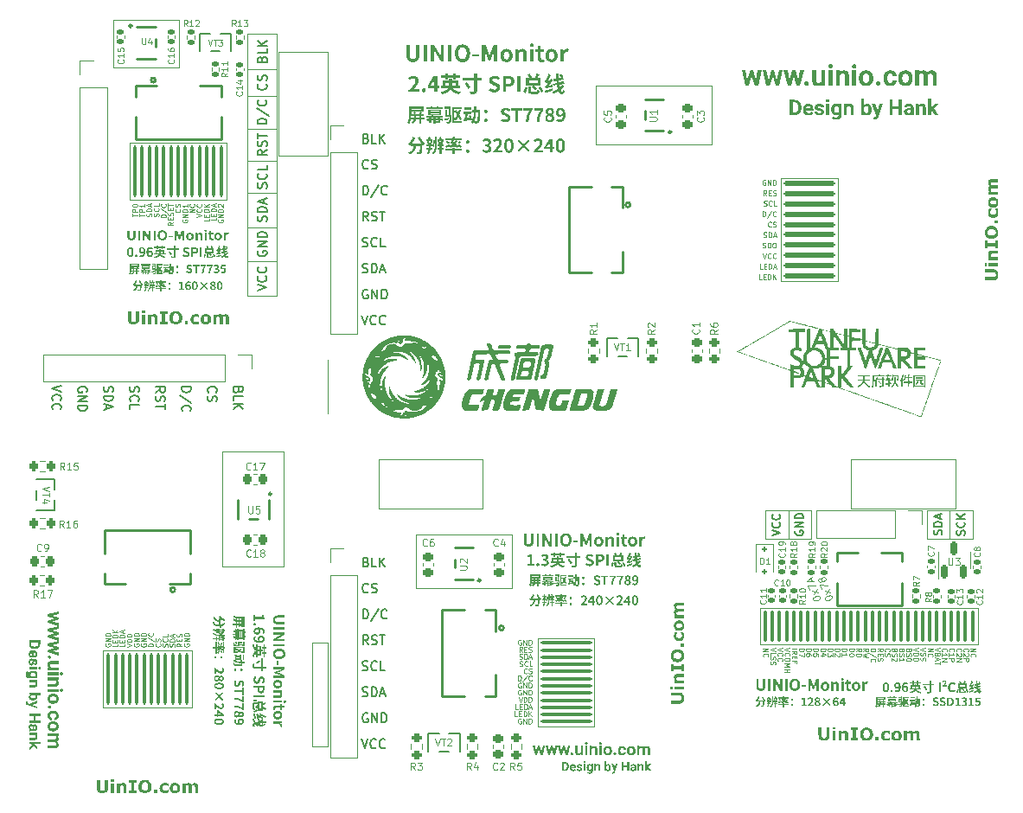
<source format=gto>
%TF.GenerationSoftware,KiCad,Pcbnew,(7.0.0)*%
%TF.CreationDate,2023-03-10T15:02:57+08:00*%
%TF.ProjectId,UINIO-Monitor,55494e49-4f2d-44d6-9f6e-69746f722e6b,Version 3.0.0*%
%TF.SameCoordinates,PXbd63908PY4089518*%
%TF.FileFunction,Legend,Top*%
%TF.FilePolarity,Positive*%
%FSLAX46Y46*%
G04 Gerber Fmt 4.6, Leading zero omitted, Abs format (unit mm)*
G04 Created by KiCad (PCBNEW (7.0.0)) date 2023-03-10 15:02:57*
%MOMM*%
%LPD*%
G01*
G04 APERTURE LIST*
G04 Aperture macros list*
%AMRoundRect*
0 Rectangle with rounded corners*
0 $1 Rounding radius*
0 $2 $3 $4 $5 $6 $7 $8 $9 X,Y pos of 4 corners*
0 Add a 4 corners polygon primitive as box body*
4,1,4,$2,$3,$4,$5,$6,$7,$8,$9,$2,$3,0*
0 Add four circle primitives for the rounded corners*
1,1,$1+$1,$2,$3*
1,1,$1+$1,$4,$5*
1,1,$1+$1,$6,$7*
1,1,$1+$1,$8,$9*
0 Add four rect primitives between the rounded corners*
20,1,$1+$1,$2,$3,$4,$5,0*
20,1,$1+$1,$4,$5,$6,$7,0*
20,1,$1+$1,$6,$7,$8,$9,0*
20,1,$1+$1,$8,$9,$2,$3,0*%
G04 Aperture macros list end*
%ADD10C,0.100000*%
%ADD11C,0.140000*%
%ADD12C,0.200000*%
%ADD13C,0.180000*%
%ADD14C,0.120000*%
%ADD15C,0.160000*%
%ADD16C,0.150000*%
%ADD17C,0.400000*%
%ADD18C,0.250000*%
%ADD19C,0.300000*%
%ADD20C,0.260000*%
%ADD21C,0.240000*%
%ADD22C,0.075000*%
%ADD23C,0.152000*%
%ADD24C,0.254000*%
%ADD25RoundRect,0.135000X-0.185000X0.135000X-0.185000X-0.135000X0.185000X-0.135000X0.185000X0.135000X0*%
%ADD26RoundRect,0.140000X0.170000X-0.140000X0.170000X0.140000X-0.170000X0.140000X-0.170000X-0.140000X0*%
%ADD27RoundRect,0.200000X0.275000X-0.200000X0.275000X0.200000X-0.275000X0.200000X-0.275000X-0.200000X0*%
%ADD28R,1.700000X1.700000*%
%ADD29O,1.700000X1.700000*%
%ADD30RoundRect,0.200000X0.200000X0.275000X-0.200000X0.275000X-0.200000X-0.275000X0.200000X-0.275000X0*%
%ADD31R,0.532000X1.070000*%
%ADD32RoundRect,0.200000X-0.200000X-0.275000X0.200000X-0.275000X0.200000X0.275000X-0.200000X0.275000X0*%
%ADD33R,1.000000X0.600000*%
%ADD34RoundRect,0.140000X-0.170000X0.140000X-0.170000X-0.140000X0.170000X-0.140000X0.170000X0.140000X0*%
%ADD35RoundRect,0.225000X0.250000X-0.225000X0.250000X0.225000X-0.250000X0.225000X-0.250000X-0.225000X0*%
%ADD36RoundRect,0.112500X-2.387500X-0.112500X2.387500X-0.112500X2.387500X0.112500X-2.387500X0.112500X0*%
%ADD37RoundRect,0.225000X-0.225000X-0.250000X0.225000X-0.250000X0.225000X0.250000X-0.225000X0.250000X0*%
%ADD38R,1.070000X0.532000*%
%ADD39RoundRect,0.225000X-0.250000X0.225000X-0.250000X-0.225000X0.250000X-0.225000X0.250000X0.225000X0*%
%ADD40RoundRect,0.135000X0.185000X-0.135000X0.185000X0.135000X-0.185000X0.135000X-0.185000X-0.135000X0*%
%ADD41R,0.300000X1.800000*%
%ADD42R,2.000000X1.500000*%
%ADD43RoundRect,0.150000X0.150000X-0.512500X0.150000X0.512500X-0.150000X0.512500X-0.150000X-0.512500X0*%
%ADD44R,1.500000X0.300000*%
%ADD45R,1.500000X2.000000*%
%ADD46RoundRect,0.200000X-0.275000X0.200000X-0.275000X-0.200000X0.275000X-0.200000X0.275000X0.200000X0*%
%ADD47RoundRect,0.095000X0.095000X-2.405000X0.095000X2.405000X-0.095000X2.405000X-0.095000X-2.405000X0*%
%ADD48RoundRect,0.095000X-0.095000X1.405000X-0.095000X-1.405000X0.095000X-1.405000X0.095000X1.405000X0*%
%ADD49RoundRect,0.125000X-0.125000X0.125000X-0.125000X-0.125000X0.125000X-0.125000X0.125000X0.125000X0*%
%ADD50RoundRect,0.095000X2.405000X0.095000X-2.405000X0.095000X-2.405000X-0.095000X2.405000X-0.095000X0*%
%ADD51R,0.300000X1.500000*%
%ADD52R,0.600000X1.000000*%
G04 APERTURE END LIST*
D10*
X-71250001Y-15611361D02*
X-68360001Y-15611361D01*
X-63360001Y-35120000D02*
X-63360001Y-40310000D01*
X-71190001Y-25472548D02*
X-68370001Y-25470000D01*
X-12100001Y-44820000D02*
X-1910000Y-44820000D01*
X-1910000Y-44820000D02*
X-1910000Y-49630000D01*
X-1910000Y-49630000D02*
X-12100001Y-49630000D01*
X-12100001Y-49630000D02*
X-12100001Y-44820000D01*
X-64865001Y-62779999D02*
X-63355001Y-62779999D01*
X-63355001Y-62779999D02*
X-63355001Y-72970000D01*
X-63355001Y-72970000D02*
X-64865001Y-72970000D01*
X-64865001Y-72970000D02*
X-64865001Y-62779999D01*
X-71250001Y-6620000D02*
X-68360001Y-6620000D01*
X-73650002Y-44045000D02*
X-67680002Y-44045000D01*
X-67680002Y-44045000D02*
X-67680002Y-55335000D01*
X-67680002Y-55335000D02*
X-73650002Y-55335000D01*
X-73650002Y-55335000D02*
X-73650002Y-44045000D01*
X-2440001Y-49830000D02*
X-2440001Y-52630000D01*
X-71250001Y-9230000D02*
X-68360001Y-9230000D01*
X-71260001Y-12490000D02*
X-68440001Y-12490000D01*
X-20530001Y-49840000D02*
X-16030001Y-49840000D01*
X-16030001Y-49840000D02*
X-16030001Y-52620000D01*
X-16030001Y-52620000D02*
X-20530001Y-52620000D01*
X-20530001Y-52620000D02*
X-20530001Y-49840000D01*
X-4660001Y-49830000D02*
X-190001Y-49830000D01*
X-190001Y-49830000D02*
X-190001Y-52620000D01*
X-190001Y-52620000D02*
X-4660001Y-52620000D01*
X-4660001Y-52620000D02*
X-4660001Y-49830000D01*
X-37070000Y-8270000D02*
X-25780000Y-8270000D01*
X-25780000Y-8270000D02*
X-25780000Y-14040000D01*
X-25780000Y-14040000D02*
X-37070000Y-14040000D01*
X-37070000Y-14040000D02*
X-37070000Y-8270000D01*
X-71250001Y-18790000D02*
X-68430001Y-18790000D01*
X-54740000Y-52222500D02*
X-45350000Y-52222500D01*
X-45350000Y-52222500D02*
X-45350000Y-57442500D01*
X-45350000Y-57442500D02*
X-54740000Y-57442500D01*
X-54740000Y-57442500D02*
X-54740000Y-52222500D01*
X-18240001Y-49890000D02*
X-18240001Y-52610000D01*
X-58360001Y-44820000D02*
X-48170000Y-44820000D01*
X-48170000Y-44820000D02*
X-48170000Y-49630000D01*
X-48170000Y-49630000D02*
X-58360001Y-49630000D01*
X-58360001Y-49630000D02*
X-58360001Y-44820000D01*
X-68160001Y-4909999D02*
X-63350001Y-4909999D01*
X-63350001Y-4909999D02*
X-63350001Y-15100000D01*
X-63350001Y-15100000D02*
X-68160001Y-15100000D01*
X-68160001Y-15100000D02*
X-68160001Y-4909999D01*
X-71250001Y-22150000D02*
X-68430001Y-22150000D01*
X-71250000Y-3165000D02*
X-68360000Y-3165000D01*
X-68360000Y-3165000D02*
X-68360000Y-28785000D01*
X-68360000Y-28785000D02*
X-71250000Y-28785000D01*
X-71250000Y-28785000D02*
X-71250000Y-3165000D01*
X-84390001Y-1840000D02*
X-77890001Y-1840000D01*
X-77890001Y-1840000D02*
X-77890001Y-6470000D01*
X-77890001Y-6470000D02*
X-84390001Y-6470000D01*
X-84390001Y-6470000D02*
X-84390001Y-1840000D01*
D11*
G36*
X-73462059Y-60849299D02*
G01*
X-73475015Y-60855424D01*
X-73487997Y-60861720D01*
X-73501000Y-60868182D01*
X-73514017Y-60874804D01*
X-73527045Y-60881580D01*
X-73540076Y-60888505D01*
X-73553108Y-60895574D01*
X-73566133Y-60902780D01*
X-73579147Y-60910118D01*
X-73592144Y-60917584D01*
X-73605119Y-60925170D01*
X-73618068Y-60932873D01*
X-73630984Y-60940686D01*
X-73643862Y-60948603D01*
X-73656698Y-60956620D01*
X-73669485Y-60964731D01*
X-73682219Y-60972930D01*
X-73694894Y-60981211D01*
X-73707505Y-60989570D01*
X-73720047Y-60998000D01*
X-73732515Y-61006497D01*
X-73744902Y-61015054D01*
X-73757205Y-61023666D01*
X-73769417Y-61032328D01*
X-73781533Y-61041035D01*
X-73793549Y-61049779D01*
X-73805458Y-61058557D01*
X-73817256Y-61067362D01*
X-73828937Y-61076190D01*
X-73840497Y-61085034D01*
X-73851928Y-61093889D01*
X-73863228Y-61102749D01*
X-73863228Y-60437359D01*
X-73852272Y-60446190D01*
X-73841169Y-60454959D01*
X-73829921Y-60463662D01*
X-73818533Y-60472296D01*
X-73807007Y-60480858D01*
X-73795347Y-60489345D01*
X-73783555Y-60497753D01*
X-73771636Y-60506079D01*
X-73759592Y-60514321D01*
X-73747426Y-60522474D01*
X-73735143Y-60530536D01*
X-73722744Y-60538503D01*
X-73710235Y-60546372D01*
X-73697616Y-60554140D01*
X-73684893Y-60561803D01*
X-73672068Y-60569360D01*
X-73659145Y-60576805D01*
X-73646126Y-60584136D01*
X-73633015Y-60591351D01*
X-73619815Y-60598444D01*
X-73606530Y-60605414D01*
X-73593163Y-60612258D01*
X-73579717Y-60618971D01*
X-73566195Y-60625551D01*
X-73552600Y-60631994D01*
X-73538936Y-60638298D01*
X-73525207Y-60644458D01*
X-73511415Y-60650473D01*
X-73497563Y-60656338D01*
X-73483655Y-60662050D01*
X-73469695Y-60667607D01*
X-73455684Y-60673004D01*
X-73410402Y-60511657D01*
X-73428213Y-60504877D01*
X-73445948Y-60497771D01*
X-73463595Y-60490346D01*
X-73481143Y-60482609D01*
X-73498581Y-60474567D01*
X-73515897Y-60466225D01*
X-73533080Y-60457592D01*
X-73550120Y-60448672D01*
X-73567005Y-60439474D01*
X-73583724Y-60430004D01*
X-73600266Y-60420268D01*
X-73616619Y-60410274D01*
X-73632773Y-60400027D01*
X-73648717Y-60389535D01*
X-73664438Y-60378804D01*
X-73679927Y-60367841D01*
X-73695171Y-60356653D01*
X-73710160Y-60345245D01*
X-73724883Y-60333626D01*
X-73739329Y-60321802D01*
X-73753485Y-60309779D01*
X-73767342Y-60297564D01*
X-73780888Y-60285163D01*
X-73794112Y-60272584D01*
X-73807003Y-60259833D01*
X-73819549Y-60246917D01*
X-73831739Y-60233842D01*
X-73843563Y-60220615D01*
X-73855009Y-60207243D01*
X-73866066Y-60193732D01*
X-73876723Y-60180090D01*
X-73886968Y-60166322D01*
X-73892129Y-60173497D01*
X-73898064Y-60181195D01*
X-73904673Y-60189326D01*
X-73911852Y-60197801D01*
X-73919502Y-60206530D01*
X-73927521Y-60215422D01*
X-73935807Y-60224389D01*
X-73944258Y-60233339D01*
X-73952775Y-60242185D01*
X-73961254Y-60250834D01*
X-73969594Y-60259199D01*
X-73977695Y-60267188D01*
X-73985454Y-60274712D01*
X-73992771Y-60281682D01*
X-73999543Y-60288007D01*
X-74005670Y-60293597D01*
X-73999761Y-60301038D01*
X-73993660Y-60308399D01*
X-73987374Y-60315684D01*
X-73980906Y-60322894D01*
X-73974263Y-60330032D01*
X-73967450Y-60337099D01*
X-73960473Y-60344098D01*
X-73953336Y-60351032D01*
X-73946046Y-60357901D01*
X-73938608Y-60364709D01*
X-73933570Y-60369215D01*
X-74012045Y-60369215D01*
X-74012045Y-60572107D01*
X-74029247Y-60569511D01*
X-74046347Y-60566645D01*
X-74063335Y-60563479D01*
X-74080199Y-60559980D01*
X-74096928Y-60556118D01*
X-74113510Y-60551859D01*
X-74129934Y-60547173D01*
X-74146189Y-60542027D01*
X-74162264Y-60536389D01*
X-74178148Y-60530229D01*
X-74193828Y-60523513D01*
X-74209294Y-60516211D01*
X-74224535Y-60508290D01*
X-74239540Y-60499719D01*
X-74254296Y-60490465D01*
X-74268793Y-60480498D01*
X-74283020Y-60469785D01*
X-74296965Y-60458294D01*
X-74310616Y-60445994D01*
X-74323964Y-60432853D01*
X-74336996Y-60418839D01*
X-74349701Y-60403920D01*
X-74362068Y-60388065D01*
X-74374086Y-60371241D01*
X-74385743Y-60353417D01*
X-74397028Y-60334562D01*
X-74407930Y-60314642D01*
X-74418438Y-60293627D01*
X-74428540Y-60271485D01*
X-74438225Y-60248184D01*
X-74447481Y-60223691D01*
X-74456298Y-60197976D01*
X-74462753Y-60204421D01*
X-74469787Y-60211027D01*
X-74477333Y-60217744D01*
X-74485321Y-60224523D01*
X-74493683Y-60231313D01*
X-74502349Y-60238065D01*
X-74511252Y-60244729D01*
X-74520320Y-60251255D01*
X-74529487Y-60257592D01*
X-74538683Y-60263692D01*
X-74547839Y-60269504D01*
X-74556886Y-60274978D01*
X-74565755Y-60280064D01*
X-74574378Y-60284713D01*
X-74582685Y-60288874D01*
X-74590607Y-60292498D01*
X-74579035Y-60322154D01*
X-74566913Y-60350435D01*
X-74554254Y-60377375D01*
X-74541071Y-60403009D01*
X-74527377Y-60427373D01*
X-74513185Y-60450500D01*
X-74498508Y-60472426D01*
X-74483360Y-60493186D01*
X-74467753Y-60512814D01*
X-74451700Y-60531345D01*
X-74435214Y-60548815D01*
X-74418308Y-60565258D01*
X-74400995Y-60580708D01*
X-74383289Y-60595202D01*
X-74365201Y-60608773D01*
X-74346746Y-60621457D01*
X-74327936Y-60633288D01*
X-74308784Y-60644301D01*
X-74289304Y-60654531D01*
X-74269507Y-60664013D01*
X-74249408Y-60672782D01*
X-74229018Y-60680872D01*
X-74208352Y-60688319D01*
X-74187422Y-60695158D01*
X-74166242Y-60701422D01*
X-74144823Y-60707148D01*
X-74123180Y-60712369D01*
X-74101324Y-60717122D01*
X-74079270Y-60721439D01*
X-74057030Y-60725358D01*
X-74034618Y-60728911D01*
X-74012045Y-60732135D01*
X-74012045Y-60995478D01*
X-74035923Y-60994422D01*
X-74058930Y-60993355D01*
X-74081080Y-60992274D01*
X-74102386Y-60991178D01*
X-74122861Y-60990064D01*
X-74142518Y-60988930D01*
X-74161370Y-60987773D01*
X-74179430Y-60986592D01*
X-74196712Y-60985385D01*
X-74213228Y-60984148D01*
X-74228992Y-60982880D01*
X-74244016Y-60981579D01*
X-74258315Y-60980242D01*
X-74271900Y-60978868D01*
X-74284786Y-60977453D01*
X-74296985Y-60975996D01*
X-74308510Y-60974495D01*
X-74319375Y-60972947D01*
X-74329592Y-60971351D01*
X-74339175Y-60969703D01*
X-74348137Y-60968002D01*
X-74364250Y-60964431D01*
X-74378036Y-60960620D01*
X-74389600Y-60956552D01*
X-74399047Y-60952209D01*
X-74409477Y-60945139D01*
X-74415733Y-60937292D01*
X-74420296Y-60929096D01*
X-74423376Y-60920205D01*
X-74425180Y-60910271D01*
X-74425860Y-60900944D01*
X-74425963Y-60894801D01*
X-74425958Y-60885336D01*
X-74425921Y-60874122D01*
X-74425822Y-60861334D01*
X-74425704Y-60852020D01*
X-74425536Y-60842136D01*
X-74425307Y-60831734D01*
X-74425008Y-60820866D01*
X-74424629Y-60809583D01*
X-74424162Y-60797937D01*
X-74423596Y-60785980D01*
X-74422924Y-60773764D01*
X-74422134Y-60761341D01*
X-74421219Y-60748763D01*
X-74420168Y-60736081D01*
X-74419589Y-60729717D01*
X-74427890Y-60734573D01*
X-74436600Y-60739242D01*
X-74445665Y-60743709D01*
X-74455031Y-60747962D01*
X-74464643Y-60751989D01*
X-74474446Y-60755776D01*
X-74484386Y-60759311D01*
X-74494409Y-60762580D01*
X-74504461Y-60765571D01*
X-74514486Y-60768271D01*
X-74524431Y-60770667D01*
X-74534241Y-60772747D01*
X-74543862Y-60774496D01*
X-74553239Y-60775903D01*
X-74562317Y-60776955D01*
X-74571044Y-60777638D01*
X-74571506Y-60791752D01*
X-74571902Y-60805718D01*
X-74572225Y-60819506D01*
X-74572469Y-60833087D01*
X-74572630Y-60846431D01*
X-74572701Y-60859508D01*
X-74572678Y-60872289D01*
X-74572555Y-60884744D01*
X-74572326Y-60896844D01*
X-74571986Y-60908559D01*
X-74571529Y-60919858D01*
X-74570951Y-60930714D01*
X-74570245Y-60941095D01*
X-74569406Y-60950973D01*
X-74568428Y-60960318D01*
X-74567307Y-60969100D01*
X-74566251Y-60977925D01*
X-74564220Y-60990591D01*
X-74561567Y-61002619D01*
X-74558199Y-61014064D01*
X-74554020Y-61024982D01*
X-74548937Y-61035428D01*
X-74542854Y-61045459D01*
X-74535677Y-61055128D01*
X-74527312Y-61064492D01*
X-74517663Y-61073606D01*
X-74510471Y-61079571D01*
X-74506637Y-61082526D01*
X-74495979Y-61090474D01*
X-74482759Y-61097777D01*
X-74466789Y-61104474D01*
X-74457713Y-61107608D01*
X-74447880Y-61110604D01*
X-74437265Y-61113470D01*
X-74425845Y-61116208D01*
X-74413597Y-61118825D01*
X-74400497Y-61121324D01*
X-74386521Y-61123712D01*
X-74371647Y-61125993D01*
X-74355850Y-61128172D01*
X-74339108Y-61130254D01*
X-74321396Y-61132244D01*
X-74302692Y-61134147D01*
X-74282971Y-61135967D01*
X-74262211Y-61137710D01*
X-74240388Y-61139381D01*
X-74217478Y-61140985D01*
X-74193458Y-61142526D01*
X-74168305Y-61144010D01*
X-74141995Y-61145441D01*
X-74114504Y-61146825D01*
X-74085810Y-61148166D01*
X-74055888Y-61149470D01*
X-74024715Y-61150741D01*
X-73992269Y-61151984D01*
X-73958524Y-61153204D01*
X-73923458Y-61154407D01*
X-73919501Y-61154407D01*
X-73927066Y-61161139D01*
X-73934441Y-61167857D01*
X-73941644Y-61174556D01*
X-73948694Y-61181234D01*
X-73955609Y-61187888D01*
X-73962408Y-61194514D01*
X-73969109Y-61201108D01*
X-73975730Y-61207668D01*
X-73982291Y-61214190D01*
X-73988809Y-61220672D01*
X-73993141Y-61224968D01*
X-73985417Y-61230475D01*
X-73977300Y-61236565D01*
X-73968863Y-61243171D01*
X-73960182Y-61250227D01*
X-73951330Y-61257667D01*
X-73942383Y-61265425D01*
X-73933416Y-61273433D01*
X-73924502Y-61281627D01*
X-73915718Y-61289939D01*
X-73907137Y-61298303D01*
X-73898834Y-61306653D01*
X-73890884Y-61314922D01*
X-73883361Y-61323045D01*
X-73876341Y-61330955D01*
X-73869898Y-61338585D01*
X-73864107Y-61345869D01*
X-73853736Y-61333650D01*
X-73842915Y-61321323D01*
X-73831663Y-61308905D01*
X-73820001Y-61296414D01*
X-73807947Y-61283868D01*
X-73795523Y-61271285D01*
X-73782747Y-61258682D01*
X-73769640Y-61246078D01*
X-73756221Y-61233490D01*
X-73742510Y-61220935D01*
X-73728527Y-61208433D01*
X-73714292Y-61196000D01*
X-73699824Y-61183654D01*
X-73685144Y-61171413D01*
X-73670271Y-61159295D01*
X-73655225Y-61147318D01*
X-73640025Y-61135499D01*
X-73624692Y-61123856D01*
X-73609245Y-61112407D01*
X-73593704Y-61101170D01*
X-73578090Y-61090163D01*
X-73562421Y-61079403D01*
X-73546718Y-61068908D01*
X-73531000Y-61058696D01*
X-73515287Y-61048785D01*
X-73499599Y-61039193D01*
X-73483956Y-61029937D01*
X-73468377Y-61021034D01*
X-73452883Y-61012504D01*
X-73437493Y-61004364D01*
X-73422227Y-60996631D01*
X-73407104Y-60989323D01*
X-73462059Y-60849299D01*
G37*
G36*
X-74085464Y-61944215D02*
G01*
X-74074187Y-61947123D01*
X-74062544Y-61949911D01*
X-74050555Y-61952581D01*
X-74038240Y-61955133D01*
X-74025620Y-61957567D01*
X-74012714Y-61959884D01*
X-73999543Y-61962085D01*
X-73986127Y-61964170D01*
X-73972486Y-61966140D01*
X-73958641Y-61967995D01*
X-73944611Y-61969736D01*
X-73930418Y-61971363D01*
X-73916080Y-61972878D01*
X-73901618Y-61974279D01*
X-73887054Y-61975569D01*
X-73872405Y-61976748D01*
X-73857694Y-61977816D01*
X-73842940Y-61978773D01*
X-73828163Y-61979621D01*
X-73813383Y-61980360D01*
X-73798621Y-61980991D01*
X-73783897Y-61981513D01*
X-73769232Y-61981928D01*
X-73754644Y-61982237D01*
X-73740155Y-61982439D01*
X-73725785Y-61982535D01*
X-73711554Y-61982526D01*
X-73697482Y-61982413D01*
X-73683589Y-61982195D01*
X-73669896Y-61981874D01*
X-73656423Y-61981451D01*
X-73643189Y-61980925D01*
X-73633298Y-61878709D01*
X-73646210Y-61878792D01*
X-73659376Y-61878793D01*
X-73672774Y-61878710D01*
X-73686379Y-61878544D01*
X-73700167Y-61878293D01*
X-73714115Y-61877955D01*
X-73728199Y-61877531D01*
X-73742396Y-61877019D01*
X-73756682Y-61876418D01*
X-73771033Y-61875727D01*
X-73785426Y-61874946D01*
X-73799836Y-61874072D01*
X-73814241Y-61873106D01*
X-73828616Y-61872046D01*
X-73842938Y-61870892D01*
X-73857183Y-61869641D01*
X-73871328Y-61868295D01*
X-73885348Y-61866850D01*
X-73899221Y-61865307D01*
X-73912922Y-61863665D01*
X-73926428Y-61861922D01*
X-73939716Y-61860078D01*
X-73952761Y-61858131D01*
X-73965540Y-61856081D01*
X-73978029Y-61853927D01*
X-73990204Y-61851667D01*
X-74002043Y-61849301D01*
X-74013520Y-61846828D01*
X-74024613Y-61844247D01*
X-74035298Y-61841557D01*
X-74045552Y-61838756D01*
X-74055349Y-61835844D01*
X-74085464Y-61944215D01*
G37*
G36*
X-73553723Y-61833426D02*
G01*
X-73553723Y-61721319D01*
X-73544894Y-61717934D01*
X-73535901Y-61714384D01*
X-73526768Y-61710684D01*
X-73517522Y-61706849D01*
X-73508188Y-61702894D01*
X-73498793Y-61698834D01*
X-73489361Y-61694685D01*
X-73479919Y-61690462D01*
X-73470493Y-61686179D01*
X-73461108Y-61681852D01*
X-73451789Y-61677497D01*
X-73442564Y-61673127D01*
X-73433457Y-61668759D01*
X-73424494Y-61664407D01*
X-73415701Y-61660087D01*
X-73407104Y-61655813D01*
X-73446012Y-61529637D01*
X-73455291Y-61533934D01*
X-73464812Y-61538282D01*
X-73474549Y-61542660D01*
X-73484478Y-61547048D01*
X-73494574Y-61551428D01*
X-73504811Y-61555780D01*
X-73515165Y-61560084D01*
X-73525611Y-61564320D01*
X-73536123Y-61568470D01*
X-73546677Y-61572513D01*
X-73553723Y-61575139D01*
X-73553723Y-61445227D01*
X-73676162Y-61445227D01*
X-73676162Y-61833426D01*
X-73553723Y-61833426D01*
G37*
G36*
X-74257143Y-61832107D02*
G01*
X-74133824Y-61832107D01*
X-74133824Y-61707470D01*
X-74027872Y-61707470D01*
X-74027872Y-61839801D01*
X-73905433Y-61839801D01*
X-73905433Y-61766601D01*
X-73894347Y-61769733D01*
X-73882951Y-61772940D01*
X-73871269Y-61776216D01*
X-73859326Y-61779554D01*
X-73847146Y-61782947D01*
X-73834753Y-61786389D01*
X-73822172Y-61789873D01*
X-73809427Y-61793392D01*
X-73796544Y-61796939D01*
X-73783545Y-61800508D01*
X-73770457Y-61804092D01*
X-73757303Y-61807683D01*
X-73744107Y-61811276D01*
X-73730895Y-61814864D01*
X-73717691Y-61818439D01*
X-73704519Y-61821996D01*
X-73678580Y-61703733D01*
X-73691524Y-61701931D01*
X-73704998Y-61699914D01*
X-73718924Y-61697703D01*
X-73733222Y-61695315D01*
X-73747816Y-61692768D01*
X-73762626Y-61690082D01*
X-73777575Y-61687273D01*
X-73792584Y-61684362D01*
X-73807574Y-61681365D01*
X-73822469Y-61678302D01*
X-73837189Y-61675190D01*
X-73851656Y-61672049D01*
X-73865793Y-61668895D01*
X-73879520Y-61665749D01*
X-73892759Y-61662628D01*
X-73905433Y-61659550D01*
X-73905433Y-61538650D01*
X-73886089Y-61620422D01*
X-73875285Y-61620234D01*
X-73863859Y-61619678D01*
X-73851884Y-61618770D01*
X-73839436Y-61617523D01*
X-73826587Y-61615952D01*
X-73813411Y-61614070D01*
X-73799982Y-61611891D01*
X-73786374Y-61609431D01*
X-73772660Y-61606703D01*
X-73758914Y-61603721D01*
X-73745210Y-61600500D01*
X-73731622Y-61597053D01*
X-73718223Y-61593394D01*
X-73705087Y-61589539D01*
X-73692288Y-61585501D01*
X-73679899Y-61581294D01*
X-73701881Y-61477980D01*
X-73714011Y-61481463D01*
X-73726532Y-61484815D01*
X-73739377Y-61488022D01*
X-73752480Y-61491073D01*
X-73765774Y-61493953D01*
X-73779192Y-61496651D01*
X-73792666Y-61499152D01*
X-73806130Y-61501445D01*
X-73819517Y-61503517D01*
X-73832759Y-61505354D01*
X-73845790Y-61506944D01*
X-73858543Y-61508273D01*
X-73870951Y-61509330D01*
X-73882946Y-61510101D01*
X-73894463Y-61510572D01*
X-73905433Y-61510733D01*
X-73905433Y-61434016D01*
X-74027872Y-61434016D01*
X-74027872Y-61570084D01*
X-74133824Y-61570084D01*
X-74133824Y-61446546D01*
X-74257143Y-61446546D01*
X-74257143Y-61565028D01*
X-74272952Y-61562626D01*
X-74288852Y-61559673D01*
X-74304785Y-61556116D01*
X-74320691Y-61551904D01*
X-74336512Y-61546985D01*
X-74352189Y-61541307D01*
X-74367665Y-61534818D01*
X-74382879Y-61527466D01*
X-74397774Y-61519200D01*
X-74412291Y-61509968D01*
X-74426371Y-61499717D01*
X-74433229Y-61494194D01*
X-74439956Y-61488397D01*
X-74446545Y-61482319D01*
X-74452987Y-61475955D01*
X-74459277Y-61469297D01*
X-74465406Y-61462339D01*
X-74471368Y-61455074D01*
X-74477154Y-61447497D01*
X-74482758Y-61439601D01*
X-74488172Y-61431378D01*
X-74495588Y-61440210D01*
X-74503981Y-61449522D01*
X-74513157Y-61459135D01*
X-74519615Y-61465621D01*
X-74526278Y-61472106D01*
X-74533089Y-61478538D01*
X-74539990Y-61484862D01*
X-74546925Y-61491026D01*
X-74553835Y-61496975D01*
X-74560664Y-61502657D01*
X-74570629Y-61510562D01*
X-74580089Y-61517564D01*
X-74588849Y-61523482D01*
X-74580734Y-61534261D01*
X-74572387Y-61544633D01*
X-74563816Y-61554606D01*
X-74555031Y-61564187D01*
X-74546040Y-61573384D01*
X-74536851Y-61582202D01*
X-74527474Y-61590651D01*
X-74517916Y-61598736D01*
X-74508187Y-61606464D01*
X-74498296Y-61613844D01*
X-74488251Y-61620882D01*
X-74478060Y-61627586D01*
X-74467733Y-61633962D01*
X-74457278Y-61640018D01*
X-74446704Y-61645760D01*
X-74436020Y-61651197D01*
X-74425234Y-61656334D01*
X-74414355Y-61661181D01*
X-74403391Y-61665742D01*
X-74392352Y-61670026D01*
X-74381245Y-61674041D01*
X-74370081Y-61677792D01*
X-74358867Y-61681287D01*
X-74347612Y-61684534D01*
X-74336325Y-61687539D01*
X-74325014Y-61690309D01*
X-74313688Y-61692853D01*
X-74302357Y-61695177D01*
X-74291028Y-61697287D01*
X-74279710Y-61699193D01*
X-74268412Y-61700899D01*
X-74257143Y-61702414D01*
X-74257143Y-61832107D01*
G37*
G36*
X-73904334Y-62022470D02*
G01*
X-73924782Y-62022392D01*
X-73945191Y-62022137D01*
X-73965550Y-62021677D01*
X-73985849Y-62020986D01*
X-74006078Y-62020033D01*
X-74026225Y-62018793D01*
X-74046281Y-62017235D01*
X-74066234Y-62015333D01*
X-74086074Y-62013058D01*
X-74105790Y-62010382D01*
X-74125372Y-62007277D01*
X-74144810Y-62003714D01*
X-74164092Y-61999667D01*
X-74183208Y-61995106D01*
X-74202148Y-61990004D01*
X-74220900Y-61984332D01*
X-74239455Y-61978062D01*
X-74257801Y-61971167D01*
X-74275929Y-61963618D01*
X-74293827Y-61955387D01*
X-74311485Y-61946446D01*
X-74328893Y-61936767D01*
X-74346039Y-61926322D01*
X-74362913Y-61915082D01*
X-74379505Y-61903020D01*
X-74395804Y-61890108D01*
X-74411800Y-61876317D01*
X-74427481Y-61861619D01*
X-74442838Y-61845986D01*
X-74457859Y-61829391D01*
X-74472534Y-61811805D01*
X-74486853Y-61793199D01*
X-74493678Y-61801020D01*
X-74501642Y-61809509D01*
X-74510530Y-61818469D01*
X-74516862Y-61824603D01*
X-74523444Y-61830799D01*
X-74530213Y-61836995D01*
X-74537104Y-61843134D01*
X-74544052Y-61849156D01*
X-74550995Y-61855001D01*
X-74557868Y-61860610D01*
X-74567906Y-61868453D01*
X-74577426Y-61875431D01*
X-74586211Y-61881347D01*
X-74569787Y-61902719D01*
X-74552920Y-61922920D01*
X-74535623Y-61941983D01*
X-74517908Y-61959940D01*
X-74499789Y-61976822D01*
X-74481277Y-61992664D01*
X-74462387Y-62007496D01*
X-74443130Y-62021351D01*
X-74423519Y-62034261D01*
X-74403568Y-62046258D01*
X-74383289Y-62057376D01*
X-74362694Y-62067646D01*
X-74341797Y-62077100D01*
X-74320611Y-62085770D01*
X-74299148Y-62093690D01*
X-74277421Y-62100891D01*
X-74255443Y-62107405D01*
X-74233226Y-62113265D01*
X-74210784Y-62118503D01*
X-74188129Y-62123151D01*
X-74165274Y-62127243D01*
X-74142232Y-62130808D01*
X-74119016Y-62133882D01*
X-74095638Y-62136494D01*
X-74072111Y-62138679D01*
X-74048448Y-62140467D01*
X-74024663Y-62141892D01*
X-74000766Y-62142985D01*
X-73976773Y-62143779D01*
X-73952694Y-62144306D01*
X-73928544Y-62144599D01*
X-73904334Y-62144689D01*
X-73400510Y-62144689D01*
X-73400510Y-62022470D01*
X-73904334Y-62022470D01*
G37*
G36*
X-74028971Y-62599494D02*
G01*
X-73905433Y-62599494D01*
X-73905433Y-62515084D01*
X-73893269Y-62518203D01*
X-73880787Y-62521375D01*
X-73868018Y-62524596D01*
X-73854995Y-62527864D01*
X-73841749Y-62531174D01*
X-73828311Y-62534523D01*
X-73814715Y-62537908D01*
X-73800992Y-62541324D01*
X-73787173Y-62544769D01*
X-73773291Y-62548239D01*
X-73759377Y-62551730D01*
X-73745463Y-62555238D01*
X-73731582Y-62558761D01*
X-73717765Y-62562294D01*
X-73704044Y-62565835D01*
X-73690450Y-62569379D01*
X-73666270Y-62462107D01*
X-73666270Y-62580590D01*
X-73542952Y-62580590D01*
X-73542952Y-62471120D01*
X-73533925Y-62467488D01*
X-73524748Y-62463690D01*
X-73515448Y-62459743D01*
X-73506050Y-62455661D01*
X-73496580Y-62451458D01*
X-73487063Y-62447152D01*
X-73477526Y-62442755D01*
X-73467994Y-62438285D01*
X-73458493Y-62433755D01*
X-73449048Y-62429181D01*
X-73439686Y-62424577D01*
X-73430433Y-62419961D01*
X-73421313Y-62415345D01*
X-73412352Y-62410746D01*
X-73403578Y-62406178D01*
X-73395014Y-62401657D01*
X-73432603Y-62280757D01*
X-73442252Y-62285418D01*
X-73452136Y-62290106D01*
X-73462224Y-62294791D01*
X-73472484Y-62299443D01*
X-73482884Y-62304032D01*
X-73493393Y-62308526D01*
X-73503980Y-62312895D01*
X-73514613Y-62317110D01*
X-73525260Y-62321138D01*
X-73535890Y-62324952D01*
X-73542952Y-62327359D01*
X-73542952Y-62178761D01*
X-73666270Y-62178761D01*
X-73666270Y-62449578D01*
X-73679879Y-62447828D01*
X-73694029Y-62445885D01*
X-73708642Y-62443761D01*
X-73723640Y-62441468D01*
X-73738945Y-62439020D01*
X-73754482Y-62436429D01*
X-73770170Y-62433706D01*
X-73785934Y-62430866D01*
X-73801695Y-62427920D01*
X-73817376Y-62424880D01*
X-73832900Y-62421761D01*
X-73848187Y-62418573D01*
X-73863162Y-62415330D01*
X-73877747Y-62412044D01*
X-73891863Y-62408728D01*
X-73905433Y-62405394D01*
X-73905433Y-62271964D01*
X-73885429Y-62353737D01*
X-73874324Y-62353121D01*
X-73862574Y-62352186D01*
X-73850255Y-62350945D01*
X-73837444Y-62349409D01*
X-73824217Y-62347590D01*
X-73810650Y-62345499D01*
X-73796819Y-62343148D01*
X-73782802Y-62340548D01*
X-73768673Y-62337711D01*
X-73754511Y-62334649D01*
X-73740390Y-62331373D01*
X-73726387Y-62327894D01*
X-73712579Y-62324226D01*
X-73699042Y-62320378D01*
X-73685852Y-62316362D01*
X-73673085Y-62312191D01*
X-73695726Y-62207777D01*
X-73708463Y-62211686D01*
X-73721570Y-62215413D01*
X-73734977Y-62218950D01*
X-73748616Y-62222289D01*
X-73762419Y-62225423D01*
X-73776317Y-62228345D01*
X-73790242Y-62231048D01*
X-73804124Y-62233524D01*
X-73817896Y-62235765D01*
X-73831488Y-62237764D01*
X-73844832Y-62239514D01*
X-73857859Y-62241008D01*
X-73870502Y-62242237D01*
X-73882691Y-62243195D01*
X-73894357Y-62243874D01*
X-73905433Y-62244267D01*
X-73905433Y-62167331D01*
X-74028971Y-62167331D01*
X-74028971Y-62317247D01*
X-74161961Y-62317247D01*
X-74161961Y-62182498D01*
X-74285279Y-62182498D01*
X-74285279Y-62317247D01*
X-74588849Y-62317247D01*
X-74588849Y-62457271D01*
X-74285279Y-62457271D01*
X-74285279Y-62585645D01*
X-74161961Y-62585645D01*
X-74161961Y-62457271D01*
X-74028971Y-62457271D01*
X-74028971Y-62599494D01*
G37*
G36*
X-74107666Y-63577247D02*
G01*
X-74098781Y-63574178D01*
X-74089581Y-63570682D01*
X-74080101Y-63566800D01*
X-74070375Y-63562568D01*
X-74060435Y-63558024D01*
X-74050316Y-63553207D01*
X-74040052Y-63548154D01*
X-74029675Y-63542904D01*
X-74019220Y-63537494D01*
X-74008721Y-63531963D01*
X-74001714Y-63528227D01*
X-74010608Y-63542250D01*
X-74019786Y-63556408D01*
X-74029199Y-63570633D01*
X-74038801Y-63584855D01*
X-74048545Y-63599003D01*
X-74058383Y-63613007D01*
X-74068269Y-63626799D01*
X-74078155Y-63640307D01*
X-74087996Y-63653463D01*
X-74097742Y-63666196D01*
X-74107349Y-63678436D01*
X-74116768Y-63690113D01*
X-74125953Y-63701159D01*
X-74134856Y-63711502D01*
X-74143430Y-63721072D01*
X-74151630Y-63729801D01*
X-74058647Y-63838172D01*
X-74049171Y-63827127D01*
X-74039257Y-63814853D01*
X-74028976Y-63801481D01*
X-74023720Y-63794425D01*
X-74018399Y-63787143D01*
X-74013022Y-63779652D01*
X-74007598Y-63771968D01*
X-74002136Y-63764108D01*
X-73996645Y-63756089D01*
X-73991133Y-63747926D01*
X-73985610Y-63739635D01*
X-73980085Y-63731235D01*
X-73974566Y-63722739D01*
X-73969062Y-63714166D01*
X-73963583Y-63705532D01*
X-73958138Y-63696852D01*
X-73952734Y-63688143D01*
X-73947382Y-63679422D01*
X-73942090Y-63670705D01*
X-73936867Y-63662009D01*
X-73931722Y-63653349D01*
X-73926664Y-63644742D01*
X-73921702Y-63636205D01*
X-73916844Y-63627754D01*
X-73912101Y-63619404D01*
X-73907480Y-63611174D01*
X-73902990Y-63603079D01*
X-73898641Y-63595135D01*
X-73894442Y-63587359D01*
X-73962806Y-63504267D01*
X-73954158Y-63498917D01*
X-73945648Y-63493503D01*
X-73937275Y-63488033D01*
X-73929038Y-63482513D01*
X-73920936Y-63476949D01*
X-73912967Y-63471349D01*
X-73905131Y-63465718D01*
X-73897427Y-63460063D01*
X-73889853Y-63454391D01*
X-73882408Y-63448708D01*
X-73877516Y-63444916D01*
X-73917523Y-63335447D01*
X-73924971Y-63341003D01*
X-73932632Y-63346472D01*
X-73940494Y-63351869D01*
X-73948545Y-63357209D01*
X-73956770Y-63362507D01*
X-73965158Y-63367780D01*
X-73973696Y-63373043D01*
X-73982369Y-63378311D01*
X-73992701Y-63245980D01*
X-73984884Y-63255419D01*
X-73976973Y-63264856D01*
X-73968970Y-63274289D01*
X-73960879Y-63283714D01*
X-73952701Y-63293130D01*
X-73944440Y-63302533D01*
X-73936097Y-63311920D01*
X-73927676Y-63321289D01*
X-73919179Y-63330636D01*
X-73910608Y-63339960D01*
X-73901967Y-63349256D01*
X-73893257Y-63358523D01*
X-73884482Y-63367757D01*
X-73875643Y-63376956D01*
X-73866744Y-63386117D01*
X-73857787Y-63395237D01*
X-73848775Y-63404313D01*
X-73839710Y-63413343D01*
X-73830594Y-63422323D01*
X-73821431Y-63431250D01*
X-73812223Y-63440123D01*
X-73802973Y-63448938D01*
X-73793682Y-63457692D01*
X-73784354Y-63466383D01*
X-73774991Y-63475007D01*
X-73765597Y-63483562D01*
X-73756172Y-63492045D01*
X-73746721Y-63500454D01*
X-73737245Y-63508785D01*
X-73727747Y-63517035D01*
X-73718229Y-63525202D01*
X-73708695Y-63533283D01*
X-73638793Y-63418538D01*
X-73648959Y-63411703D01*
X-73659056Y-63404682D01*
X-73669083Y-63397489D01*
X-73679040Y-63390134D01*
X-73688928Y-63382630D01*
X-73698747Y-63374988D01*
X-73708496Y-63367222D01*
X-73718175Y-63359341D01*
X-73727785Y-63351360D01*
X-73737325Y-63343289D01*
X-73743647Y-63337865D01*
X-73747383Y-63223119D01*
X-73740591Y-63229023D01*
X-73733734Y-63234866D01*
X-73726815Y-63240646D01*
X-73719837Y-63246365D01*
X-73712803Y-63252022D01*
X-73705714Y-63257617D01*
X-73698574Y-63263150D01*
X-73691385Y-63268622D01*
X-73684149Y-63274031D01*
X-73676870Y-63279379D01*
X-73669549Y-63284665D01*
X-73662190Y-63289889D01*
X-73654795Y-63295051D01*
X-73647366Y-63300152D01*
X-73639906Y-63305191D01*
X-73632418Y-63310167D01*
X-73632418Y-63830478D01*
X-73497450Y-63830478D01*
X-73497450Y-63382048D01*
X-73487060Y-63376822D01*
X-73476462Y-63371192D01*
X-73465727Y-63365206D01*
X-73454926Y-63358910D01*
X-73444130Y-63352354D01*
X-73433408Y-63345585D01*
X-73422832Y-63338651D01*
X-73412473Y-63331600D01*
X-73402400Y-63324479D01*
X-73392685Y-63317336D01*
X-73386441Y-63312585D01*
X-73423151Y-63160251D01*
X-73431275Y-63165501D01*
X-73439923Y-63170844D01*
X-73448997Y-63176248D01*
X-73458404Y-63181683D01*
X-73468049Y-63187119D01*
X-73477834Y-63192523D01*
X-73487667Y-63197866D01*
X-73497450Y-63203116D01*
X-73497450Y-62734243D01*
X-73632418Y-62734243D01*
X-73632418Y-63163988D01*
X-73640538Y-63158581D01*
X-73648402Y-63153255D01*
X-73655997Y-63148026D01*
X-73663310Y-63142913D01*
X-73673718Y-63135500D01*
X-73683415Y-63128450D01*
X-73692354Y-63121823D01*
X-73700489Y-63115679D01*
X-73707775Y-63110081D01*
X-73716090Y-63103569D01*
X-73724083Y-63097163D01*
X-73732435Y-63090017D01*
X-73740002Y-63082779D01*
X-73746760Y-63075478D01*
X-73752687Y-63068147D01*
X-73757757Y-63060816D01*
X-73762858Y-63051699D01*
X-73766541Y-63042690D01*
X-73767607Y-63039131D01*
X-73777439Y-63043202D01*
X-73788324Y-63047447D01*
X-73799984Y-63051787D01*
X-73812139Y-63056140D01*
X-73824510Y-63060427D01*
X-73836818Y-63064567D01*
X-73848783Y-63068479D01*
X-73860126Y-63072083D01*
X-73870568Y-63075299D01*
X-73879829Y-63078046D01*
X-73885210Y-63079578D01*
X-73881689Y-63089314D01*
X-73878968Y-63098960D01*
X-73876960Y-63107742D01*
X-73874966Y-63118184D01*
X-73872970Y-63130584D01*
X-73871632Y-63140086D01*
X-73870283Y-63150679D01*
X-73868919Y-63162453D01*
X-73867536Y-63175495D01*
X-73866129Y-63189894D01*
X-73864694Y-63205740D01*
X-73863228Y-63223119D01*
X-73871321Y-63214966D01*
X-73879111Y-63207003D01*
X-73886592Y-63199245D01*
X-73893762Y-63191706D01*
X-73900615Y-63184401D01*
X-73907146Y-63177346D01*
X-73913351Y-63170555D01*
X-73922039Y-63160896D01*
X-73929968Y-63151914D01*
X-73937123Y-63143660D01*
X-73943489Y-63136183D01*
X-73950723Y-63127509D01*
X-73953793Y-63123761D01*
X-73960441Y-63115623D01*
X-73966779Y-63107765D01*
X-73972801Y-63100167D01*
X-73978502Y-63092811D01*
X-73983876Y-63085679D01*
X-73991311Y-63075355D01*
X-73997977Y-63065427D01*
X-74003854Y-63055829D01*
X-74008924Y-63046497D01*
X-74013167Y-63037367D01*
X-74016562Y-63028375D01*
X-74019092Y-63019457D01*
X-74019739Y-63016490D01*
X-74006769Y-63039131D01*
X-73894442Y-63011434D01*
X-73899045Y-63000567D01*
X-73903658Y-62989692D01*
X-73908278Y-62978818D01*
X-73912900Y-62967950D01*
X-73917520Y-62957098D01*
X-73922133Y-62946269D01*
X-73926734Y-62935470D01*
X-73931320Y-62924709D01*
X-73935885Y-62913993D01*
X-73940426Y-62903332D01*
X-73944937Y-62892731D01*
X-73949415Y-62882199D01*
X-73953855Y-62871743D01*
X-73958252Y-62861371D01*
X-73962601Y-62851091D01*
X-73966900Y-62840910D01*
X-73971142Y-62830836D01*
X-73975324Y-62820876D01*
X-73979441Y-62811039D01*
X-73983488Y-62801331D01*
X-73987461Y-62791761D01*
X-73991356Y-62782336D01*
X-73995169Y-62773064D01*
X-73998894Y-62763953D01*
X-74002527Y-62755009D01*
X-74006064Y-62746241D01*
X-74009500Y-62737657D01*
X-74012831Y-62729263D01*
X-74016053Y-62721069D01*
X-74022149Y-62705306D01*
X-74025014Y-62697753D01*
X-74147893Y-62769634D01*
X-74140974Y-62783722D01*
X-74133830Y-62798108D01*
X-74126478Y-62812764D01*
X-74118935Y-62827662D01*
X-74111218Y-62842776D01*
X-74103345Y-62858077D01*
X-74095331Y-62873538D01*
X-74087195Y-62889132D01*
X-74083087Y-62896971D01*
X-74078954Y-62904832D01*
X-74074799Y-62912713D01*
X-74070624Y-62920611D01*
X-74066431Y-62928521D01*
X-74062222Y-62936440D01*
X-74058000Y-62944365D01*
X-74053766Y-62952292D01*
X-74049523Y-62960219D01*
X-74045272Y-62968141D01*
X-74041017Y-62976056D01*
X-74036759Y-62983959D01*
X-74032500Y-62991847D01*
X-74028242Y-62999718D01*
X-74023987Y-63007567D01*
X-74019739Y-63015391D01*
X-74029956Y-63019685D01*
X-74041458Y-63024107D01*
X-74053891Y-63028575D01*
X-74062525Y-63031538D01*
X-74071313Y-63034462D01*
X-74080152Y-63037321D01*
X-74088937Y-63040092D01*
X-74097564Y-63042750D01*
X-74109982Y-63046473D01*
X-74121461Y-63049808D01*
X-74131648Y-63052672D01*
X-74140194Y-63054984D01*
X-74142617Y-63055617D01*
X-74138748Y-63065088D01*
X-74135079Y-63076599D01*
X-74132670Y-63085983D01*
X-74130242Y-63097142D01*
X-74127749Y-63110421D01*
X-74125147Y-63126167D01*
X-74123792Y-63135073D01*
X-74122394Y-63144726D01*
X-74120947Y-63155170D01*
X-74119445Y-63166447D01*
X-74117883Y-63178601D01*
X-74116256Y-63191675D01*
X-74114558Y-63205713D01*
X-74112784Y-63220758D01*
X-74110928Y-63236853D01*
X-74108985Y-63254042D01*
X-74106949Y-63272367D01*
X-74104815Y-63291873D01*
X-74102577Y-63312603D01*
X-74100230Y-63334599D01*
X-74097768Y-63357906D01*
X-74095187Y-63382567D01*
X-74092479Y-63408625D01*
X-74089641Y-63436123D01*
X-74098312Y-63439849D01*
X-74106828Y-63443422D01*
X-74115159Y-63446815D01*
X-74125264Y-63450760D01*
X-74134971Y-63454323D01*
X-74144220Y-63457449D01*
X-74152949Y-63460084D01*
X-74107666Y-63577247D01*
G37*
G36*
X-73797722Y-63025283D02*
G01*
X-73789968Y-63016979D01*
X-73781832Y-63007712D01*
X-73773376Y-62997583D01*
X-73764660Y-62986691D01*
X-73755745Y-62975133D01*
X-73746694Y-62963010D01*
X-73737566Y-62950421D01*
X-73728424Y-62937465D01*
X-73719328Y-62924241D01*
X-73710340Y-62910848D01*
X-73701520Y-62897386D01*
X-73692930Y-62883953D01*
X-73684632Y-62870649D01*
X-73676685Y-62857573D01*
X-73669152Y-62844824D01*
X-73662094Y-62832502D01*
X-73743647Y-62734243D01*
X-73751419Y-62746522D01*
X-73759613Y-62759146D01*
X-73768172Y-62772021D01*
X-73777038Y-62785052D01*
X-73786154Y-62798146D01*
X-73795463Y-62811210D01*
X-73804906Y-62824149D01*
X-73814428Y-62836871D01*
X-73823970Y-62849280D01*
X-73833476Y-62861285D01*
X-73842887Y-62872790D01*
X-73852148Y-62883702D01*
X-73861199Y-62893928D01*
X-73869985Y-62903374D01*
X-73878447Y-62911946D01*
X-73886529Y-62919550D01*
X-73797722Y-63025283D01*
G37*
G36*
X-73885210Y-63620112D02*
G01*
X-73877594Y-63629995D01*
X-73869599Y-63640244D01*
X-73861248Y-63650809D01*
X-73852563Y-63661644D01*
X-73843568Y-63672699D01*
X-73834286Y-63683929D01*
X-73824739Y-63695285D01*
X-73814950Y-63706720D01*
X-73804942Y-63718186D01*
X-73794738Y-63729634D01*
X-73784361Y-63741019D01*
X-73773834Y-63752291D01*
X-73763179Y-63763404D01*
X-73752419Y-63774309D01*
X-73741578Y-63784959D01*
X-73730677Y-63795307D01*
X-73657038Y-63670450D01*
X-73666684Y-63662796D01*
X-73676696Y-63654475D01*
X-73687004Y-63645559D01*
X-73697536Y-63636124D01*
X-73708222Y-63626243D01*
X-73718989Y-63615991D01*
X-73729768Y-63605441D01*
X-73740487Y-63594668D01*
X-73751074Y-63583745D01*
X-73761458Y-63572747D01*
X-73771569Y-63561747D01*
X-73781335Y-63550821D01*
X-73790685Y-63540041D01*
X-73799548Y-63529482D01*
X-73807852Y-63519218D01*
X-73815527Y-63509323D01*
X-73885210Y-63620112D01*
G37*
G36*
X-74214938Y-63848283D02*
G01*
X-74214938Y-63354351D01*
X-74128329Y-63354351D01*
X-74128329Y-63194323D01*
X-74214938Y-63194323D01*
X-74214938Y-62701490D01*
X-74353643Y-62701490D01*
X-74353643Y-63194323D01*
X-74585552Y-63194323D01*
X-74585552Y-63354351D01*
X-74353643Y-63354351D01*
X-74353643Y-63848283D01*
X-74214938Y-63848283D01*
G37*
G36*
X-73876417Y-64218678D02*
G01*
X-73875835Y-64230997D01*
X-73874121Y-64242939D01*
X-73871322Y-64254446D01*
X-73867487Y-64265461D01*
X-73862662Y-64275926D01*
X-73856896Y-64285784D01*
X-73850236Y-64294976D01*
X-73842730Y-64303445D01*
X-73834425Y-64311134D01*
X-73825369Y-64317984D01*
X-73815610Y-64323939D01*
X-73805196Y-64328941D01*
X-73794173Y-64332931D01*
X-73782590Y-64335852D01*
X-73770495Y-64337648D01*
X-73757935Y-64338259D01*
X-73745178Y-64337648D01*
X-73732907Y-64335852D01*
X-73721166Y-64332931D01*
X-73710004Y-64328941D01*
X-73699466Y-64323939D01*
X-73689600Y-64317984D01*
X-73680452Y-64311134D01*
X-73672068Y-64303445D01*
X-73664496Y-64294976D01*
X-73657782Y-64285784D01*
X-73651973Y-64275926D01*
X-73647115Y-64265461D01*
X-73643256Y-64254446D01*
X-73640441Y-64242939D01*
X-73638718Y-64230997D01*
X-73638134Y-64218678D01*
X-73638718Y-64206320D01*
X-73640441Y-64194344D01*
X-73643256Y-64182807D01*
X-73647115Y-64171767D01*
X-73651973Y-64161280D01*
X-73657782Y-64151405D01*
X-73664496Y-64142199D01*
X-73672068Y-64133718D01*
X-73680452Y-64126020D01*
X-73689600Y-64119162D01*
X-73699466Y-64113203D01*
X-73710004Y-64108198D01*
X-73721166Y-64104206D01*
X-73732907Y-64101283D01*
X-73745178Y-64099488D01*
X-73757935Y-64098876D01*
X-73770495Y-64099488D01*
X-73782590Y-64101283D01*
X-73794173Y-64104206D01*
X-73805196Y-64108198D01*
X-73815610Y-64113203D01*
X-73825369Y-64119162D01*
X-73834425Y-64126020D01*
X-73842730Y-64133718D01*
X-73850236Y-64142199D01*
X-73856896Y-64151405D01*
X-73862662Y-64161280D01*
X-73867487Y-64171767D01*
X-73871322Y-64182807D01*
X-73874121Y-64194344D01*
X-73875835Y-64206320D01*
X-73876417Y-64218678D01*
G37*
G36*
X-74482237Y-64218678D02*
G01*
X-74481655Y-64230997D01*
X-74479941Y-64242939D01*
X-74477144Y-64254446D01*
X-74473310Y-64265461D01*
X-74468489Y-64275926D01*
X-74462728Y-64285784D01*
X-74456074Y-64294976D01*
X-74448577Y-64303445D01*
X-74440284Y-64311134D01*
X-74431243Y-64317984D01*
X-74421502Y-64323939D01*
X-74411108Y-64328941D01*
X-74400111Y-64332931D01*
X-74388558Y-64335852D01*
X-74376496Y-64337648D01*
X-74363975Y-64338259D01*
X-74351182Y-64337648D01*
X-74338883Y-64335852D01*
X-74327125Y-64332931D01*
X-74315951Y-64328941D01*
X-74305409Y-64323939D01*
X-74295543Y-64317984D01*
X-74286400Y-64311134D01*
X-74278025Y-64303445D01*
X-74270465Y-64294976D01*
X-74263764Y-64285784D01*
X-74257968Y-64275926D01*
X-74253124Y-64265461D01*
X-74249277Y-64254446D01*
X-74246472Y-64242939D01*
X-74244756Y-64230997D01*
X-74244173Y-64218678D01*
X-74244756Y-64206320D01*
X-74246472Y-64194344D01*
X-74249277Y-64182807D01*
X-74253124Y-64171767D01*
X-74257968Y-64161280D01*
X-74263764Y-64151405D01*
X-74270465Y-64142199D01*
X-74278025Y-64133718D01*
X-74286400Y-64126020D01*
X-74295543Y-64119162D01*
X-74305409Y-64113203D01*
X-74315951Y-64108198D01*
X-74327125Y-64104206D01*
X-74338883Y-64101283D01*
X-74351182Y-64099488D01*
X-74363975Y-64098876D01*
X-74376496Y-64099488D01*
X-74388558Y-64101283D01*
X-74400111Y-64104206D01*
X-74411108Y-64108198D01*
X-74421502Y-64113203D01*
X-74431243Y-64119162D01*
X-74440284Y-64126020D01*
X-74448577Y-64133718D01*
X-74456074Y-64142199D01*
X-74462728Y-64151405D01*
X-74468489Y-64161280D01*
X-74473310Y-64171767D01*
X-74477144Y-64182807D01*
X-74479941Y-64194344D01*
X-74481655Y-64206320D01*
X-74482237Y-64218678D01*
G37*
G36*
X-74468168Y-65217753D02*
G01*
X-74468168Y-65842697D01*
X-74312097Y-65842697D01*
X-74312097Y-65641123D01*
X-74312226Y-65628265D01*
X-74312448Y-65619263D01*
X-74312770Y-65609971D01*
X-74313185Y-65600437D01*
X-74313684Y-65590707D01*
X-74314262Y-65580828D01*
X-74314909Y-65570849D01*
X-74315620Y-65560815D01*
X-74316386Y-65550773D01*
X-74317201Y-65540771D01*
X-74318056Y-65530856D01*
X-74318944Y-65521074D01*
X-74319858Y-65511473D01*
X-74320791Y-65502100D01*
X-74321735Y-65493001D01*
X-74322209Y-65488569D01*
X-74306420Y-65504428D01*
X-74290547Y-65520091D01*
X-74274593Y-65535536D01*
X-74258565Y-65550745D01*
X-74242467Y-65565697D01*
X-74226305Y-65580372D01*
X-74210083Y-65594750D01*
X-74193807Y-65608810D01*
X-74177483Y-65622533D01*
X-74161115Y-65635898D01*
X-74144708Y-65648886D01*
X-74128267Y-65661476D01*
X-74111798Y-65673647D01*
X-74095306Y-65685381D01*
X-74078796Y-65696657D01*
X-74062274Y-65707454D01*
X-74045743Y-65717752D01*
X-74029210Y-65727533D01*
X-74012679Y-65736774D01*
X-73996156Y-65745457D01*
X-73979646Y-65753560D01*
X-73963154Y-65761065D01*
X-73946685Y-65767950D01*
X-73930245Y-65774196D01*
X-73913838Y-65779783D01*
X-73897470Y-65784690D01*
X-73881145Y-65788897D01*
X-73864870Y-65792384D01*
X-73848648Y-65795132D01*
X-73832486Y-65797119D01*
X-73816388Y-65798326D01*
X-73800360Y-65798733D01*
X-73784098Y-65798392D01*
X-73768208Y-65797374D01*
X-73752701Y-65795692D01*
X-73737585Y-65793354D01*
X-73722870Y-65790373D01*
X-73708566Y-65786757D01*
X-73694681Y-65782519D01*
X-73681225Y-65777669D01*
X-73668208Y-65772216D01*
X-73655638Y-65766172D01*
X-73643527Y-65759548D01*
X-73631882Y-65752354D01*
X-73620713Y-65744600D01*
X-73610030Y-65736297D01*
X-73599842Y-65727456D01*
X-73590158Y-65718087D01*
X-73580989Y-65708202D01*
X-73572342Y-65697809D01*
X-73564229Y-65686921D01*
X-73556657Y-65675547D01*
X-73549638Y-65663698D01*
X-73543179Y-65651386D01*
X-73537290Y-65638619D01*
X-73531982Y-65625410D01*
X-73527263Y-65611768D01*
X-73523142Y-65597704D01*
X-73519629Y-65583229D01*
X-73516735Y-65568354D01*
X-73514466Y-65553088D01*
X-73512835Y-65537443D01*
X-73511849Y-65521428D01*
X-73511518Y-65505056D01*
X-73511662Y-65493252D01*
X-73512094Y-65481698D01*
X-73512811Y-65470386D01*
X-73513814Y-65459307D01*
X-73515100Y-65448453D01*
X-73516669Y-65437815D01*
X-73518520Y-65427384D01*
X-73520651Y-65417152D01*
X-73523061Y-65407111D01*
X-73525749Y-65397251D01*
X-73528714Y-65387564D01*
X-73531955Y-65378042D01*
X-73535470Y-65368676D01*
X-73539258Y-65359458D01*
X-73543319Y-65350378D01*
X-73547651Y-65341428D01*
X-73552252Y-65332601D01*
X-73557122Y-65323886D01*
X-73562260Y-65315276D01*
X-73567664Y-65306762D01*
X-73573333Y-65298335D01*
X-73579267Y-65289987D01*
X-73585463Y-65281710D01*
X-73591920Y-65273494D01*
X-73598638Y-65265331D01*
X-73605616Y-65257213D01*
X-73612852Y-65249131D01*
X-73620344Y-65241076D01*
X-73628093Y-65233041D01*
X-73636096Y-65225015D01*
X-73644352Y-65216991D01*
X-73652861Y-65208960D01*
X-73754637Y-65309637D01*
X-73744927Y-65318713D01*
X-73735451Y-65327977D01*
X-73726264Y-65337434D01*
X-73717419Y-65347092D01*
X-73708971Y-65356957D01*
X-73700974Y-65367037D01*
X-73693482Y-65377337D01*
X-73686549Y-65387865D01*
X-73680228Y-65398627D01*
X-73674575Y-65409631D01*
X-73669644Y-65420882D01*
X-73665487Y-65432389D01*
X-73662160Y-65444156D01*
X-73659717Y-65456192D01*
X-73658211Y-65468503D01*
X-73657697Y-65481096D01*
X-73658365Y-65497409D01*
X-73660349Y-65512789D01*
X-73663621Y-65527220D01*
X-73668153Y-65540684D01*
X-73673916Y-65553165D01*
X-73680881Y-65564647D01*
X-73689022Y-65575113D01*
X-73698309Y-65584548D01*
X-73708714Y-65592934D01*
X-73720208Y-65600255D01*
X-73732764Y-65606495D01*
X-73746353Y-65611637D01*
X-73760946Y-65615665D01*
X-73776516Y-65618562D01*
X-73793034Y-65620313D01*
X-73810471Y-65620900D01*
X-73824167Y-65620462D01*
X-73838052Y-65619155D01*
X-73852132Y-65616986D01*
X-73866409Y-65613964D01*
X-73880888Y-65610098D01*
X-73895571Y-65605396D01*
X-73910463Y-65599867D01*
X-73925567Y-65593519D01*
X-73940887Y-65586361D01*
X-73956426Y-65578401D01*
X-73972188Y-65569649D01*
X-73988177Y-65560112D01*
X-74004396Y-65549798D01*
X-74020848Y-65538718D01*
X-74037539Y-65526878D01*
X-74054470Y-65514288D01*
X-74071646Y-65500956D01*
X-74089070Y-65486891D01*
X-74106747Y-65472101D01*
X-74124679Y-65456594D01*
X-74142870Y-65440380D01*
X-74161324Y-65423467D01*
X-74180044Y-65405863D01*
X-74199035Y-65387576D01*
X-74218299Y-65368617D01*
X-74237841Y-65348992D01*
X-74257663Y-65328710D01*
X-74277770Y-65307781D01*
X-74298166Y-65286212D01*
X-74318853Y-65264012D01*
X-74339835Y-65241189D01*
X-74361117Y-65217753D01*
X-74468168Y-65217753D01*
G37*
G36*
X-74223555Y-65965128D02*
G01*
X-74212848Y-65965757D01*
X-74202378Y-65966792D01*
X-74192145Y-65968222D01*
X-74182145Y-65970037D01*
X-74172378Y-65972225D01*
X-74162843Y-65974776D01*
X-74153536Y-65977679D01*
X-74144457Y-65980924D01*
X-74135604Y-65984499D01*
X-74126976Y-65988394D01*
X-74118570Y-65992598D01*
X-74110385Y-65997100D01*
X-74102420Y-66001889D01*
X-74094672Y-66006955D01*
X-74087140Y-66012287D01*
X-74079823Y-66017874D01*
X-74072719Y-66023705D01*
X-74065826Y-66029769D01*
X-74059142Y-66036057D01*
X-74052667Y-66042556D01*
X-74046397Y-66049256D01*
X-74040332Y-66056146D01*
X-74034470Y-66063216D01*
X-74028809Y-66070455D01*
X-74023348Y-66077852D01*
X-74018084Y-66085395D01*
X-74013017Y-66093076D01*
X-74008145Y-66100881D01*
X-74003466Y-66108802D01*
X-73998978Y-66116826D01*
X-73994679Y-66124944D01*
X-73988524Y-66124944D01*
X-73983689Y-66118265D01*
X-73973686Y-66105287D01*
X-73963227Y-66092851D01*
X-73952298Y-66081005D01*
X-73940883Y-66069793D01*
X-73928968Y-66059263D01*
X-73916536Y-66049460D01*
X-73903573Y-66040430D01*
X-73890064Y-66032220D01*
X-73875993Y-66024875D01*
X-73861346Y-66018441D01*
X-73846107Y-66012965D01*
X-73830262Y-66008493D01*
X-73813794Y-66005070D01*
X-73796689Y-66002742D01*
X-73787894Y-66002004D01*
X-73778933Y-66001556D01*
X-73769805Y-66001406D01*
X-73756050Y-66001755D01*
X-73742610Y-66002791D01*
X-73729495Y-66004500D01*
X-73716711Y-66006868D01*
X-73704266Y-66009881D01*
X-73692169Y-66013524D01*
X-73680427Y-66017783D01*
X-73669049Y-66022643D01*
X-73658042Y-66028090D01*
X-73647414Y-66034109D01*
X-73637173Y-66040687D01*
X-73627328Y-66047809D01*
X-73617885Y-66055460D01*
X-73608853Y-66063627D01*
X-73600240Y-66072294D01*
X-73592054Y-66081447D01*
X-73584303Y-66091073D01*
X-73576994Y-66101157D01*
X-73570136Y-66111683D01*
X-73563736Y-66122639D01*
X-73557802Y-66134009D01*
X-73552343Y-66145780D01*
X-73547367Y-66157936D01*
X-73542880Y-66170464D01*
X-73538892Y-66183349D01*
X-73535409Y-66196576D01*
X-73532441Y-66210132D01*
X-73529994Y-66224002D01*
X-73528078Y-66238172D01*
X-73526699Y-66252626D01*
X-73525866Y-66267352D01*
X-73525587Y-66282334D01*
X-73525877Y-66297636D01*
X-73526741Y-66312583D01*
X-73528169Y-66327166D01*
X-73530152Y-66341377D01*
X-73532681Y-66355208D01*
X-73535745Y-66368649D01*
X-73539336Y-66381692D01*
X-73543443Y-66394328D01*
X-73548058Y-66406550D01*
X-73553170Y-66418348D01*
X-73558770Y-66429713D01*
X-73564849Y-66440638D01*
X-73571396Y-66451114D01*
X-73578403Y-66461132D01*
X-73585860Y-66470683D01*
X-73593758Y-66479759D01*
X-73602086Y-66488351D01*
X-73610835Y-66496451D01*
X-73619997Y-66504051D01*
X-73629560Y-66511141D01*
X-73639516Y-66517713D01*
X-73649856Y-66523759D01*
X-73660569Y-66529269D01*
X-73671646Y-66534236D01*
X-73683077Y-66538651D01*
X-73694854Y-66542504D01*
X-73706966Y-66545789D01*
X-73719403Y-66548495D01*
X-73732158Y-66550615D01*
X-73745219Y-66552140D01*
X-73758577Y-66553061D01*
X-73772223Y-66553370D01*
X-73789066Y-66552704D01*
X-73805533Y-66550756D01*
X-73821599Y-66547608D01*
X-73837238Y-66543338D01*
X-73852425Y-66538026D01*
X-73867134Y-66531751D01*
X-73881341Y-66524594D01*
X-73895019Y-66516633D01*
X-73908143Y-66507949D01*
X-73920688Y-66498620D01*
X-73932629Y-66488726D01*
X-73943939Y-66478347D01*
X-73954594Y-66467562D01*
X-73964567Y-66456452D01*
X-73973834Y-66445094D01*
X-73982369Y-66433569D01*
X-73988524Y-66433569D01*
X-73992916Y-66441560D01*
X-73997479Y-66449452D01*
X-74002218Y-66457235D01*
X-74007136Y-66464899D01*
X-74012238Y-66472433D01*
X-74017529Y-66479827D01*
X-74023011Y-66487072D01*
X-74028689Y-66494157D01*
X-74034568Y-66501072D01*
X-74040651Y-66507806D01*
X-74046943Y-66514351D01*
X-74053447Y-66520695D01*
X-74060168Y-66526828D01*
X-74067110Y-66532741D01*
X-74074277Y-66538423D01*
X-74081673Y-66543863D01*
X-74089301Y-66549053D01*
X-74097167Y-66553981D01*
X-74105275Y-66558638D01*
X-74113628Y-66563013D01*
X-74122230Y-66567097D01*
X-74131086Y-66570878D01*
X-74140200Y-66574348D01*
X-74149576Y-66577496D01*
X-74159218Y-66580311D01*
X-74169129Y-66582783D01*
X-74179315Y-66584904D01*
X-74189779Y-66586661D01*
X-74200526Y-66588045D01*
X-74211559Y-66589047D01*
X-74222883Y-66589655D01*
X-74234501Y-66589860D01*
X-74247493Y-66589497D01*
X-74260286Y-66588414D01*
X-74272868Y-66586624D01*
X-74285222Y-66584136D01*
X-74297337Y-66580961D01*
X-74309197Y-66577112D01*
X-74320788Y-66572599D01*
X-74332097Y-66567432D01*
X-74343110Y-66561623D01*
X-74353812Y-66555184D01*
X-74364189Y-66548124D01*
X-74374227Y-66540455D01*
X-74383913Y-66532189D01*
X-74393232Y-66523335D01*
X-74402170Y-66513906D01*
X-74410713Y-66503911D01*
X-74418848Y-66493363D01*
X-74426559Y-66482272D01*
X-74433833Y-66470649D01*
X-74440656Y-66458506D01*
X-74447014Y-66445853D01*
X-74452893Y-66432701D01*
X-74458279Y-66419061D01*
X-74463157Y-66404945D01*
X-74467514Y-66390363D01*
X-74471336Y-66375327D01*
X-74474608Y-66359847D01*
X-74477317Y-66343934D01*
X-74479448Y-66327600D01*
X-74480988Y-66310856D01*
X-74481922Y-66293712D01*
X-74482146Y-66281235D01*
X-74351225Y-66281235D01*
X-74350717Y-66295840D01*
X-74349200Y-66309865D01*
X-74346685Y-66323259D01*
X-74343184Y-66335973D01*
X-74338709Y-66347957D01*
X-74333269Y-66359160D01*
X-74326877Y-66369534D01*
X-74319544Y-66379027D01*
X-74311280Y-66387590D01*
X-74302099Y-66395174D01*
X-74292009Y-66401727D01*
X-74281024Y-66407201D01*
X-74269154Y-66411546D01*
X-74256410Y-66414711D01*
X-74242804Y-66416646D01*
X-74228346Y-66417303D01*
X-74219544Y-66417053D01*
X-74202872Y-66415084D01*
X-74187367Y-66411217D01*
X-74172934Y-66405525D01*
X-74159478Y-66398084D01*
X-74146905Y-66388966D01*
X-74135120Y-66378247D01*
X-74124028Y-66365999D01*
X-74113534Y-66352298D01*
X-74108482Y-66344925D01*
X-74103545Y-66337217D01*
X-74102397Y-66335310D01*
X-73937526Y-66335310D01*
X-73928609Y-66343559D01*
X-73919581Y-66351246D01*
X-73910447Y-66358374D01*
X-73901208Y-66364948D01*
X-73891870Y-66370972D01*
X-73882434Y-66376450D01*
X-73872904Y-66381387D01*
X-73863283Y-66385786D01*
X-73853574Y-66389652D01*
X-73843782Y-66392989D01*
X-73833908Y-66395801D01*
X-73823956Y-66398093D01*
X-73813929Y-66399868D01*
X-73803831Y-66401130D01*
X-73793665Y-66401885D01*
X-73783434Y-66402135D01*
X-73769717Y-66401608D01*
X-73756542Y-66400037D01*
X-73743956Y-66397441D01*
X-73732006Y-66393837D01*
X-73720741Y-66389245D01*
X-73710207Y-66383681D01*
X-73700452Y-66377164D01*
X-73691522Y-66369712D01*
X-73683466Y-66361343D01*
X-73676330Y-66352075D01*
X-73670162Y-66341926D01*
X-73665010Y-66330914D01*
X-73660920Y-66319057D01*
X-73657940Y-66306373D01*
X-73656117Y-66292881D01*
X-73655499Y-66278597D01*
X-73655979Y-66266963D01*
X-73657409Y-66255673D01*
X-73659775Y-66244784D01*
X-73663066Y-66234352D01*
X-73667267Y-66224432D01*
X-73672366Y-66215081D01*
X-73678348Y-66206354D01*
X-73685202Y-66198309D01*
X-73692914Y-66190999D01*
X-73701470Y-66184483D01*
X-73710858Y-66178816D01*
X-73721064Y-66174053D01*
X-73732074Y-66170251D01*
X-73743877Y-66167466D01*
X-73756458Y-66165754D01*
X-73769805Y-66165171D01*
X-73777836Y-66165380D01*
X-73793139Y-66167029D01*
X-73807481Y-66170262D01*
X-73820923Y-66175013D01*
X-73833525Y-66181216D01*
X-73845347Y-66188804D01*
X-73856448Y-66197709D01*
X-73866891Y-66207867D01*
X-73876733Y-66219208D01*
X-73886037Y-66231669D01*
X-73894862Y-66245180D01*
X-73903268Y-66259676D01*
X-73911315Y-66275091D01*
X-73915223Y-66283122D01*
X-73919064Y-66291357D01*
X-73922845Y-66299789D01*
X-73926575Y-66308408D01*
X-73930260Y-66317207D01*
X-73933908Y-66326177D01*
X-73937526Y-66335310D01*
X-74102397Y-66335310D01*
X-74098709Y-66329182D01*
X-74093964Y-66320830D01*
X-74089298Y-66312170D01*
X-74084699Y-66303212D01*
X-74080154Y-66293964D01*
X-74075653Y-66284436D01*
X-74071183Y-66274637D01*
X-74066733Y-66264576D01*
X-74062290Y-66254264D01*
X-74057843Y-66243707D01*
X-74053380Y-66232918D01*
X-74048889Y-66221903D01*
X-74044358Y-66210673D01*
X-74052077Y-66201379D01*
X-74060298Y-66192474D01*
X-74068996Y-66183988D01*
X-74078149Y-66175949D01*
X-74087731Y-66168387D01*
X-74097720Y-66161330D01*
X-74108092Y-66154808D01*
X-74118822Y-66148849D01*
X-74129887Y-66143483D01*
X-74141263Y-66138739D01*
X-74152926Y-66134644D01*
X-74164853Y-66131230D01*
X-74177020Y-66128523D01*
X-74189402Y-66126554D01*
X-74201976Y-66125351D01*
X-74214718Y-66124944D01*
X-74229944Y-66125743D01*
X-74244440Y-66128089D01*
X-74258170Y-66131908D01*
X-74271101Y-66137123D01*
X-74283197Y-66143660D01*
X-74294424Y-66151443D01*
X-74304747Y-66160397D01*
X-74314131Y-66170447D01*
X-74322541Y-66181516D01*
X-74329942Y-66193530D01*
X-74336300Y-66206414D01*
X-74341580Y-66220091D01*
X-74345748Y-66234487D01*
X-74348768Y-66249527D01*
X-74350605Y-66265135D01*
X-74351225Y-66281235D01*
X-74482146Y-66281235D01*
X-74482237Y-66276179D01*
X-74481936Y-66259660D01*
X-74481041Y-66243414D01*
X-74479564Y-66227459D01*
X-74477516Y-66211810D01*
X-74474907Y-66196485D01*
X-74471750Y-66181500D01*
X-74468057Y-66166870D01*
X-74463837Y-66152614D01*
X-74459104Y-66138746D01*
X-74453867Y-66125284D01*
X-74448139Y-66112243D01*
X-74441932Y-66099641D01*
X-74435255Y-66087493D01*
X-74428121Y-66075817D01*
X-74420541Y-66064628D01*
X-74412527Y-66053943D01*
X-74404090Y-66043778D01*
X-74395240Y-66034150D01*
X-74385991Y-66025075D01*
X-74376353Y-66016570D01*
X-74366337Y-66008651D01*
X-74355955Y-66001334D01*
X-74345218Y-65994637D01*
X-74334138Y-65988574D01*
X-74322725Y-65983163D01*
X-74310993Y-65978421D01*
X-74298951Y-65974363D01*
X-74286611Y-65971006D01*
X-74273985Y-65968366D01*
X-74261083Y-65966460D01*
X-74247918Y-65965305D01*
X-74234501Y-65964916D01*
X-74223555Y-65965128D01*
G37*
G36*
X-73963252Y-66703654D02*
G01*
X-73934336Y-66704748D01*
X-73906392Y-66706557D01*
X-73879419Y-66709071D01*
X-73853414Y-66712277D01*
X-73828376Y-66716165D01*
X-73804303Y-66720724D01*
X-73781194Y-66725942D01*
X-73759048Y-66731807D01*
X-73737861Y-66738310D01*
X-73717634Y-66745437D01*
X-73698364Y-66753179D01*
X-73680050Y-66761523D01*
X-73662689Y-66770459D01*
X-73646282Y-66779975D01*
X-73630825Y-66790060D01*
X-73616317Y-66800703D01*
X-73602757Y-66811892D01*
X-73590143Y-66823616D01*
X-73578473Y-66835865D01*
X-73567747Y-66848626D01*
X-73557961Y-66861888D01*
X-73549115Y-66875640D01*
X-73541207Y-66889871D01*
X-73534236Y-66904570D01*
X-73528199Y-66919725D01*
X-73523095Y-66935325D01*
X-73518923Y-66951359D01*
X-73515681Y-66967815D01*
X-73513367Y-66984682D01*
X-73511980Y-67001950D01*
X-73511518Y-67019606D01*
X-73511984Y-67037238D01*
X-73513382Y-67054478D01*
X-73515713Y-67071313D01*
X-73518977Y-67087733D01*
X-73523177Y-67103726D01*
X-73528312Y-67119283D01*
X-73534384Y-67134391D01*
X-73541393Y-67149041D01*
X-73549340Y-67163221D01*
X-73558227Y-67176920D01*
X-73568054Y-67190128D01*
X-73578821Y-67202833D01*
X-73590531Y-67215024D01*
X-73603183Y-67226691D01*
X-73616779Y-67237823D01*
X-73631319Y-67248409D01*
X-73646805Y-67258438D01*
X-73663237Y-67267899D01*
X-73680616Y-67276781D01*
X-73698943Y-67285073D01*
X-73718220Y-67292765D01*
X-73738446Y-67299844D01*
X-73759622Y-67306302D01*
X-73781751Y-67312126D01*
X-73804831Y-67317305D01*
X-73828866Y-67321830D01*
X-73853854Y-67325688D01*
X-73879797Y-67328869D01*
X-73906697Y-67331363D01*
X-73934553Y-67333157D01*
X-73963368Y-67334242D01*
X-73993141Y-67334606D01*
X-74022935Y-67334242D01*
X-74051812Y-67333157D01*
X-74079769Y-67331363D01*
X-74106805Y-67328869D01*
X-74132918Y-67325688D01*
X-74158105Y-67321830D01*
X-74182366Y-67317305D01*
X-74205698Y-67312126D01*
X-74228100Y-67306302D01*
X-74249569Y-67299844D01*
X-74270104Y-67292765D01*
X-74289702Y-67285073D01*
X-74308363Y-67276781D01*
X-74326084Y-67267899D01*
X-74342863Y-67258438D01*
X-74358699Y-67248409D01*
X-74373589Y-67237823D01*
X-74387532Y-67226691D01*
X-74400526Y-67215024D01*
X-74412569Y-67202833D01*
X-74423659Y-67190128D01*
X-74433795Y-67176920D01*
X-74442974Y-67163221D01*
X-74451194Y-67149041D01*
X-74458455Y-67134391D01*
X-74464753Y-67119283D01*
X-74470088Y-67103726D01*
X-74474457Y-67087733D01*
X-74477858Y-67071313D01*
X-74480289Y-67054478D01*
X-74481750Y-67037238D01*
X-74482237Y-67019606D01*
X-74337376Y-67019606D01*
X-74336404Y-67034434D01*
X-74333386Y-67048712D01*
X-74328175Y-67062383D01*
X-74320622Y-67075391D01*
X-74310578Y-67087681D01*
X-74297894Y-67099196D01*
X-74290516Y-67104646D01*
X-74282422Y-67109881D01*
X-74273593Y-67114894D01*
X-74264012Y-67119678D01*
X-74253659Y-67124227D01*
X-74242516Y-67128533D01*
X-74230565Y-67132589D01*
X-74217786Y-67136389D01*
X-74204161Y-67139924D01*
X-74189672Y-67143189D01*
X-74174299Y-67146177D01*
X-74158025Y-67148880D01*
X-74140831Y-67151290D01*
X-74122698Y-67153403D01*
X-74103607Y-67155209D01*
X-74083540Y-67156703D01*
X-74062479Y-67157877D01*
X-74040404Y-67158724D01*
X-74017298Y-67159238D01*
X-73993141Y-67159410D01*
X-73969118Y-67159238D01*
X-73946166Y-67158724D01*
X-73924265Y-67157877D01*
X-73903394Y-67156703D01*
X-73883533Y-67155209D01*
X-73864662Y-67153403D01*
X-73846760Y-67151290D01*
X-73829809Y-67148880D01*
X-73813786Y-67146177D01*
X-73798673Y-67143189D01*
X-73784448Y-67139924D01*
X-73771092Y-67136389D01*
X-73758585Y-67132589D01*
X-73746905Y-67128533D01*
X-73736034Y-67124227D01*
X-73725951Y-67119678D01*
X-73716636Y-67114894D01*
X-73708067Y-67109881D01*
X-73700226Y-67104646D01*
X-73693093Y-67099196D01*
X-73680865Y-67087681D01*
X-73671223Y-67075391D01*
X-73664005Y-67062383D01*
X-73659050Y-67048712D01*
X-73656195Y-67034434D01*
X-73655279Y-67019606D01*
X-73656195Y-67004726D01*
X-73659050Y-66990380D01*
X-73664005Y-66976625D01*
X-73671223Y-66963521D01*
X-73680865Y-66951127D01*
X-73693093Y-66939501D01*
X-73700226Y-66933995D01*
X-73708067Y-66928703D01*
X-73716636Y-66923633D01*
X-73725951Y-66918791D01*
X-73736034Y-66914186D01*
X-73746905Y-66909825D01*
X-73758585Y-66905715D01*
X-73771092Y-66901863D01*
X-73784448Y-66898277D01*
X-73798673Y-66894964D01*
X-73813786Y-66891932D01*
X-73829809Y-66889188D01*
X-73846760Y-66886739D01*
X-73864662Y-66884593D01*
X-73883533Y-66882756D01*
X-73903394Y-66881237D01*
X-73924265Y-66880043D01*
X-73946166Y-66879181D01*
X-73969118Y-66878658D01*
X-73993141Y-66878482D01*
X-74017298Y-66878658D01*
X-74040404Y-66879181D01*
X-74062479Y-66880043D01*
X-74083540Y-66881237D01*
X-74103607Y-66882756D01*
X-74122698Y-66884593D01*
X-74140831Y-66886739D01*
X-74158025Y-66889188D01*
X-74174299Y-66891932D01*
X-74189672Y-66894964D01*
X-74204161Y-66898277D01*
X-74217786Y-66901863D01*
X-74230565Y-66905715D01*
X-74242516Y-66909825D01*
X-74253659Y-66914186D01*
X-74264012Y-66918791D01*
X-74273593Y-66923633D01*
X-74282422Y-66928703D01*
X-74290516Y-66933995D01*
X-74297894Y-66939501D01*
X-74310578Y-66951127D01*
X-74320622Y-66963521D01*
X-74328175Y-66976625D01*
X-74333386Y-66990380D01*
X-74336404Y-67004726D01*
X-74337376Y-67019606D01*
X-74482237Y-67019606D01*
X-74481750Y-67001950D01*
X-74480289Y-66984682D01*
X-74477858Y-66967815D01*
X-74474457Y-66951359D01*
X-74470088Y-66935325D01*
X-74464753Y-66919725D01*
X-74458455Y-66904570D01*
X-74451194Y-66889871D01*
X-74442974Y-66875640D01*
X-74433795Y-66861888D01*
X-74423659Y-66848626D01*
X-74412569Y-66835865D01*
X-74400526Y-66823616D01*
X-74387532Y-66811892D01*
X-74373589Y-66800703D01*
X-74358699Y-66790060D01*
X-74342863Y-66779975D01*
X-74326084Y-66770459D01*
X-74308363Y-66761523D01*
X-74289702Y-66753179D01*
X-74270104Y-66745437D01*
X-74249569Y-66738310D01*
X-74228100Y-66731807D01*
X-74205698Y-66725942D01*
X-74182366Y-66720724D01*
X-74158105Y-66716165D01*
X-74132918Y-66712277D01*
X-74106805Y-66709071D01*
X-74079769Y-66706557D01*
X-74051812Y-66704748D01*
X-74022935Y-66703654D01*
X-73993141Y-66703287D01*
X-73963252Y-66703654D01*
G37*
G36*
X-74074034Y-68021099D02*
G01*
X-74397827Y-68345112D01*
X-74307261Y-68435677D01*
X-73983469Y-68111884D01*
X-73659456Y-68435677D01*
X-73568891Y-68345112D01*
X-73892684Y-68021099D01*
X-73568891Y-67697306D01*
X-73659456Y-67606521D01*
X-73983469Y-67930534D01*
X-74307261Y-67606521D01*
X-74397827Y-67697306D01*
X-74074034Y-68021099D01*
G37*
G36*
X-74468168Y-68704075D02*
G01*
X-74468168Y-69329019D01*
X-74312097Y-69329019D01*
X-74312097Y-69127446D01*
X-74312226Y-69114588D01*
X-74312448Y-69105585D01*
X-74312770Y-69096293D01*
X-74313185Y-69086759D01*
X-74313684Y-69077029D01*
X-74314262Y-69067151D01*
X-74314909Y-69057171D01*
X-74315620Y-69047137D01*
X-74316386Y-69037095D01*
X-74317201Y-69027094D01*
X-74318056Y-69017178D01*
X-74318944Y-69007397D01*
X-74319858Y-68997796D01*
X-74320791Y-68988422D01*
X-74321735Y-68979323D01*
X-74322209Y-68974892D01*
X-74306420Y-68990751D01*
X-74290547Y-69006413D01*
X-74274593Y-69021859D01*
X-74258565Y-69037068D01*
X-74242467Y-69052020D01*
X-74226305Y-69066695D01*
X-74210083Y-69081072D01*
X-74193807Y-69095132D01*
X-74177483Y-69108855D01*
X-74161115Y-69122221D01*
X-74144708Y-69135208D01*
X-74128267Y-69147798D01*
X-74111798Y-69159970D01*
X-74095306Y-69171703D01*
X-74078796Y-69182979D01*
X-74062274Y-69193776D01*
X-74045743Y-69204075D01*
X-74029210Y-69213855D01*
X-74012679Y-69223096D01*
X-73996156Y-69231779D01*
X-73979646Y-69239883D01*
X-73963154Y-69247387D01*
X-73946685Y-69254272D01*
X-73930245Y-69260518D01*
X-73913838Y-69266105D01*
X-73897470Y-69271012D01*
X-73881145Y-69275219D01*
X-73864870Y-69278707D01*
X-73848648Y-69281454D01*
X-73832486Y-69283442D01*
X-73816388Y-69284649D01*
X-73800360Y-69285056D01*
X-73784098Y-69284714D01*
X-73768208Y-69283697D01*
X-73752701Y-69282014D01*
X-73737585Y-69279677D01*
X-73722870Y-69276695D01*
X-73708566Y-69273080D01*
X-73694681Y-69268842D01*
X-73681225Y-69263991D01*
X-73668208Y-69258538D01*
X-73655638Y-69252495D01*
X-73643527Y-69245871D01*
X-73631882Y-69238676D01*
X-73620713Y-69230922D01*
X-73610030Y-69222620D01*
X-73599842Y-69213779D01*
X-73590158Y-69204410D01*
X-73580989Y-69194524D01*
X-73572342Y-69184131D01*
X-73564229Y-69173243D01*
X-73556657Y-69161869D01*
X-73549638Y-69150021D01*
X-73543179Y-69137708D01*
X-73537290Y-69124942D01*
X-73531982Y-69111732D01*
X-73527263Y-69098090D01*
X-73523142Y-69084027D01*
X-73519629Y-69069552D01*
X-73516735Y-69054676D01*
X-73514466Y-69039410D01*
X-73512835Y-69023765D01*
X-73511849Y-69007751D01*
X-73511518Y-68991378D01*
X-73511662Y-68979574D01*
X-73512094Y-68968020D01*
X-73512811Y-68956708D01*
X-73513814Y-68945630D01*
X-73515100Y-68934775D01*
X-73516669Y-68924137D01*
X-73518520Y-68913707D01*
X-73520651Y-68903475D01*
X-73523061Y-68893433D01*
X-73525749Y-68883573D01*
X-73528714Y-68873887D01*
X-73531955Y-68864365D01*
X-73535470Y-68854999D01*
X-73539258Y-68845780D01*
X-73543319Y-68836700D01*
X-73547651Y-68827751D01*
X-73552252Y-68818923D01*
X-73557122Y-68810208D01*
X-73562260Y-68801598D01*
X-73567664Y-68793084D01*
X-73573333Y-68784658D01*
X-73579267Y-68776310D01*
X-73585463Y-68768032D01*
X-73591920Y-68759816D01*
X-73598638Y-68751654D01*
X-73605616Y-68743536D01*
X-73612852Y-68735454D01*
X-73620344Y-68727399D01*
X-73628093Y-68719363D01*
X-73636096Y-68711337D01*
X-73644352Y-68703313D01*
X-73652861Y-68695283D01*
X-73754637Y-68795959D01*
X-73744927Y-68805036D01*
X-73735451Y-68814299D01*
X-73726264Y-68823757D01*
X-73717419Y-68833414D01*
X-73708971Y-68843280D01*
X-73700974Y-68853359D01*
X-73693482Y-68863659D01*
X-73686549Y-68874187D01*
X-73680228Y-68884950D01*
X-73674575Y-68895953D01*
X-73669644Y-68907205D01*
X-73665487Y-68918711D01*
X-73662160Y-68930479D01*
X-73659717Y-68942514D01*
X-73658211Y-68954825D01*
X-73657697Y-68967418D01*
X-73658365Y-68983732D01*
X-73660349Y-68999112D01*
X-73663621Y-69013542D01*
X-73668153Y-69027006D01*
X-73673916Y-69039487D01*
X-73680881Y-69050969D01*
X-73689022Y-69061436D01*
X-73698309Y-69070870D01*
X-73708714Y-69079256D01*
X-73720208Y-69086577D01*
X-73732764Y-69092817D01*
X-73746353Y-69097959D01*
X-73760946Y-69101987D01*
X-73776516Y-69104885D01*
X-73793034Y-69106635D01*
X-73810471Y-69107223D01*
X-73824167Y-69106785D01*
X-73838052Y-69105477D01*
X-73852132Y-69103308D01*
X-73866409Y-69100286D01*
X-73880888Y-69096420D01*
X-73895571Y-69091718D01*
X-73910463Y-69086189D01*
X-73925567Y-69079841D01*
X-73940887Y-69072683D01*
X-73956426Y-69064724D01*
X-73972188Y-69055971D01*
X-73988177Y-69046434D01*
X-74004396Y-69036121D01*
X-74020848Y-69025040D01*
X-74037539Y-69013201D01*
X-74054470Y-69000611D01*
X-74071646Y-68987279D01*
X-74089070Y-68973213D01*
X-74106747Y-68958423D01*
X-74124679Y-68942917D01*
X-74142870Y-68926703D01*
X-74161324Y-68909789D01*
X-74180044Y-68892185D01*
X-74199035Y-68873899D01*
X-74218299Y-68854939D01*
X-74237841Y-68835314D01*
X-74257663Y-68815033D01*
X-74277770Y-68794103D01*
X-74298166Y-68772534D01*
X-74318853Y-68750334D01*
X-74339835Y-68727512D01*
X-74361117Y-68704075D01*
X-74468168Y-68704075D01*
G37*
G36*
X-73539655Y-69766239D02*
G01*
X-73539655Y-69989354D01*
X-74087882Y-69989354D01*
X-74087882Y-70098824D01*
X-74229006Y-70098824D01*
X-74229006Y-69989354D01*
X-74468168Y-69989354D01*
X-74468168Y-69816577D01*
X-74229006Y-69816577D01*
X-74229006Y-69598737D01*
X-74087882Y-69598737D01*
X-74087882Y-69816577D01*
X-73898838Y-69816577D01*
X-73888404Y-69816622D01*
X-73877355Y-69816752D01*
X-73865777Y-69816958D01*
X-73853755Y-69817233D01*
X-73841375Y-69817569D01*
X-73828722Y-69817956D01*
X-73815883Y-69818389D01*
X-73802943Y-69818858D01*
X-73789987Y-69819355D01*
X-73777101Y-69819872D01*
X-73764371Y-69820402D01*
X-73751883Y-69820936D01*
X-73739722Y-69821466D01*
X-73727973Y-69821984D01*
X-73716723Y-69822482D01*
X-73706058Y-69822952D01*
X-73706058Y-69817896D01*
X-73715467Y-69813620D01*
X-73724899Y-69809285D01*
X-73734351Y-69804892D01*
X-73743818Y-69800444D01*
X-73753299Y-69795944D01*
X-73762789Y-69791393D01*
X-73772285Y-69786793D01*
X-73781785Y-69782148D01*
X-73791285Y-69777459D01*
X-73800781Y-69772728D01*
X-73810271Y-69767958D01*
X-73819752Y-69763151D01*
X-73829219Y-69758309D01*
X-73838671Y-69753435D01*
X-73848103Y-69748530D01*
X-73857513Y-69743597D01*
X-74087882Y-69598737D01*
X-74229006Y-69598737D01*
X-74229006Y-69418486D01*
X-74103050Y-69418486D01*
X-73539655Y-69766239D01*
G37*
G36*
X-73963252Y-70189976D02*
G01*
X-73934336Y-70191070D01*
X-73906392Y-70192880D01*
X-73879419Y-70195393D01*
X-73853414Y-70198600D01*
X-73828376Y-70202488D01*
X-73804303Y-70207046D01*
X-73781194Y-70212264D01*
X-73759048Y-70218130D01*
X-73737861Y-70224632D01*
X-73717634Y-70231759D01*
X-73698364Y-70239501D01*
X-73680050Y-70247845D01*
X-73662689Y-70256781D01*
X-73646282Y-70266297D01*
X-73630825Y-70276382D01*
X-73616317Y-70287025D01*
X-73602757Y-70298215D01*
X-73590143Y-70309939D01*
X-73578473Y-70322187D01*
X-73567747Y-70334948D01*
X-73557961Y-70348210D01*
X-73549115Y-70361963D01*
X-73541207Y-70376194D01*
X-73534236Y-70390893D01*
X-73528199Y-70406048D01*
X-73523095Y-70421648D01*
X-73518923Y-70437681D01*
X-73515681Y-70454137D01*
X-73513367Y-70471005D01*
X-73511980Y-70488272D01*
X-73511518Y-70505928D01*
X-73511984Y-70523561D01*
X-73513382Y-70540800D01*
X-73515713Y-70557635D01*
X-73518977Y-70574055D01*
X-73523177Y-70590049D01*
X-73528312Y-70605605D01*
X-73534384Y-70620714D01*
X-73541393Y-70635363D01*
X-73549340Y-70649543D01*
X-73558227Y-70663242D01*
X-73568054Y-70676450D01*
X-73578821Y-70689155D01*
X-73590531Y-70701347D01*
X-73603183Y-70713014D01*
X-73616779Y-70724146D01*
X-73631319Y-70734732D01*
X-73646805Y-70744760D01*
X-73663237Y-70754221D01*
X-73680616Y-70763103D01*
X-73698943Y-70771395D01*
X-73718220Y-70779087D01*
X-73738446Y-70786167D01*
X-73759622Y-70792624D01*
X-73781751Y-70798448D01*
X-73804831Y-70803628D01*
X-73828866Y-70808152D01*
X-73853854Y-70812010D01*
X-73879797Y-70815192D01*
X-73906697Y-70817685D01*
X-73934553Y-70819479D01*
X-73963368Y-70820564D01*
X-73993141Y-70820928D01*
X-74022935Y-70820564D01*
X-74051812Y-70819479D01*
X-74079769Y-70817685D01*
X-74106805Y-70815192D01*
X-74132918Y-70812010D01*
X-74158105Y-70808152D01*
X-74182366Y-70803628D01*
X-74205698Y-70798448D01*
X-74228100Y-70792624D01*
X-74249569Y-70786167D01*
X-74270104Y-70779087D01*
X-74289702Y-70771395D01*
X-74308363Y-70763103D01*
X-74326084Y-70754221D01*
X-74342863Y-70744760D01*
X-74358699Y-70734732D01*
X-74373589Y-70724146D01*
X-74387532Y-70713014D01*
X-74400526Y-70701347D01*
X-74412569Y-70689155D01*
X-74423659Y-70676450D01*
X-74433795Y-70663242D01*
X-74442974Y-70649543D01*
X-74451194Y-70635363D01*
X-74458455Y-70620714D01*
X-74464753Y-70605605D01*
X-74470088Y-70590049D01*
X-74474457Y-70574055D01*
X-74477858Y-70557635D01*
X-74480289Y-70540800D01*
X-74481750Y-70523561D01*
X-74482237Y-70505928D01*
X-74337376Y-70505928D01*
X-74336404Y-70520756D01*
X-74333386Y-70535034D01*
X-74328175Y-70548705D01*
X-74320622Y-70561714D01*
X-74310578Y-70574004D01*
X-74297894Y-70585519D01*
X-74290516Y-70590968D01*
X-74282422Y-70596203D01*
X-74273593Y-70601216D01*
X-74264012Y-70606000D01*
X-74253659Y-70610549D01*
X-74242516Y-70614855D01*
X-74230565Y-70618911D01*
X-74217786Y-70622711D01*
X-74204161Y-70626247D01*
X-74189672Y-70629512D01*
X-74174299Y-70632499D01*
X-74158025Y-70635202D01*
X-74140831Y-70637613D01*
X-74122698Y-70639725D01*
X-74103607Y-70641532D01*
X-74083540Y-70643025D01*
X-74062479Y-70644199D01*
X-74040404Y-70645046D01*
X-74017298Y-70645560D01*
X-73993141Y-70645733D01*
X-73969118Y-70645560D01*
X-73946166Y-70645046D01*
X-73924265Y-70644199D01*
X-73903394Y-70643025D01*
X-73883533Y-70641532D01*
X-73864662Y-70639725D01*
X-73846760Y-70637613D01*
X-73829809Y-70635202D01*
X-73813786Y-70632499D01*
X-73798673Y-70629512D01*
X-73784448Y-70626247D01*
X-73771092Y-70622711D01*
X-73758585Y-70618911D01*
X-73746905Y-70614855D01*
X-73736034Y-70610549D01*
X-73725951Y-70606000D01*
X-73716636Y-70601216D01*
X-73708067Y-70596203D01*
X-73700226Y-70590968D01*
X-73693093Y-70585519D01*
X-73680865Y-70574004D01*
X-73671223Y-70561714D01*
X-73664005Y-70548705D01*
X-73659050Y-70535034D01*
X-73656195Y-70520756D01*
X-73655279Y-70505928D01*
X-73656195Y-70491049D01*
X-73659050Y-70476702D01*
X-73664005Y-70462947D01*
X-73671223Y-70449843D01*
X-73680865Y-70437449D01*
X-73693093Y-70425823D01*
X-73700226Y-70420317D01*
X-73708067Y-70415025D01*
X-73716636Y-70409955D01*
X-73725951Y-70405114D01*
X-73736034Y-70400509D01*
X-73746905Y-70396147D01*
X-73758585Y-70392037D01*
X-73771092Y-70388186D01*
X-73784448Y-70384600D01*
X-73798673Y-70381287D01*
X-73813786Y-70378255D01*
X-73829809Y-70375510D01*
X-73846760Y-70373061D01*
X-73864662Y-70370915D01*
X-73883533Y-70369079D01*
X-73903394Y-70367560D01*
X-73924265Y-70366365D01*
X-73946166Y-70365503D01*
X-73969118Y-70364980D01*
X-73993141Y-70364805D01*
X-74017298Y-70364980D01*
X-74040404Y-70365503D01*
X-74062479Y-70366365D01*
X-74083540Y-70367560D01*
X-74103607Y-70369079D01*
X-74122698Y-70370915D01*
X-74140831Y-70373061D01*
X-74158025Y-70375510D01*
X-74174299Y-70378255D01*
X-74189672Y-70381287D01*
X-74204161Y-70384600D01*
X-74217786Y-70388186D01*
X-74230565Y-70392037D01*
X-74242516Y-70396147D01*
X-74253659Y-70400509D01*
X-74264012Y-70405114D01*
X-74273593Y-70409955D01*
X-74282422Y-70415025D01*
X-74290516Y-70420317D01*
X-74297894Y-70425823D01*
X-74310578Y-70437449D01*
X-74320622Y-70449843D01*
X-74328175Y-70462947D01*
X-74333386Y-70476702D01*
X-74336404Y-70491049D01*
X-74337376Y-70505928D01*
X-74482237Y-70505928D01*
X-74481750Y-70488272D01*
X-74480289Y-70471005D01*
X-74477858Y-70454137D01*
X-74474457Y-70437681D01*
X-74470088Y-70421648D01*
X-74464753Y-70406048D01*
X-74458455Y-70390893D01*
X-74451194Y-70376194D01*
X-74442974Y-70361963D01*
X-74433795Y-70348210D01*
X-74423659Y-70334948D01*
X-74412569Y-70322187D01*
X-74400526Y-70309939D01*
X-74387532Y-70298215D01*
X-74373589Y-70287025D01*
X-74358699Y-70276382D01*
X-74342863Y-70266297D01*
X-74326084Y-70256781D01*
X-74308363Y-70247845D01*
X-74289702Y-70239501D01*
X-74270104Y-70231759D01*
X-74249569Y-70224632D01*
X-74228100Y-70218130D01*
X-74205698Y-70212264D01*
X-74182366Y-70207046D01*
X-74158105Y-70202488D01*
X-74132918Y-70198600D01*
X-74106805Y-70195393D01*
X-74079769Y-70192880D01*
X-74051812Y-70191070D01*
X-74022935Y-70189976D01*
X-73993141Y-70189609D01*
X-73963252Y-70189976D01*
G37*
D12*
G36*
X-43683141Y-53376757D02*
G01*
X-43654995Y-53376259D01*
X-43627608Y-53374755D01*
X-43600986Y-53372232D01*
X-43575140Y-53368678D01*
X-43550079Y-53364080D01*
X-43525811Y-53358425D01*
X-43502345Y-53351699D01*
X-43479690Y-53343890D01*
X-43457855Y-53334985D01*
X-43436849Y-53324971D01*
X-43416681Y-53313835D01*
X-43397360Y-53301564D01*
X-43378894Y-53288145D01*
X-43361293Y-53273566D01*
X-43344565Y-53257813D01*
X-43328720Y-53240873D01*
X-43313766Y-53222734D01*
X-43299713Y-53203382D01*
X-43286568Y-53182804D01*
X-43274341Y-53160989D01*
X-43263042Y-53137922D01*
X-43252678Y-53113591D01*
X-43243259Y-53087983D01*
X-43234794Y-53061084D01*
X-43227291Y-53032883D01*
X-43220759Y-53003365D01*
X-43215208Y-52972519D01*
X-43210647Y-52940331D01*
X-43207083Y-52906788D01*
X-43204527Y-52871878D01*
X-43202987Y-52835587D01*
X-43202471Y-52797902D01*
X-43202471Y-52119981D01*
X-43441048Y-52119981D01*
X-43441048Y-52819591D01*
X-43441322Y-52843084D01*
X-43442140Y-52865601D01*
X-43443495Y-52887155D01*
X-43445379Y-52907762D01*
X-43447785Y-52927438D01*
X-43450706Y-52946196D01*
X-43454133Y-52964054D01*
X-43458061Y-52981024D01*
X-43462480Y-52997124D01*
X-43467385Y-53012368D01*
X-43472768Y-53026771D01*
X-43478621Y-53040349D01*
X-43484937Y-53053116D01*
X-43491709Y-53065088D01*
X-43498929Y-53076280D01*
X-43506590Y-53086707D01*
X-43514685Y-53096384D01*
X-43523206Y-53105327D01*
X-43532146Y-53113551D01*
X-43541497Y-53121071D01*
X-43551253Y-53127902D01*
X-43561405Y-53134059D01*
X-43571947Y-53139558D01*
X-43582872Y-53144414D01*
X-43594171Y-53148641D01*
X-43605837Y-53152256D01*
X-43617864Y-53155272D01*
X-43630243Y-53157706D01*
X-43642968Y-53159573D01*
X-43656031Y-53160888D01*
X-43669424Y-53161666D01*
X-43683141Y-53161921D01*
X-43696528Y-53161666D01*
X-43709593Y-53160888D01*
X-43722328Y-53159573D01*
X-43734727Y-53157706D01*
X-43746783Y-53155272D01*
X-43758490Y-53152256D01*
X-43769840Y-53148641D01*
X-43780827Y-53144414D01*
X-43801687Y-53134059D01*
X-43821014Y-53121071D01*
X-43830086Y-53113551D01*
X-43838755Y-53105327D01*
X-43847014Y-53096384D01*
X-43854856Y-53086707D01*
X-43862275Y-53076280D01*
X-43869264Y-53065088D01*
X-43875816Y-53053116D01*
X-43881925Y-53040349D01*
X-43887584Y-53026771D01*
X-43892786Y-53012368D01*
X-43897524Y-52997124D01*
X-43901792Y-52981024D01*
X-43905583Y-52964054D01*
X-43908890Y-52946196D01*
X-43911707Y-52927438D01*
X-43914027Y-52907762D01*
X-43915843Y-52887155D01*
X-43917148Y-52865601D01*
X-43917936Y-52843084D01*
X-43918200Y-52819591D01*
X-43918200Y-52119981D01*
X-44167035Y-52119981D01*
X-44167035Y-52797902D01*
X-44166505Y-52835587D01*
X-44164924Y-52871878D01*
X-44162301Y-52906788D01*
X-44158649Y-52940331D01*
X-44153977Y-52972519D01*
X-44148298Y-53003365D01*
X-44141623Y-53032883D01*
X-44133961Y-53061084D01*
X-44125326Y-53087983D01*
X-44115726Y-53113591D01*
X-44105174Y-53137922D01*
X-44093681Y-53160989D01*
X-44081257Y-53182804D01*
X-44067914Y-53203382D01*
X-44053663Y-53222734D01*
X-44038514Y-53240873D01*
X-44022480Y-53257813D01*
X-44005570Y-53273566D01*
X-43987796Y-53288145D01*
X-43969170Y-53301564D01*
X-43949701Y-53313835D01*
X-43929402Y-53324971D01*
X-43908282Y-53334985D01*
X-43886354Y-53343890D01*
X-43863628Y-53351699D01*
X-43840116Y-53358425D01*
X-43815828Y-53364080D01*
X-43790775Y-53368678D01*
X-43764969Y-53372232D01*
X-43738421Y-53374755D01*
X-43711141Y-53376259D01*
X-43683141Y-53376757D01*
G37*
G36*
X-42903518Y-53358000D02*
G01*
X-42654683Y-53358000D01*
X-42654683Y-52119981D01*
X-42903518Y-52119981D01*
X-42903518Y-53358000D01*
G37*
G36*
X-42348989Y-53358000D02*
G01*
X-42113637Y-53358000D01*
X-42113637Y-52862089D01*
X-42113690Y-52848832D01*
X-42113847Y-52835500D01*
X-42114103Y-52822098D01*
X-42114453Y-52808633D01*
X-42114893Y-52795112D01*
X-42115418Y-52781541D01*
X-42116023Y-52767927D01*
X-42116705Y-52754277D01*
X-42117458Y-52740597D01*
X-42118277Y-52726893D01*
X-42119158Y-52713172D01*
X-42120097Y-52699440D01*
X-42121089Y-52685705D01*
X-42122129Y-52671973D01*
X-42123212Y-52658249D01*
X-42124334Y-52644542D01*
X-42125491Y-52630857D01*
X-42126678Y-52617200D01*
X-42127889Y-52603579D01*
X-42129121Y-52590000D01*
X-42130369Y-52576470D01*
X-42131628Y-52562995D01*
X-42132894Y-52549581D01*
X-42134162Y-52536235D01*
X-42135427Y-52522964D01*
X-42136686Y-52509775D01*
X-42137932Y-52496673D01*
X-42139162Y-52483665D01*
X-42140371Y-52470759D01*
X-42141554Y-52457960D01*
X-42142707Y-52445275D01*
X-42143825Y-52432710D01*
X-42135618Y-52432710D01*
X-42009589Y-52697665D01*
X-41649966Y-53358000D01*
X-41397907Y-53358000D01*
X-41397907Y-52119981D01*
X-41633260Y-52119981D01*
X-41633260Y-52616185D01*
X-41633201Y-52629172D01*
X-41633030Y-52642298D01*
X-41632750Y-52655551D01*
X-41632368Y-52668920D01*
X-41631888Y-52682394D01*
X-41631316Y-52695963D01*
X-41630657Y-52709614D01*
X-41629917Y-52723338D01*
X-41629100Y-52737122D01*
X-41628211Y-52750956D01*
X-41627257Y-52764830D01*
X-41626243Y-52778731D01*
X-41625173Y-52792648D01*
X-41624052Y-52806572D01*
X-41622887Y-52820490D01*
X-41621683Y-52834392D01*
X-41620444Y-52848266D01*
X-41619175Y-52862102D01*
X-41617883Y-52875888D01*
X-41616573Y-52889613D01*
X-41615249Y-52903267D01*
X-41613917Y-52916838D01*
X-41612583Y-52930315D01*
X-41611250Y-52943687D01*
X-41609926Y-52956944D01*
X-41608614Y-52970073D01*
X-41607321Y-52983065D01*
X-41606051Y-52995907D01*
X-41604810Y-53008589D01*
X-41603603Y-53021100D01*
X-41602436Y-53033429D01*
X-41601313Y-53045564D01*
X-41609812Y-53045564D01*
X-41734083Y-52778851D01*
X-42095172Y-52119981D01*
X-42348989Y-52119981D01*
X-42348989Y-53358000D01*
G37*
G36*
X-41091041Y-53358000D02*
G01*
X-40842206Y-53358000D01*
X-40842206Y-52119981D01*
X-41091041Y-52119981D01*
X-41091041Y-53358000D01*
G37*
G36*
X-40012072Y-52083158D02*
G01*
X-39982116Y-52085227D01*
X-39952806Y-52088661D01*
X-39924166Y-52093445D01*
X-39896217Y-52099568D01*
X-39868984Y-52107017D01*
X-39842488Y-52115780D01*
X-39816752Y-52125843D01*
X-39791800Y-52137194D01*
X-39767653Y-52149821D01*
X-39744335Y-52163710D01*
X-39721869Y-52178849D01*
X-39700276Y-52195226D01*
X-39679580Y-52212827D01*
X-39659804Y-52231640D01*
X-39640971Y-52251653D01*
X-39623102Y-52272852D01*
X-39606222Y-52295225D01*
X-39590352Y-52318760D01*
X-39575515Y-52343443D01*
X-39561735Y-52369262D01*
X-39549033Y-52396205D01*
X-39537434Y-52424258D01*
X-39526958Y-52453409D01*
X-39517630Y-52483646D01*
X-39509472Y-52514956D01*
X-39502506Y-52547325D01*
X-39496756Y-52580742D01*
X-39492244Y-52615193D01*
X-39488993Y-52650667D01*
X-39487026Y-52687149D01*
X-39486365Y-52724629D01*
X-39487026Y-52762137D01*
X-39488993Y-52798703D01*
X-39492244Y-52834311D01*
X-39496756Y-52868944D01*
X-39502506Y-52902587D01*
X-39509472Y-52935222D01*
X-39517630Y-52966834D01*
X-39526958Y-52997405D01*
X-39537434Y-53026921D01*
X-39549033Y-53055364D01*
X-39561735Y-53082719D01*
X-39575515Y-53108968D01*
X-39590352Y-53134096D01*
X-39606222Y-53158086D01*
X-39623102Y-53180922D01*
X-39640971Y-53202588D01*
X-39659804Y-53223067D01*
X-39679580Y-53242343D01*
X-39700276Y-53260400D01*
X-39721869Y-53277221D01*
X-39744335Y-53292790D01*
X-39767653Y-53307091D01*
X-39791800Y-53320107D01*
X-39816752Y-53331823D01*
X-39842488Y-53342221D01*
X-39868984Y-53351286D01*
X-39896217Y-53359001D01*
X-39924166Y-53365350D01*
X-39952806Y-53370316D01*
X-39982116Y-53373884D01*
X-40012072Y-53376036D01*
X-40042653Y-53376757D01*
X-40073206Y-53376036D01*
X-40103138Y-53373884D01*
X-40132424Y-53370316D01*
X-40161043Y-53365350D01*
X-40188971Y-53359001D01*
X-40216185Y-53351286D01*
X-40242664Y-53342221D01*
X-40268383Y-53331823D01*
X-40293321Y-53320107D01*
X-40317454Y-53307091D01*
X-40340760Y-53292790D01*
X-40363215Y-53277221D01*
X-40384797Y-53260400D01*
X-40405484Y-53242343D01*
X-40425252Y-53223067D01*
X-40444078Y-53202588D01*
X-40461940Y-53180922D01*
X-40478815Y-53158086D01*
X-40494680Y-53134096D01*
X-40509512Y-53108968D01*
X-40523289Y-53082719D01*
X-40535988Y-53055364D01*
X-40547585Y-53026921D01*
X-40558058Y-52997405D01*
X-40567385Y-52966834D01*
X-40575542Y-52935222D01*
X-40582507Y-52902587D01*
X-40588257Y-52868944D01*
X-40592768Y-52834311D01*
X-40596019Y-52798703D01*
X-40597986Y-52762137D01*
X-40598647Y-52724629D01*
X-40344830Y-52724629D01*
X-40344487Y-52749349D01*
X-40343465Y-52773493D01*
X-40341772Y-52797046D01*
X-40339419Y-52819995D01*
X-40336414Y-52842326D01*
X-40332766Y-52864025D01*
X-40328486Y-52885080D01*
X-40323581Y-52905476D01*
X-40318061Y-52925199D01*
X-40311936Y-52944236D01*
X-40305214Y-52962574D01*
X-40297905Y-52980199D01*
X-40290019Y-52997097D01*
X-40281564Y-53013254D01*
X-40272549Y-53028657D01*
X-40262984Y-53043293D01*
X-40252878Y-53057147D01*
X-40242241Y-53070206D01*
X-40231081Y-53082456D01*
X-40219407Y-53093884D01*
X-40207230Y-53104476D01*
X-40194558Y-53114219D01*
X-40181400Y-53123098D01*
X-40167766Y-53131101D01*
X-40153665Y-53138213D01*
X-40139106Y-53144421D01*
X-40124098Y-53149712D01*
X-40108651Y-53154071D01*
X-40092773Y-53157485D01*
X-40076475Y-53159941D01*
X-40059765Y-53161424D01*
X-40042653Y-53161921D01*
X-40025513Y-53161424D01*
X-40008778Y-53159941D01*
X-39992457Y-53157485D01*
X-39976558Y-53154071D01*
X-39961090Y-53149712D01*
X-39946064Y-53144421D01*
X-39931487Y-53138213D01*
X-39917370Y-53131101D01*
X-39903721Y-53123098D01*
X-39890549Y-53114219D01*
X-39877865Y-53104476D01*
X-39865676Y-53093884D01*
X-39853993Y-53082456D01*
X-39842824Y-53070206D01*
X-39832178Y-53057147D01*
X-39822065Y-53043293D01*
X-39812493Y-53028657D01*
X-39803473Y-53013254D01*
X-39795013Y-52997097D01*
X-39787122Y-52980199D01*
X-39779810Y-52962574D01*
X-39773085Y-52944236D01*
X-39766958Y-52925199D01*
X-39761436Y-52905476D01*
X-39756530Y-52885080D01*
X-39752248Y-52864025D01*
X-39748599Y-52842326D01*
X-39745594Y-52819995D01*
X-39743240Y-52797046D01*
X-39741547Y-52773493D01*
X-39740525Y-52749349D01*
X-39740182Y-52724629D01*
X-39740525Y-52699805D01*
X-39741547Y-52675622D01*
X-39743240Y-52652091D01*
X-39745594Y-52629220D01*
X-39748599Y-52607020D01*
X-39752248Y-52585500D01*
X-39756530Y-52564669D01*
X-39761436Y-52544538D01*
X-39766958Y-52525116D01*
X-39773085Y-52506411D01*
X-39779810Y-52488435D01*
X-39787122Y-52471197D01*
X-39795013Y-52454706D01*
X-39803473Y-52438972D01*
X-39812493Y-52424004D01*
X-39822065Y-52409812D01*
X-39832178Y-52396406D01*
X-39842824Y-52383795D01*
X-39853993Y-52371989D01*
X-39865676Y-52360998D01*
X-39877865Y-52350831D01*
X-39890549Y-52341497D01*
X-39903721Y-52333007D01*
X-39917370Y-52325370D01*
X-39931487Y-52318595D01*
X-39946064Y-52312692D01*
X-39961090Y-52307671D01*
X-39976558Y-52303542D01*
X-39992457Y-52300313D01*
X-40008778Y-52297995D01*
X-40025513Y-52296597D01*
X-40042653Y-52296129D01*
X-40059765Y-52296597D01*
X-40076475Y-52297995D01*
X-40092773Y-52300313D01*
X-40108651Y-52303542D01*
X-40124098Y-52307671D01*
X-40139106Y-52312692D01*
X-40153665Y-52318595D01*
X-40167766Y-52325370D01*
X-40181400Y-52333007D01*
X-40194558Y-52341497D01*
X-40207230Y-52350831D01*
X-40219407Y-52360998D01*
X-40231081Y-52371989D01*
X-40242241Y-52383795D01*
X-40252878Y-52396406D01*
X-40262984Y-52409812D01*
X-40272549Y-52424004D01*
X-40281564Y-52438972D01*
X-40290019Y-52454706D01*
X-40297905Y-52471197D01*
X-40305214Y-52488435D01*
X-40311936Y-52506411D01*
X-40318061Y-52525116D01*
X-40323581Y-52544538D01*
X-40328486Y-52564669D01*
X-40332766Y-52585500D01*
X-40336414Y-52607020D01*
X-40339419Y-52629220D01*
X-40341772Y-52652091D01*
X-40343465Y-52675622D01*
X-40344487Y-52699805D01*
X-40344830Y-52724629D01*
X-40598647Y-52724629D01*
X-40597986Y-52686995D01*
X-40596019Y-52650377D01*
X-40592768Y-52614787D01*
X-40588257Y-52580237D01*
X-40582507Y-52546738D01*
X-40575542Y-52514303D01*
X-40567385Y-52482942D01*
X-40558058Y-52452668D01*
X-40547585Y-52423492D01*
X-40535988Y-52395426D01*
X-40523289Y-52368481D01*
X-40509512Y-52342670D01*
X-40494680Y-52318004D01*
X-40478815Y-52294495D01*
X-40461940Y-52272154D01*
X-40444078Y-52250993D01*
X-40425252Y-52231024D01*
X-40405484Y-52212259D01*
X-40384797Y-52194709D01*
X-40363215Y-52178386D01*
X-40340760Y-52163301D01*
X-40317454Y-52149467D01*
X-40293321Y-52136894D01*
X-40268383Y-52125596D01*
X-40242664Y-52115583D01*
X-40216185Y-52106867D01*
X-40188971Y-52099460D01*
X-40161043Y-52093373D01*
X-40132424Y-52088619D01*
X-40103138Y-52085208D01*
X-40073206Y-52083153D01*
X-40042653Y-52082466D01*
X-40012072Y-52083158D01*
G37*
G36*
X-39314027Y-52964085D02*
G01*
X-38855339Y-52964085D01*
X-38855339Y-52787937D01*
X-39314027Y-52787937D01*
X-39314027Y-52964085D01*
G37*
G36*
X-38622038Y-53358000D02*
G01*
X-38398410Y-53358000D01*
X-38398410Y-52841866D01*
X-38398640Y-52819233D01*
X-38398919Y-52807500D01*
X-38399302Y-52795515D01*
X-38399781Y-52783298D01*
X-38400353Y-52770869D01*
X-38401012Y-52758247D01*
X-38401753Y-52745452D01*
X-38402570Y-52732504D01*
X-38403458Y-52719422D01*
X-38404412Y-52706227D01*
X-38405427Y-52692937D01*
X-38406497Y-52679572D01*
X-38407617Y-52666153D01*
X-38408782Y-52652699D01*
X-38409987Y-52639229D01*
X-38411226Y-52625764D01*
X-38412494Y-52612323D01*
X-38413786Y-52598925D01*
X-38415096Y-52585591D01*
X-38416420Y-52572340D01*
X-38417752Y-52559191D01*
X-38419087Y-52546165D01*
X-38420419Y-52533281D01*
X-38421744Y-52520560D01*
X-38423055Y-52508019D01*
X-38424348Y-52495680D01*
X-38425618Y-52483562D01*
X-38426859Y-52471684D01*
X-38429234Y-52448730D01*
X-38430357Y-52437692D01*
X-38423616Y-52437692D01*
X-38324551Y-52726094D01*
X-38131403Y-53245452D01*
X-37988668Y-53245452D01*
X-37796986Y-52726094D01*
X-37696163Y-52437692D01*
X-37687956Y-52437692D01*
X-37690488Y-52460067D01*
X-37693116Y-52483559D01*
X-37694454Y-52495674D01*
X-37695802Y-52508009D01*
X-37697156Y-52520544D01*
X-37698512Y-52533259D01*
X-37699865Y-52546133D01*
X-37701210Y-52559147D01*
X-37702543Y-52572280D01*
X-37703860Y-52585514D01*
X-37705157Y-52598827D01*
X-37706427Y-52612200D01*
X-37707669Y-52625613D01*
X-37708876Y-52639046D01*
X-37710044Y-52652479D01*
X-37711169Y-52665892D01*
X-37712247Y-52679266D01*
X-37713272Y-52692579D01*
X-37714242Y-52705812D01*
X-37715150Y-52718946D01*
X-37715993Y-52731960D01*
X-37716766Y-52744834D01*
X-37717465Y-52757548D01*
X-37718085Y-52770083D01*
X-37718622Y-52782418D01*
X-37719071Y-52794534D01*
X-37719429Y-52806409D01*
X-37719849Y-52829363D01*
X-37719903Y-52840400D01*
X-37719903Y-53358000D01*
X-37493050Y-53358000D01*
X-37493050Y-52119981D01*
X-37768556Y-52119981D01*
X-37975186Y-52699423D01*
X-37980182Y-52713768D01*
X-37985071Y-52728217D01*
X-37989866Y-52742759D01*
X-37994585Y-52757382D01*
X-37999241Y-52772073D01*
X-38003851Y-52786822D01*
X-38008431Y-52801614D01*
X-38012994Y-52816440D01*
X-38017558Y-52831286D01*
X-38022138Y-52846141D01*
X-38026748Y-52860992D01*
X-38031404Y-52875827D01*
X-38036123Y-52890636D01*
X-38040918Y-52905405D01*
X-38045807Y-52920122D01*
X-38050803Y-52934775D01*
X-38059010Y-52934775D01*
X-38063720Y-52920122D01*
X-38068402Y-52905405D01*
X-38073063Y-52890636D01*
X-38077708Y-52875827D01*
X-38082345Y-52860992D01*
X-38086980Y-52846141D01*
X-38091619Y-52831286D01*
X-38096269Y-52816440D01*
X-38100936Y-52801614D01*
X-38105627Y-52786822D01*
X-38110348Y-52772073D01*
X-38115105Y-52757382D01*
X-38119905Y-52742759D01*
X-38124754Y-52728217D01*
X-38129660Y-52713768D01*
X-38134627Y-52699423D01*
X-38346533Y-52119981D01*
X-38622038Y-52119981D01*
X-38622038Y-53358000D01*
G37*
G36*
X-36793152Y-52401880D02*
G01*
X-36771318Y-52403465D01*
X-36749662Y-52406093D01*
X-36728223Y-52409755D01*
X-36707035Y-52414440D01*
X-36686135Y-52420138D01*
X-36665561Y-52426837D01*
X-36645348Y-52434528D01*
X-36625532Y-52443200D01*
X-36606150Y-52452842D01*
X-36587238Y-52463445D01*
X-36568833Y-52474997D01*
X-36550972Y-52487488D01*
X-36533690Y-52500908D01*
X-36517023Y-52515246D01*
X-36501009Y-52530493D01*
X-36485684Y-52546636D01*
X-36471083Y-52563666D01*
X-36457244Y-52581573D01*
X-36444203Y-52600345D01*
X-36431996Y-52619973D01*
X-36420660Y-52640446D01*
X-36410230Y-52661753D01*
X-36400744Y-52683885D01*
X-36392238Y-52706830D01*
X-36384748Y-52730578D01*
X-36378310Y-52755119D01*
X-36372961Y-52780442D01*
X-36368738Y-52806536D01*
X-36365676Y-52833392D01*
X-36363812Y-52860999D01*
X-36363183Y-52889346D01*
X-36363812Y-52917666D01*
X-36365676Y-52945245D01*
X-36368738Y-52972074D01*
X-36372961Y-52998142D01*
X-36378310Y-53023438D01*
X-36384748Y-53047952D01*
X-36392238Y-53071674D01*
X-36400744Y-53094593D01*
X-36410230Y-53116699D01*
X-36420660Y-53137981D01*
X-36431996Y-53158429D01*
X-36444203Y-53178033D01*
X-36457244Y-53196783D01*
X-36471083Y-53214666D01*
X-36485684Y-53231675D01*
X-36501009Y-53247797D01*
X-36517023Y-53263023D01*
X-36533690Y-53277342D01*
X-36550972Y-53290744D01*
X-36568833Y-53303218D01*
X-36587238Y-53314754D01*
X-36606150Y-53325341D01*
X-36625532Y-53334970D01*
X-36645348Y-53343629D01*
X-36665561Y-53351308D01*
X-36686135Y-53357998D01*
X-36707035Y-53363686D01*
X-36728223Y-53368364D01*
X-36749662Y-53372021D01*
X-36771318Y-53374645D01*
X-36793152Y-53376228D01*
X-36815130Y-53376757D01*
X-36837133Y-53376228D01*
X-36858990Y-53374645D01*
X-36880665Y-53372021D01*
X-36902121Y-53368364D01*
X-36923323Y-53363686D01*
X-36944233Y-53357998D01*
X-36964816Y-53351308D01*
X-36985036Y-53343629D01*
X-37004856Y-53334970D01*
X-37024240Y-53325341D01*
X-37043152Y-53314754D01*
X-37061555Y-53303218D01*
X-37079414Y-53290744D01*
X-37096692Y-53277342D01*
X-37113353Y-53263023D01*
X-37129361Y-53247797D01*
X-37144679Y-53231675D01*
X-37159271Y-53214666D01*
X-37173102Y-53196783D01*
X-37186134Y-53178033D01*
X-37198332Y-53158429D01*
X-37209659Y-53137981D01*
X-37220079Y-53116699D01*
X-37229557Y-53094593D01*
X-37238055Y-53071674D01*
X-37245537Y-53047952D01*
X-37251968Y-53023438D01*
X-37257310Y-52998142D01*
X-37261529Y-52972074D01*
X-37264587Y-52945245D01*
X-37266448Y-52917666D01*
X-37267077Y-52889346D01*
X-37015018Y-52889346D01*
X-37014807Y-52905484D01*
X-37014177Y-52921249D01*
X-37013131Y-52936632D01*
X-37011671Y-52951623D01*
X-37009800Y-52966213D01*
X-37007522Y-52980394D01*
X-37004840Y-52994156D01*
X-37001756Y-53007490D01*
X-36998274Y-53020387D01*
X-36994396Y-53032837D01*
X-36990126Y-53044833D01*
X-36985466Y-53056364D01*
X-36980420Y-53067421D01*
X-36969182Y-53088079D01*
X-36956433Y-53106733D01*
X-36942199Y-53123310D01*
X-36926504Y-53137738D01*
X-36909371Y-53149943D01*
X-36890825Y-53159853D01*
X-36870889Y-53167393D01*
X-36849588Y-53172493D01*
X-36826946Y-53175077D01*
X-36815130Y-53175404D01*
X-36791875Y-53174104D01*
X-36769936Y-53170253D01*
X-36749340Y-53163924D01*
X-36730110Y-53155189D01*
X-36712274Y-53144123D01*
X-36695856Y-53130798D01*
X-36680881Y-53115286D01*
X-36667375Y-53097661D01*
X-36655363Y-53077996D01*
X-36649925Y-53067421D01*
X-36644871Y-53056364D01*
X-36640202Y-53044833D01*
X-36635923Y-53032837D01*
X-36632036Y-53020387D01*
X-36628545Y-53007490D01*
X-36625453Y-52994156D01*
X-36622763Y-52980394D01*
X-36620478Y-52966213D01*
X-36618601Y-52951623D01*
X-36617136Y-52936632D01*
X-36616086Y-52921249D01*
X-36615453Y-52905484D01*
X-36615242Y-52889346D01*
X-36615453Y-52873336D01*
X-36616086Y-52857682D01*
X-36617136Y-52842392D01*
X-36618601Y-52827478D01*
X-36620478Y-52812949D01*
X-36622763Y-52798816D01*
X-36625453Y-52785088D01*
X-36628545Y-52771775D01*
X-36632036Y-52758888D01*
X-36635923Y-52746437D01*
X-36640202Y-52734431D01*
X-36644871Y-52722880D01*
X-36649925Y-52711795D01*
X-36661181Y-52691062D01*
X-36673943Y-52672313D01*
X-36688187Y-52655626D01*
X-36703886Y-52641082D01*
X-36721017Y-52628763D01*
X-36739552Y-52618747D01*
X-36759468Y-52611116D01*
X-36780739Y-52605949D01*
X-36803339Y-52603328D01*
X-36815130Y-52602996D01*
X-36838434Y-52604315D01*
X-36860408Y-52608220D01*
X-36881029Y-52614629D01*
X-36900273Y-52623462D01*
X-36918115Y-52634640D01*
X-36934533Y-52648081D01*
X-36949500Y-52663706D01*
X-36962994Y-52681435D01*
X-36974991Y-52701186D01*
X-36980420Y-52711795D01*
X-36985466Y-52722880D01*
X-36990126Y-52734431D01*
X-36994396Y-52746437D01*
X-36998274Y-52758888D01*
X-37001756Y-52771775D01*
X-37004840Y-52785088D01*
X-37007522Y-52798816D01*
X-37009800Y-52812949D01*
X-37011671Y-52827478D01*
X-37013131Y-52842392D01*
X-37014177Y-52857682D01*
X-37014807Y-52873336D01*
X-37015018Y-52889346D01*
X-37267077Y-52889346D01*
X-37266448Y-52860999D01*
X-37264587Y-52833392D01*
X-37261529Y-52806536D01*
X-37257310Y-52780442D01*
X-37251968Y-52755119D01*
X-37245537Y-52730578D01*
X-37238055Y-52706830D01*
X-37229557Y-52683885D01*
X-37220079Y-52661753D01*
X-37209659Y-52640446D01*
X-37198332Y-52619973D01*
X-37186134Y-52600345D01*
X-37173102Y-52581573D01*
X-37159271Y-52563666D01*
X-37144679Y-52546636D01*
X-37129361Y-52530493D01*
X-37113353Y-52515246D01*
X-37096692Y-52500908D01*
X-37079414Y-52487488D01*
X-37061555Y-52474997D01*
X-37043152Y-52463445D01*
X-37024240Y-52452842D01*
X-37004856Y-52443200D01*
X-36985036Y-52434528D01*
X-36964816Y-52426837D01*
X-36944233Y-52420138D01*
X-36923323Y-52414440D01*
X-36902121Y-52409755D01*
X-36880665Y-52406093D01*
X-36858990Y-52403465D01*
X-36837133Y-52401880D01*
X-36815130Y-52401349D01*
X-36793152Y-52401880D01*
G37*
G36*
X-36156847Y-53358000D02*
G01*
X-35909770Y-53358000D01*
X-35909770Y-52717888D01*
X-35897081Y-52705459D01*
X-35884794Y-52693785D01*
X-35872838Y-52682873D01*
X-35861140Y-52672729D01*
X-35849630Y-52663359D01*
X-35838235Y-52654771D01*
X-35826884Y-52646970D01*
X-35815505Y-52639962D01*
X-35804026Y-52633755D01*
X-35792377Y-52628355D01*
X-35780484Y-52623768D01*
X-35768276Y-52620000D01*
X-35755682Y-52617058D01*
X-35742630Y-52614949D01*
X-35729048Y-52613679D01*
X-35714865Y-52613254D01*
X-35698159Y-52613849D01*
X-35682653Y-52615677D01*
X-35668329Y-52618805D01*
X-35655170Y-52623297D01*
X-35643161Y-52629220D01*
X-35632283Y-52636639D01*
X-35622521Y-52645620D01*
X-35613858Y-52656229D01*
X-35606277Y-52668531D01*
X-35599760Y-52682592D01*
X-35594293Y-52698477D01*
X-35589857Y-52716253D01*
X-35586435Y-52735985D01*
X-35584013Y-52757739D01*
X-35582571Y-52781580D01*
X-35582213Y-52794303D01*
X-35582094Y-52807574D01*
X-35582094Y-53358000D01*
X-35335018Y-53358000D01*
X-35335018Y-52777678D01*
X-35335276Y-52755918D01*
X-35336052Y-52734716D01*
X-35337352Y-52714080D01*
X-35339180Y-52694020D01*
X-35341543Y-52674545D01*
X-35344444Y-52655662D01*
X-35347890Y-52637382D01*
X-35351885Y-52619711D01*
X-35356434Y-52602660D01*
X-35361542Y-52586237D01*
X-35367215Y-52570450D01*
X-35373457Y-52555308D01*
X-35380274Y-52540820D01*
X-35387671Y-52526995D01*
X-35395653Y-52513841D01*
X-35404224Y-52501367D01*
X-35413391Y-52489581D01*
X-35423158Y-52478493D01*
X-35433530Y-52468111D01*
X-35444512Y-52458444D01*
X-35456110Y-52449500D01*
X-35468329Y-52441288D01*
X-35481173Y-52433817D01*
X-35494648Y-52427095D01*
X-35508758Y-52421132D01*
X-35523510Y-52415936D01*
X-35538908Y-52411515D01*
X-35554956Y-52407878D01*
X-35571661Y-52405035D01*
X-35589028Y-52402993D01*
X-35607061Y-52401762D01*
X-35625765Y-52401349D01*
X-35637652Y-52401545D01*
X-35660878Y-52403082D01*
X-35683395Y-52406080D01*
X-35705230Y-52410459D01*
X-35726409Y-52416140D01*
X-35746959Y-52423043D01*
X-35766907Y-52431090D01*
X-35786279Y-52440200D01*
X-35805102Y-52450295D01*
X-35823403Y-52461294D01*
X-35841208Y-52473119D01*
X-35858543Y-52485690D01*
X-35875436Y-52498927D01*
X-35891913Y-52512752D01*
X-35908000Y-52527084D01*
X-35923725Y-52541844D01*
X-35931459Y-52549360D01*
X-35936735Y-52549360D01*
X-35955200Y-52420107D01*
X-36156847Y-52420107D01*
X-36156847Y-53358000D01*
G37*
G36*
X-35080615Y-53358000D02*
G01*
X-34833539Y-53358000D01*
X-34833539Y-52420107D01*
X-35080615Y-52420107D01*
X-35080615Y-53358000D01*
G37*
G36*
X-34956051Y-52270044D02*
G01*
X-34940634Y-52269422D01*
X-34925851Y-52267579D01*
X-34911752Y-52264551D01*
X-34898385Y-52260377D01*
X-34885802Y-52255091D01*
X-34874052Y-52248730D01*
X-34863184Y-52241332D01*
X-34853249Y-52232931D01*
X-34844296Y-52223566D01*
X-34836376Y-52213272D01*
X-34829537Y-52202086D01*
X-34823830Y-52190044D01*
X-34819305Y-52177183D01*
X-34816011Y-52163539D01*
X-34813998Y-52149149D01*
X-34813316Y-52134050D01*
X-34813998Y-52119260D01*
X-34816011Y-52105141D01*
X-34819305Y-52091732D01*
X-34823830Y-52079072D01*
X-34829537Y-52067201D01*
X-34836376Y-52056157D01*
X-34844296Y-52045979D01*
X-34853249Y-52036707D01*
X-34863184Y-52028379D01*
X-34874052Y-52021035D01*
X-34885802Y-52014714D01*
X-34898385Y-52009454D01*
X-34911752Y-52005295D01*
X-34925851Y-52002276D01*
X-34940634Y-52000436D01*
X-34956051Y-51999814D01*
X-34971826Y-52000436D01*
X-34986915Y-52002276D01*
X-35001275Y-52005295D01*
X-35014857Y-52009454D01*
X-35027617Y-52014714D01*
X-35039508Y-52021035D01*
X-35050485Y-52028379D01*
X-35060501Y-52036707D01*
X-35069512Y-52045979D01*
X-35077469Y-52056157D01*
X-35084329Y-52067201D01*
X-35090044Y-52079072D01*
X-35094569Y-52091732D01*
X-35097859Y-52105141D01*
X-35099866Y-52119260D01*
X-35100545Y-52134050D01*
X-35099866Y-52149149D01*
X-35097859Y-52163539D01*
X-35094569Y-52177183D01*
X-35090044Y-52190044D01*
X-35084329Y-52202086D01*
X-35077469Y-52213272D01*
X-35069512Y-52223566D01*
X-35060501Y-52232931D01*
X-35050485Y-52241332D01*
X-35039508Y-52248730D01*
X-35027617Y-52255091D01*
X-35014857Y-52260377D01*
X-35001275Y-52264551D01*
X-34986915Y-52267579D01*
X-34971826Y-52269422D01*
X-34956051Y-52270044D01*
G37*
G36*
X-34225960Y-53376757D02*
G01*
X-34210765Y-53376546D01*
X-34195953Y-53375931D01*
X-34181522Y-53374943D01*
X-34167470Y-53373611D01*
X-34153797Y-53371965D01*
X-34140499Y-53370034D01*
X-34127576Y-53367848D01*
X-34115025Y-53365437D01*
X-34102846Y-53362830D01*
X-34091035Y-53360056D01*
X-34079592Y-53357146D01*
X-34063113Y-53352591D01*
X-34047452Y-53347894D01*
X-34032601Y-53343157D01*
X-34027831Y-53341586D01*
X-34068277Y-53162214D01*
X-34080881Y-53166848D01*
X-34094779Y-53171253D01*
X-34106546Y-53174459D01*
X-34118654Y-53177257D01*
X-34130888Y-53179529D01*
X-34143031Y-53181159D01*
X-34154866Y-53182030D01*
X-34160601Y-53182145D01*
X-34175898Y-53181559D01*
X-34190243Y-53179796D01*
X-34203630Y-53176847D01*
X-34216055Y-53172702D01*
X-34227513Y-53167351D01*
X-34237999Y-53160784D01*
X-34247510Y-53152994D01*
X-34256039Y-53143969D01*
X-34263582Y-53133702D01*
X-34270135Y-53122181D01*
X-34275693Y-53109398D01*
X-34280251Y-53095344D01*
X-34283804Y-53080008D01*
X-34286348Y-53063382D01*
X-34287878Y-53045456D01*
X-34288389Y-53026220D01*
X-34288389Y-52615013D01*
X-34056553Y-52615013D01*
X-34056553Y-52420107D01*
X-34288389Y-52420107D01*
X-34288389Y-52166583D01*
X-34493260Y-52166583D01*
X-34521690Y-52420107D01*
X-34667942Y-52432124D01*
X-34667942Y-52615013D01*
X-34535172Y-52615013D01*
X-34535172Y-53026220D01*
X-34534919Y-53045508D01*
X-34534156Y-53064401D01*
X-34532872Y-53082885D01*
X-34531058Y-53100944D01*
X-34528703Y-53118565D01*
X-34525800Y-53135734D01*
X-34522337Y-53152436D01*
X-34518305Y-53168658D01*
X-34513695Y-53184384D01*
X-34508498Y-53199602D01*
X-34502702Y-53214295D01*
X-34496300Y-53228451D01*
X-34489281Y-53242056D01*
X-34481635Y-53255094D01*
X-34473354Y-53267551D01*
X-34464427Y-53279414D01*
X-34454845Y-53290669D01*
X-34444598Y-53301300D01*
X-34433676Y-53311294D01*
X-34422071Y-53320637D01*
X-34409772Y-53329314D01*
X-34396770Y-53337311D01*
X-34383055Y-53344613D01*
X-34368618Y-53351208D01*
X-34353449Y-53357080D01*
X-34337538Y-53362215D01*
X-34320876Y-53366599D01*
X-34303453Y-53370218D01*
X-34285259Y-53373058D01*
X-34266286Y-53375104D01*
X-34246523Y-53376342D01*
X-34225960Y-53376757D01*
G37*
G36*
X-33482392Y-52401880D02*
G01*
X-33460557Y-52403465D01*
X-33438902Y-52406093D01*
X-33417462Y-52409755D01*
X-33396274Y-52414440D01*
X-33375375Y-52420138D01*
X-33354800Y-52426837D01*
X-33334587Y-52434528D01*
X-33314771Y-52443200D01*
X-33295389Y-52452842D01*
X-33276478Y-52463445D01*
X-33258073Y-52474997D01*
X-33240211Y-52487488D01*
X-33222929Y-52500908D01*
X-33206263Y-52515246D01*
X-33190249Y-52530493D01*
X-33174923Y-52546636D01*
X-33160323Y-52563666D01*
X-33146484Y-52581573D01*
X-33133443Y-52600345D01*
X-33121236Y-52619973D01*
X-33109899Y-52640446D01*
X-33099470Y-52661753D01*
X-33089984Y-52683885D01*
X-33081477Y-52706830D01*
X-33073987Y-52730578D01*
X-33067550Y-52755119D01*
X-33062201Y-52780442D01*
X-33057977Y-52806536D01*
X-33054915Y-52833392D01*
X-33053052Y-52860999D01*
X-33052422Y-52889346D01*
X-33053052Y-52917666D01*
X-33054915Y-52945245D01*
X-33057977Y-52972074D01*
X-33062201Y-52998142D01*
X-33067550Y-53023438D01*
X-33073987Y-53047952D01*
X-33081477Y-53071674D01*
X-33089984Y-53094593D01*
X-33099470Y-53116699D01*
X-33109899Y-53137981D01*
X-33121236Y-53158429D01*
X-33133443Y-53178033D01*
X-33146484Y-53196783D01*
X-33160323Y-53214666D01*
X-33174923Y-53231675D01*
X-33190249Y-53247797D01*
X-33206263Y-53263023D01*
X-33222929Y-53277342D01*
X-33240211Y-53290744D01*
X-33258073Y-53303218D01*
X-33276478Y-53314754D01*
X-33295389Y-53325341D01*
X-33314771Y-53334970D01*
X-33334587Y-53343629D01*
X-33354800Y-53351308D01*
X-33375375Y-53357998D01*
X-33396274Y-53363686D01*
X-33417462Y-53368364D01*
X-33438902Y-53372021D01*
X-33460557Y-53374645D01*
X-33482392Y-53376228D01*
X-33504369Y-53376757D01*
X-33526373Y-53376228D01*
X-33548230Y-53374645D01*
X-33569904Y-53372021D01*
X-33591361Y-53368364D01*
X-33612562Y-53363686D01*
X-33633473Y-53357998D01*
X-33654056Y-53351308D01*
X-33674275Y-53343629D01*
X-33694095Y-53334970D01*
X-33713479Y-53325341D01*
X-33732391Y-53314754D01*
X-33750794Y-53303218D01*
X-33768653Y-53290744D01*
X-33785931Y-53277342D01*
X-33802592Y-53263023D01*
X-33818600Y-53247797D01*
X-33833918Y-53231675D01*
X-33848510Y-53214666D01*
X-33862341Y-53196783D01*
X-33875373Y-53178033D01*
X-33887571Y-53158429D01*
X-33898898Y-53137981D01*
X-33909319Y-53116699D01*
X-33918796Y-53094593D01*
X-33927294Y-53071674D01*
X-33934776Y-53047952D01*
X-33941207Y-53023438D01*
X-33946550Y-52998142D01*
X-33950768Y-52972074D01*
X-33953826Y-52945245D01*
X-33955688Y-52917666D01*
X-33956316Y-52889346D01*
X-33704258Y-52889346D01*
X-33704047Y-52905484D01*
X-33703417Y-52921249D01*
X-33702370Y-52936632D01*
X-33700910Y-52951623D01*
X-33699039Y-52966213D01*
X-33696761Y-52980394D01*
X-33694079Y-52994156D01*
X-33690995Y-53007490D01*
X-33687513Y-53020387D01*
X-33683635Y-53032837D01*
X-33679365Y-53044833D01*
X-33674706Y-53056364D01*
X-33669660Y-53067421D01*
X-33658421Y-53088079D01*
X-33645672Y-53106733D01*
X-33631438Y-53123310D01*
X-33615743Y-53137738D01*
X-33598610Y-53149943D01*
X-33580064Y-53159853D01*
X-33560129Y-53167393D01*
X-33538828Y-53172493D01*
X-33516186Y-53175077D01*
X-33504369Y-53175404D01*
X-33481114Y-53174104D01*
X-33459175Y-53170253D01*
X-33438579Y-53163924D01*
X-33419350Y-53155189D01*
X-33401514Y-53144123D01*
X-33385095Y-53130798D01*
X-33370121Y-53115286D01*
X-33356615Y-53097661D01*
X-33344603Y-53077996D01*
X-33339165Y-53067421D01*
X-33334110Y-53056364D01*
X-33329441Y-53044833D01*
X-33325162Y-53032837D01*
X-33321276Y-53020387D01*
X-33317784Y-53007490D01*
X-33314692Y-52994156D01*
X-33312002Y-52980394D01*
X-33309717Y-52966213D01*
X-33307841Y-52951623D01*
X-33306375Y-52936632D01*
X-33305325Y-52921249D01*
X-33304692Y-52905484D01*
X-33304481Y-52889346D01*
X-33304692Y-52873336D01*
X-33305325Y-52857682D01*
X-33306375Y-52842392D01*
X-33307841Y-52827478D01*
X-33309717Y-52812949D01*
X-33312002Y-52798816D01*
X-33314692Y-52785088D01*
X-33317784Y-52771775D01*
X-33321276Y-52758888D01*
X-33325162Y-52746437D01*
X-33329441Y-52734431D01*
X-33334110Y-52722880D01*
X-33339165Y-52711795D01*
X-33350420Y-52691062D01*
X-33363182Y-52672313D01*
X-33377426Y-52655626D01*
X-33393126Y-52641082D01*
X-33410256Y-52628763D01*
X-33428792Y-52618747D01*
X-33448708Y-52611116D01*
X-33469978Y-52605949D01*
X-33492579Y-52603328D01*
X-33504369Y-52602996D01*
X-33527673Y-52604315D01*
X-33549647Y-52608220D01*
X-33570268Y-52614629D01*
X-33589512Y-52623462D01*
X-33607355Y-52634640D01*
X-33623772Y-52648081D01*
X-33638740Y-52663706D01*
X-33652234Y-52681435D01*
X-33664231Y-52701186D01*
X-33669660Y-52711795D01*
X-33674706Y-52722880D01*
X-33679365Y-52734431D01*
X-33683635Y-52746437D01*
X-33687513Y-52758888D01*
X-33690995Y-52771775D01*
X-33694079Y-52785088D01*
X-33696761Y-52798816D01*
X-33699039Y-52812949D01*
X-33700910Y-52827478D01*
X-33702370Y-52842392D01*
X-33703417Y-52857682D01*
X-33704047Y-52873336D01*
X-33704258Y-52889346D01*
X-33956316Y-52889346D01*
X-33955688Y-52860999D01*
X-33953826Y-52833392D01*
X-33950768Y-52806536D01*
X-33946550Y-52780442D01*
X-33941207Y-52755119D01*
X-33934776Y-52730578D01*
X-33927294Y-52706830D01*
X-33918796Y-52683885D01*
X-33909319Y-52661753D01*
X-33898898Y-52640446D01*
X-33887571Y-52619973D01*
X-33875373Y-52600345D01*
X-33862341Y-52581573D01*
X-33848510Y-52563666D01*
X-33833918Y-52546636D01*
X-33818600Y-52530493D01*
X-33802592Y-52515246D01*
X-33785931Y-52500908D01*
X-33768653Y-52487488D01*
X-33750794Y-52474997D01*
X-33732391Y-52463445D01*
X-33713479Y-52452842D01*
X-33694095Y-52443200D01*
X-33674275Y-52434528D01*
X-33654056Y-52426837D01*
X-33633473Y-52420138D01*
X-33612562Y-52414440D01*
X-33591361Y-52409755D01*
X-33569904Y-52406093D01*
X-33548230Y-52403465D01*
X-33526373Y-52401880D01*
X-33504369Y-52401349D01*
X-33482392Y-52401880D01*
G37*
G36*
X-32846086Y-53358000D02*
G01*
X-32599010Y-53358000D01*
X-32599010Y-52800833D01*
X-32594012Y-52788633D01*
X-32588808Y-52776922D01*
X-32583406Y-52765694D01*
X-32577817Y-52754943D01*
X-32572049Y-52744661D01*
X-32560018Y-52725478D01*
X-32547388Y-52708093D01*
X-32534237Y-52692452D01*
X-32520641Y-52678501D01*
X-32506676Y-52666186D01*
X-32492418Y-52655454D01*
X-32477945Y-52646250D01*
X-32463332Y-52638523D01*
X-32448655Y-52632217D01*
X-32433993Y-52627279D01*
X-32419419Y-52623656D01*
X-32405012Y-52621293D01*
X-32390848Y-52620137D01*
X-32383881Y-52619995D01*
X-32369899Y-52620229D01*
X-32356820Y-52620930D01*
X-32344422Y-52622097D01*
X-32332480Y-52623732D01*
X-32320772Y-52625834D01*
X-32309074Y-52628403D01*
X-32297163Y-52631440D01*
X-32284816Y-52634943D01*
X-32242904Y-52420107D01*
X-32256436Y-52415453D01*
X-32267759Y-52412019D01*
X-32279779Y-52408927D01*
X-32292735Y-52406258D01*
X-32306863Y-52404088D01*
X-32322400Y-52402499D01*
X-32335119Y-52401734D01*
X-32348865Y-52401374D01*
X-32353692Y-52401349D01*
X-32372018Y-52402136D01*
X-32390362Y-52404485D01*
X-32408673Y-52408378D01*
X-32426901Y-52413796D01*
X-32444995Y-52420723D01*
X-32462904Y-52429139D01*
X-32480578Y-52439027D01*
X-32497967Y-52450369D01*
X-32515018Y-52463146D01*
X-32531682Y-52477341D01*
X-32547909Y-52492936D01*
X-32563647Y-52509912D01*
X-32571316Y-52518913D01*
X-32578845Y-52528252D01*
X-32586226Y-52537927D01*
X-32593454Y-52547937D01*
X-32600521Y-52558279D01*
X-32607422Y-52568950D01*
X-32614150Y-52579949D01*
X-32620699Y-52591272D01*
X-32625974Y-52591272D01*
X-32644439Y-52420107D01*
X-32846086Y-52420107D01*
X-32846086Y-53358000D01*
G37*
D13*
G36*
X-42930702Y-58097388D02*
G01*
X-42924577Y-58110344D01*
X-42918281Y-58123326D01*
X-42911819Y-58136329D01*
X-42905197Y-58149346D01*
X-42898421Y-58162374D01*
X-42891496Y-58175405D01*
X-42884427Y-58188437D01*
X-42877221Y-58201462D01*
X-42869883Y-58214476D01*
X-42862417Y-58227473D01*
X-42854831Y-58240448D01*
X-42847128Y-58253397D01*
X-42839315Y-58266313D01*
X-42831398Y-58279191D01*
X-42823381Y-58292027D01*
X-42815270Y-58304814D01*
X-42807071Y-58317548D01*
X-42798790Y-58330223D01*
X-42790431Y-58342834D01*
X-42782001Y-58355376D01*
X-42773504Y-58367844D01*
X-42764947Y-58380231D01*
X-42756335Y-58392534D01*
X-42747673Y-58404746D01*
X-42738966Y-58416862D01*
X-42730222Y-58428878D01*
X-42721444Y-58440787D01*
X-42712639Y-58452585D01*
X-42703811Y-58464266D01*
X-42694967Y-58475826D01*
X-42686112Y-58487257D01*
X-42677252Y-58498557D01*
X-43342642Y-58498557D01*
X-43333811Y-58487601D01*
X-43325042Y-58476498D01*
X-43316339Y-58465250D01*
X-43307705Y-58453862D01*
X-43299143Y-58442336D01*
X-43290656Y-58430676D01*
X-43282248Y-58418884D01*
X-43273922Y-58406965D01*
X-43265680Y-58394921D01*
X-43257527Y-58382755D01*
X-43249465Y-58370472D01*
X-43241498Y-58358073D01*
X-43233629Y-58345564D01*
X-43225861Y-58332945D01*
X-43218198Y-58320222D01*
X-43210641Y-58307397D01*
X-43203196Y-58294474D01*
X-43195865Y-58281455D01*
X-43188650Y-58268344D01*
X-43181557Y-58255144D01*
X-43174587Y-58241859D01*
X-43167743Y-58228492D01*
X-43161030Y-58215046D01*
X-43154450Y-58201524D01*
X-43148007Y-58187929D01*
X-43141703Y-58174265D01*
X-43135543Y-58160536D01*
X-43129528Y-58146744D01*
X-43123663Y-58132892D01*
X-43117951Y-58118984D01*
X-43112394Y-58105024D01*
X-43106997Y-58091013D01*
X-43268344Y-58045731D01*
X-43275124Y-58063542D01*
X-43282230Y-58081277D01*
X-43289655Y-58098924D01*
X-43297392Y-58116472D01*
X-43305434Y-58133910D01*
X-43313776Y-58151226D01*
X-43322409Y-58168409D01*
X-43331329Y-58185449D01*
X-43340527Y-58202334D01*
X-43349997Y-58219053D01*
X-43359733Y-58235595D01*
X-43369727Y-58251948D01*
X-43379974Y-58268102D01*
X-43390466Y-58284046D01*
X-43401197Y-58299767D01*
X-43412160Y-58315256D01*
X-43423348Y-58330500D01*
X-43434756Y-58345489D01*
X-43446375Y-58360212D01*
X-43458199Y-58374658D01*
X-43470222Y-58388814D01*
X-43482437Y-58402671D01*
X-43494838Y-58416217D01*
X-43507417Y-58429441D01*
X-43520168Y-58442332D01*
X-43533084Y-58454878D01*
X-43546159Y-58467068D01*
X-43559386Y-58478892D01*
X-43572758Y-58490338D01*
X-43586269Y-58501395D01*
X-43599911Y-58512052D01*
X-43613679Y-58522297D01*
X-43606504Y-58527458D01*
X-43598806Y-58533393D01*
X-43590675Y-58540002D01*
X-43582200Y-58547181D01*
X-43573471Y-58554831D01*
X-43564579Y-58562850D01*
X-43555612Y-58571136D01*
X-43546662Y-58579587D01*
X-43537816Y-58588104D01*
X-43529167Y-58596583D01*
X-43520802Y-58604923D01*
X-43512813Y-58613024D01*
X-43505289Y-58620783D01*
X-43498319Y-58628100D01*
X-43491994Y-58634872D01*
X-43486404Y-58640999D01*
X-43478963Y-58635090D01*
X-43471602Y-58628989D01*
X-43464317Y-58622703D01*
X-43457107Y-58616235D01*
X-43449969Y-58609592D01*
X-43442902Y-58602779D01*
X-43435903Y-58595802D01*
X-43428969Y-58588665D01*
X-43422100Y-58581375D01*
X-43415292Y-58573937D01*
X-43410786Y-58568899D01*
X-43410786Y-58647374D01*
X-43207894Y-58647374D01*
X-43210490Y-58664576D01*
X-43213356Y-58681676D01*
X-43216522Y-58698664D01*
X-43220021Y-58715528D01*
X-43223883Y-58732257D01*
X-43228142Y-58748839D01*
X-43232828Y-58765263D01*
X-43237974Y-58781518D01*
X-43243612Y-58797593D01*
X-43249772Y-58813477D01*
X-43256488Y-58829157D01*
X-43263790Y-58844623D01*
X-43271711Y-58859864D01*
X-43280282Y-58874869D01*
X-43289536Y-58889625D01*
X-43299503Y-58904122D01*
X-43310216Y-58918349D01*
X-43321707Y-58932294D01*
X-43334007Y-58945945D01*
X-43347148Y-58959293D01*
X-43361162Y-58972325D01*
X-43376081Y-58985030D01*
X-43391936Y-58997397D01*
X-43408760Y-59009415D01*
X-43426584Y-59021072D01*
X-43445439Y-59032357D01*
X-43465359Y-59043259D01*
X-43486374Y-59053767D01*
X-43508516Y-59063869D01*
X-43531817Y-59073554D01*
X-43556310Y-59082810D01*
X-43582025Y-59091627D01*
X-43575580Y-59098082D01*
X-43568974Y-59105116D01*
X-43562257Y-59112662D01*
X-43555478Y-59120650D01*
X-43548688Y-59129012D01*
X-43541936Y-59137678D01*
X-43535272Y-59146581D01*
X-43528746Y-59155649D01*
X-43522409Y-59164816D01*
X-43516309Y-59174012D01*
X-43510497Y-59183168D01*
X-43505023Y-59192215D01*
X-43499937Y-59201084D01*
X-43495288Y-59209707D01*
X-43491127Y-59218014D01*
X-43487503Y-59225936D01*
X-43457847Y-59214364D01*
X-43429566Y-59202242D01*
X-43402626Y-59189583D01*
X-43376992Y-59176400D01*
X-43352628Y-59162706D01*
X-43329501Y-59148514D01*
X-43307575Y-59133837D01*
X-43286815Y-59118689D01*
X-43267187Y-59103082D01*
X-43248656Y-59087029D01*
X-43231186Y-59070543D01*
X-43214743Y-59053637D01*
X-43199293Y-59036324D01*
X-43184799Y-59018618D01*
X-43171228Y-59000530D01*
X-43158544Y-58982075D01*
X-43146713Y-58963265D01*
X-43135700Y-58944113D01*
X-43125470Y-58924633D01*
X-43115988Y-58904836D01*
X-43107219Y-58884737D01*
X-43099129Y-58864347D01*
X-43091682Y-58843681D01*
X-43084843Y-58822751D01*
X-43078579Y-58801571D01*
X-43072853Y-58780152D01*
X-43067632Y-58758509D01*
X-43062879Y-58736653D01*
X-43058562Y-58714599D01*
X-43054643Y-58692359D01*
X-43051090Y-58669947D01*
X-43047866Y-58647374D01*
X-42784523Y-58647374D01*
X-42785579Y-58671252D01*
X-42786646Y-58694259D01*
X-42787727Y-58716409D01*
X-42788823Y-58737715D01*
X-42789937Y-58758190D01*
X-42791071Y-58777847D01*
X-42792228Y-58796699D01*
X-42793409Y-58814759D01*
X-42794616Y-58832041D01*
X-42795853Y-58848557D01*
X-42797121Y-58864321D01*
X-42798422Y-58879345D01*
X-42799759Y-58893644D01*
X-42801133Y-58907229D01*
X-42802548Y-58920115D01*
X-42804005Y-58932314D01*
X-42805506Y-58943839D01*
X-42807054Y-58954704D01*
X-42808650Y-58964921D01*
X-42810298Y-58974504D01*
X-42811999Y-58983466D01*
X-42815570Y-58999579D01*
X-42819381Y-59013365D01*
X-42823449Y-59024929D01*
X-42827792Y-59034376D01*
X-42834862Y-59044806D01*
X-42842709Y-59051062D01*
X-42850905Y-59055625D01*
X-42859796Y-59058705D01*
X-42869730Y-59060509D01*
X-42879057Y-59061189D01*
X-42885200Y-59061292D01*
X-42894665Y-59061287D01*
X-42905879Y-59061250D01*
X-42918667Y-59061151D01*
X-42927981Y-59061033D01*
X-42937865Y-59060865D01*
X-42948267Y-59060636D01*
X-42959135Y-59060337D01*
X-42970418Y-59059958D01*
X-42982064Y-59059491D01*
X-42994021Y-59058925D01*
X-43006237Y-59058253D01*
X-43018660Y-59057463D01*
X-43031238Y-59056548D01*
X-43043920Y-59055497D01*
X-43050284Y-59054918D01*
X-43045428Y-59063219D01*
X-43040759Y-59071929D01*
X-43036292Y-59080994D01*
X-43032039Y-59090360D01*
X-43028012Y-59099972D01*
X-43024225Y-59109775D01*
X-43020690Y-59119715D01*
X-43017421Y-59129738D01*
X-43014430Y-59139790D01*
X-43011730Y-59149815D01*
X-43009334Y-59159760D01*
X-43007254Y-59169570D01*
X-43005505Y-59179191D01*
X-43004098Y-59188568D01*
X-43003046Y-59197646D01*
X-43002363Y-59206373D01*
X-42988249Y-59206835D01*
X-42974283Y-59207231D01*
X-42960495Y-59207554D01*
X-42946914Y-59207798D01*
X-42933570Y-59207959D01*
X-42920493Y-59208030D01*
X-42907712Y-59208007D01*
X-42895257Y-59207884D01*
X-42883157Y-59207655D01*
X-42871442Y-59207315D01*
X-42860143Y-59206858D01*
X-42849287Y-59206280D01*
X-42838906Y-59205574D01*
X-42829028Y-59204735D01*
X-42819683Y-59203757D01*
X-42810901Y-59202636D01*
X-42802076Y-59201580D01*
X-42789410Y-59199549D01*
X-42777382Y-59196896D01*
X-42765937Y-59193528D01*
X-42755019Y-59189349D01*
X-42744573Y-59184266D01*
X-42734542Y-59178183D01*
X-42724873Y-59171006D01*
X-42715509Y-59162641D01*
X-42706395Y-59152992D01*
X-42700430Y-59145800D01*
X-42697475Y-59141966D01*
X-42689527Y-59131308D01*
X-42682224Y-59118088D01*
X-42675527Y-59102118D01*
X-42672393Y-59093042D01*
X-42669397Y-59083209D01*
X-42666531Y-59072594D01*
X-42663793Y-59061174D01*
X-42661176Y-59048926D01*
X-42658677Y-59035826D01*
X-42656289Y-59021850D01*
X-42654008Y-59006976D01*
X-42651829Y-58991179D01*
X-42649747Y-58974437D01*
X-42647757Y-58956725D01*
X-42645854Y-58938021D01*
X-42644034Y-58918300D01*
X-42642291Y-58897540D01*
X-42640620Y-58875717D01*
X-42639016Y-58852807D01*
X-42637475Y-58828787D01*
X-42635991Y-58803634D01*
X-42634560Y-58777324D01*
X-42633176Y-58749833D01*
X-42631835Y-58721139D01*
X-42630531Y-58691217D01*
X-42629260Y-58660044D01*
X-42628017Y-58627598D01*
X-42626797Y-58593853D01*
X-42625594Y-58558787D01*
X-42625594Y-58554830D01*
X-42618862Y-58562395D01*
X-42612144Y-58569770D01*
X-42605445Y-58576973D01*
X-42598767Y-58584023D01*
X-42592113Y-58590938D01*
X-42585487Y-58597737D01*
X-42578893Y-58604438D01*
X-42572333Y-58611059D01*
X-42565811Y-58617620D01*
X-42559329Y-58624138D01*
X-42555033Y-58628470D01*
X-42549526Y-58620746D01*
X-42543436Y-58612629D01*
X-42536830Y-58604192D01*
X-42529774Y-58595511D01*
X-42522334Y-58586659D01*
X-42514576Y-58577712D01*
X-42506568Y-58568745D01*
X-42498374Y-58559831D01*
X-42490062Y-58551047D01*
X-42481698Y-58542466D01*
X-42473348Y-58534163D01*
X-42465079Y-58526213D01*
X-42456956Y-58518690D01*
X-42449046Y-58511670D01*
X-42441416Y-58505227D01*
X-42434132Y-58499436D01*
X-42446351Y-58489065D01*
X-42458678Y-58478244D01*
X-42471096Y-58466992D01*
X-42483587Y-58455330D01*
X-42496133Y-58443276D01*
X-42508716Y-58430852D01*
X-42521319Y-58418076D01*
X-42533923Y-58404969D01*
X-42546511Y-58391550D01*
X-42559066Y-58377839D01*
X-42571568Y-58363856D01*
X-42584001Y-58349621D01*
X-42596347Y-58335153D01*
X-42608588Y-58320473D01*
X-42620706Y-58305600D01*
X-42632683Y-58290554D01*
X-42644502Y-58275354D01*
X-42656145Y-58260021D01*
X-42667594Y-58244574D01*
X-42678831Y-58229033D01*
X-42689838Y-58213419D01*
X-42700598Y-58197750D01*
X-42711093Y-58182047D01*
X-42721305Y-58166329D01*
X-42731216Y-58150616D01*
X-42740808Y-58134928D01*
X-42750064Y-58119285D01*
X-42758967Y-58103706D01*
X-42767497Y-58088212D01*
X-42775637Y-58072822D01*
X-42783370Y-58057556D01*
X-42790678Y-58042433D01*
X-42930702Y-58097388D01*
G37*
G36*
X-41835786Y-58720793D02*
G01*
X-41832878Y-58709516D01*
X-41830090Y-58697873D01*
X-41827420Y-58685884D01*
X-41824868Y-58673569D01*
X-41822434Y-58660949D01*
X-41820117Y-58648043D01*
X-41817916Y-58634872D01*
X-41815831Y-58621456D01*
X-41813861Y-58607815D01*
X-41812006Y-58593970D01*
X-41810265Y-58579940D01*
X-41808638Y-58565747D01*
X-41807123Y-58551409D01*
X-41805722Y-58536947D01*
X-41804432Y-58522383D01*
X-41803253Y-58507734D01*
X-41802185Y-58493023D01*
X-41801228Y-58478269D01*
X-41800380Y-58463492D01*
X-41799641Y-58448712D01*
X-41799010Y-58433950D01*
X-41798488Y-58419226D01*
X-41798073Y-58404561D01*
X-41797764Y-58389973D01*
X-41797562Y-58375484D01*
X-41797466Y-58361114D01*
X-41797475Y-58346883D01*
X-41797588Y-58332811D01*
X-41797806Y-58318918D01*
X-41798127Y-58305225D01*
X-41798550Y-58291752D01*
X-41799076Y-58278518D01*
X-41901292Y-58268627D01*
X-41901209Y-58281539D01*
X-41901208Y-58294705D01*
X-41901291Y-58308103D01*
X-41901457Y-58321708D01*
X-41901708Y-58335496D01*
X-41902046Y-58349444D01*
X-41902470Y-58363528D01*
X-41902982Y-58377725D01*
X-41903583Y-58392011D01*
X-41904274Y-58406362D01*
X-41905055Y-58420755D01*
X-41905929Y-58435165D01*
X-41906895Y-58449570D01*
X-41907955Y-58463945D01*
X-41909109Y-58478267D01*
X-41910360Y-58492512D01*
X-41911706Y-58506657D01*
X-41913151Y-58520677D01*
X-41914694Y-58534550D01*
X-41916336Y-58548251D01*
X-41918079Y-58561757D01*
X-41919923Y-58575045D01*
X-41921870Y-58588090D01*
X-41923920Y-58600869D01*
X-41926074Y-58613358D01*
X-41928334Y-58625533D01*
X-41930700Y-58637372D01*
X-41933173Y-58648849D01*
X-41935754Y-58659942D01*
X-41938444Y-58670627D01*
X-41941245Y-58680881D01*
X-41944157Y-58690678D01*
X-41835786Y-58720793D01*
G37*
G36*
X-41946575Y-58189052D02*
G01*
X-42058682Y-58189052D01*
X-42062067Y-58180223D01*
X-42065617Y-58171230D01*
X-42069317Y-58162097D01*
X-42073152Y-58152851D01*
X-42077107Y-58143517D01*
X-42081167Y-58134122D01*
X-42085316Y-58124690D01*
X-42089539Y-58115248D01*
X-42093822Y-58105822D01*
X-42098149Y-58096437D01*
X-42102504Y-58087118D01*
X-42106874Y-58077893D01*
X-42111242Y-58068786D01*
X-42115594Y-58059823D01*
X-42119914Y-58051030D01*
X-42124188Y-58042433D01*
X-42250364Y-58081341D01*
X-42246067Y-58090620D01*
X-42241719Y-58100141D01*
X-42237341Y-58109878D01*
X-42232953Y-58119807D01*
X-42228573Y-58129903D01*
X-42224221Y-58140140D01*
X-42219917Y-58150494D01*
X-42215681Y-58160940D01*
X-42211531Y-58171452D01*
X-42207488Y-58182006D01*
X-42204862Y-58189052D01*
X-42334774Y-58189052D01*
X-42334774Y-58311491D01*
X-41946575Y-58311491D01*
X-41946575Y-58189052D01*
G37*
G36*
X-41947894Y-58892472D02*
G01*
X-41947894Y-58769153D01*
X-42072531Y-58769153D01*
X-42072531Y-58663201D01*
X-41940200Y-58663201D01*
X-41940200Y-58540762D01*
X-42013400Y-58540762D01*
X-42010268Y-58529676D01*
X-42007061Y-58518280D01*
X-42003785Y-58506598D01*
X-42000447Y-58494655D01*
X-41997054Y-58482475D01*
X-41993612Y-58470082D01*
X-41990128Y-58457501D01*
X-41986609Y-58444756D01*
X-41983062Y-58431873D01*
X-41979493Y-58418874D01*
X-41975909Y-58405786D01*
X-41972318Y-58392632D01*
X-41968725Y-58379436D01*
X-41965137Y-58366224D01*
X-41961562Y-58353020D01*
X-41958005Y-58339848D01*
X-42076268Y-58313909D01*
X-42078070Y-58326853D01*
X-42080087Y-58340327D01*
X-42082298Y-58354253D01*
X-42084686Y-58368551D01*
X-42087233Y-58383145D01*
X-42089919Y-58397955D01*
X-42092728Y-58412904D01*
X-42095639Y-58427913D01*
X-42098636Y-58442903D01*
X-42101699Y-58457798D01*
X-42104811Y-58472518D01*
X-42107952Y-58486985D01*
X-42111106Y-58501122D01*
X-42114252Y-58514849D01*
X-42117373Y-58528088D01*
X-42120451Y-58540762D01*
X-42241351Y-58540762D01*
X-42159579Y-58521418D01*
X-42159767Y-58510614D01*
X-42160323Y-58499188D01*
X-42161231Y-58487213D01*
X-42162478Y-58474765D01*
X-42164049Y-58461916D01*
X-42165931Y-58448740D01*
X-42168110Y-58435311D01*
X-42170570Y-58421703D01*
X-42173298Y-58407989D01*
X-42176280Y-58394243D01*
X-42179501Y-58380539D01*
X-42182948Y-58366951D01*
X-42186607Y-58353552D01*
X-42190462Y-58340416D01*
X-42194500Y-58327617D01*
X-42198707Y-58315228D01*
X-42302021Y-58337210D01*
X-42298538Y-58349340D01*
X-42295186Y-58361861D01*
X-42291979Y-58374706D01*
X-42288928Y-58387809D01*
X-42286048Y-58401103D01*
X-42283350Y-58414521D01*
X-42280849Y-58427995D01*
X-42278556Y-58441459D01*
X-42276484Y-58454846D01*
X-42274647Y-58468088D01*
X-42273057Y-58481119D01*
X-42271728Y-58493872D01*
X-42270671Y-58506280D01*
X-42269900Y-58518275D01*
X-42269429Y-58529792D01*
X-42269268Y-58540762D01*
X-42345985Y-58540762D01*
X-42345985Y-58663201D01*
X-42209917Y-58663201D01*
X-42209917Y-58769153D01*
X-42333455Y-58769153D01*
X-42333455Y-58892472D01*
X-42214973Y-58892472D01*
X-42217375Y-58908281D01*
X-42220328Y-58924181D01*
X-42223885Y-58940114D01*
X-42228097Y-58956020D01*
X-42233016Y-58971841D01*
X-42238694Y-58987518D01*
X-42245183Y-59002994D01*
X-42252535Y-59018208D01*
X-42260801Y-59033103D01*
X-42270033Y-59047620D01*
X-42280284Y-59061700D01*
X-42285807Y-59068558D01*
X-42291604Y-59075285D01*
X-42297682Y-59081874D01*
X-42304046Y-59088316D01*
X-42310704Y-59094606D01*
X-42317662Y-59100735D01*
X-42324927Y-59106697D01*
X-42332504Y-59112483D01*
X-42340400Y-59118087D01*
X-42348623Y-59123501D01*
X-42339791Y-59130917D01*
X-42330479Y-59139310D01*
X-42320866Y-59148486D01*
X-42314380Y-59154944D01*
X-42307895Y-59161607D01*
X-42301463Y-59168418D01*
X-42295139Y-59175319D01*
X-42288975Y-59182254D01*
X-42283026Y-59189164D01*
X-42277344Y-59195993D01*
X-42269439Y-59205958D01*
X-42262437Y-59215418D01*
X-42256519Y-59224178D01*
X-42245740Y-59216063D01*
X-42235368Y-59207716D01*
X-42225395Y-59199145D01*
X-42215814Y-59190360D01*
X-42206617Y-59181369D01*
X-42197799Y-59172180D01*
X-42189350Y-59162803D01*
X-42181265Y-59153245D01*
X-42173537Y-59143516D01*
X-42166157Y-59133625D01*
X-42159119Y-59123580D01*
X-42152415Y-59113389D01*
X-42146039Y-59103062D01*
X-42139983Y-59092607D01*
X-42134241Y-59082033D01*
X-42128804Y-59071349D01*
X-42123667Y-59060563D01*
X-42118820Y-59049684D01*
X-42114259Y-59038720D01*
X-42109975Y-59027681D01*
X-42105960Y-59016574D01*
X-42102209Y-59005410D01*
X-42098714Y-58994196D01*
X-42095467Y-58982941D01*
X-42092462Y-58971654D01*
X-42089692Y-58960343D01*
X-42087148Y-58949017D01*
X-42084824Y-58937686D01*
X-42082714Y-58926357D01*
X-42080808Y-58915039D01*
X-42079102Y-58903741D01*
X-42077587Y-58892472D01*
X-41947894Y-58892472D01*
G37*
G36*
X-41757531Y-58539663D02*
G01*
X-41757609Y-58560111D01*
X-41757864Y-58580520D01*
X-41758324Y-58600879D01*
X-41759015Y-58621178D01*
X-41759968Y-58641407D01*
X-41761208Y-58661554D01*
X-41762766Y-58681610D01*
X-41764668Y-58701563D01*
X-41766943Y-58721403D01*
X-41769619Y-58741119D01*
X-41772724Y-58760701D01*
X-41776287Y-58780139D01*
X-41780334Y-58799421D01*
X-41784895Y-58818537D01*
X-41789997Y-58837477D01*
X-41795669Y-58856229D01*
X-41801939Y-58874784D01*
X-41808834Y-58893130D01*
X-41816383Y-58911258D01*
X-41824614Y-58929156D01*
X-41833555Y-58946814D01*
X-41843234Y-58964222D01*
X-41853679Y-58981368D01*
X-41864919Y-58998242D01*
X-41876981Y-59014834D01*
X-41889893Y-59031133D01*
X-41903684Y-59047129D01*
X-41918382Y-59062810D01*
X-41934015Y-59078167D01*
X-41950610Y-59093188D01*
X-41968196Y-59107863D01*
X-41986802Y-59122182D01*
X-41978981Y-59129007D01*
X-41970492Y-59136971D01*
X-41961532Y-59145859D01*
X-41955398Y-59152191D01*
X-41949202Y-59158773D01*
X-41943006Y-59165542D01*
X-41936867Y-59172433D01*
X-41930845Y-59179381D01*
X-41925000Y-59186324D01*
X-41919391Y-59193197D01*
X-41911548Y-59203235D01*
X-41904570Y-59212755D01*
X-41898654Y-59221540D01*
X-41877282Y-59205116D01*
X-41857081Y-59188249D01*
X-41838018Y-59170952D01*
X-41820061Y-59153237D01*
X-41803179Y-59135118D01*
X-41787337Y-59116606D01*
X-41772505Y-59097716D01*
X-41758650Y-59078459D01*
X-41745740Y-59058848D01*
X-41733743Y-59038897D01*
X-41722625Y-59018618D01*
X-41712355Y-58998023D01*
X-41702901Y-58977126D01*
X-41694231Y-58955940D01*
X-41686311Y-58934477D01*
X-41679110Y-58912750D01*
X-41672596Y-58890772D01*
X-41666736Y-58868555D01*
X-41661498Y-58846113D01*
X-41656850Y-58823458D01*
X-41652758Y-58800603D01*
X-41649193Y-58777561D01*
X-41646119Y-58754345D01*
X-41643507Y-58730967D01*
X-41641322Y-58707440D01*
X-41639534Y-58683777D01*
X-41638109Y-58659992D01*
X-41637016Y-58636095D01*
X-41636222Y-58612102D01*
X-41635695Y-58588023D01*
X-41635402Y-58563873D01*
X-41635312Y-58539663D01*
X-41635312Y-58035839D01*
X-41757531Y-58035839D01*
X-41757531Y-58539663D01*
G37*
G36*
X-41180507Y-58664300D02*
G01*
X-41180507Y-58540762D01*
X-41264917Y-58540762D01*
X-41261798Y-58528598D01*
X-41258626Y-58516116D01*
X-41255405Y-58503347D01*
X-41252137Y-58490324D01*
X-41248827Y-58477078D01*
X-41245478Y-58463640D01*
X-41242093Y-58450044D01*
X-41238677Y-58436321D01*
X-41235232Y-58422502D01*
X-41231762Y-58408620D01*
X-41228271Y-58394706D01*
X-41224763Y-58380792D01*
X-41221240Y-58366911D01*
X-41217707Y-58353094D01*
X-41214166Y-58339373D01*
X-41210622Y-58325779D01*
X-41317894Y-58301599D01*
X-41199411Y-58301599D01*
X-41199411Y-58178281D01*
X-41308881Y-58178281D01*
X-41312513Y-58169254D01*
X-41316311Y-58160077D01*
X-41320258Y-58150777D01*
X-41324340Y-58141379D01*
X-41328543Y-58131909D01*
X-41332849Y-58122392D01*
X-41337246Y-58112855D01*
X-41341716Y-58103323D01*
X-41346246Y-58093822D01*
X-41350820Y-58084377D01*
X-41355424Y-58075015D01*
X-41360040Y-58065762D01*
X-41364656Y-58056642D01*
X-41369255Y-58047681D01*
X-41373823Y-58038907D01*
X-41378344Y-58030343D01*
X-41499244Y-58067932D01*
X-41494583Y-58077581D01*
X-41489895Y-58087465D01*
X-41485210Y-58097553D01*
X-41480558Y-58107813D01*
X-41475969Y-58118213D01*
X-41471475Y-58128722D01*
X-41467106Y-58139309D01*
X-41462891Y-58149942D01*
X-41458863Y-58160589D01*
X-41455049Y-58171219D01*
X-41452642Y-58178281D01*
X-41601240Y-58178281D01*
X-41601240Y-58301599D01*
X-41330423Y-58301599D01*
X-41332173Y-58315208D01*
X-41334116Y-58329358D01*
X-41336240Y-58343971D01*
X-41338533Y-58358969D01*
X-41340981Y-58374274D01*
X-41343572Y-58389811D01*
X-41346295Y-58405499D01*
X-41349135Y-58421263D01*
X-41352081Y-58437024D01*
X-41355121Y-58452705D01*
X-41358240Y-58468229D01*
X-41361428Y-58483516D01*
X-41364671Y-58498491D01*
X-41367957Y-58513076D01*
X-41371273Y-58527192D01*
X-41374607Y-58540762D01*
X-41508037Y-58540762D01*
X-41426264Y-58520758D01*
X-41426880Y-58509653D01*
X-41427815Y-58497903D01*
X-41429056Y-58485584D01*
X-41430592Y-58472773D01*
X-41432411Y-58459546D01*
X-41434502Y-58445979D01*
X-41436853Y-58432148D01*
X-41439453Y-58418131D01*
X-41442290Y-58404002D01*
X-41445352Y-58389840D01*
X-41448628Y-58375719D01*
X-41452107Y-58361716D01*
X-41455775Y-58347908D01*
X-41459623Y-58334371D01*
X-41463639Y-58321181D01*
X-41467810Y-58308414D01*
X-41572224Y-58331055D01*
X-41568315Y-58343792D01*
X-41564588Y-58356899D01*
X-41561051Y-58370306D01*
X-41557712Y-58383945D01*
X-41554578Y-58397748D01*
X-41551656Y-58411646D01*
X-41548953Y-58425571D01*
X-41546477Y-58439453D01*
X-41544236Y-58453225D01*
X-41542237Y-58466817D01*
X-41540487Y-58480161D01*
X-41538993Y-58493188D01*
X-41537764Y-58505831D01*
X-41536806Y-58518020D01*
X-41536127Y-58529686D01*
X-41535734Y-58540762D01*
X-41612670Y-58540762D01*
X-41612670Y-58664300D01*
X-41462754Y-58664300D01*
X-41462754Y-58797290D01*
X-41597503Y-58797290D01*
X-41597503Y-58920608D01*
X-41462754Y-58920608D01*
X-41462754Y-59224178D01*
X-41322730Y-59224178D01*
X-41322730Y-58920608D01*
X-41194356Y-58920608D01*
X-41194356Y-58797290D01*
X-41322730Y-58797290D01*
X-41322730Y-58664300D01*
X-41180507Y-58664300D01*
G37*
G36*
X-40202754Y-58742995D02*
G01*
X-40205823Y-58734110D01*
X-40209319Y-58724910D01*
X-40213201Y-58715430D01*
X-40217433Y-58705704D01*
X-40221977Y-58695764D01*
X-40226794Y-58685645D01*
X-40231847Y-58675381D01*
X-40237097Y-58665004D01*
X-40242507Y-58654549D01*
X-40248038Y-58644050D01*
X-40251774Y-58637043D01*
X-40237751Y-58645937D01*
X-40223593Y-58655115D01*
X-40209368Y-58664528D01*
X-40195146Y-58674130D01*
X-40180998Y-58683874D01*
X-40166994Y-58693712D01*
X-40153202Y-58703598D01*
X-40139694Y-58713484D01*
X-40126538Y-58723325D01*
X-40113805Y-58733071D01*
X-40101565Y-58742678D01*
X-40089888Y-58752097D01*
X-40078842Y-58761282D01*
X-40068499Y-58770185D01*
X-40058929Y-58778759D01*
X-40050200Y-58786959D01*
X-39941829Y-58693976D01*
X-39952874Y-58684500D01*
X-39965148Y-58674586D01*
X-39978520Y-58664305D01*
X-39985576Y-58659049D01*
X-39992858Y-58653728D01*
X-40000349Y-58648351D01*
X-40008033Y-58642927D01*
X-40015893Y-58637465D01*
X-40023912Y-58631974D01*
X-40032075Y-58626462D01*
X-40040366Y-58620939D01*
X-40048766Y-58615414D01*
X-40057262Y-58609895D01*
X-40065835Y-58604391D01*
X-40074469Y-58598912D01*
X-40083149Y-58593467D01*
X-40091858Y-58588063D01*
X-40100579Y-58582711D01*
X-40109296Y-58577419D01*
X-40117992Y-58572196D01*
X-40126652Y-58567051D01*
X-40135259Y-58561993D01*
X-40143796Y-58557031D01*
X-40152247Y-58552173D01*
X-40160597Y-58547430D01*
X-40168827Y-58542809D01*
X-40176922Y-58538319D01*
X-40184866Y-58533970D01*
X-40192642Y-58529771D01*
X-40275734Y-58598135D01*
X-40281084Y-58589487D01*
X-40286498Y-58580977D01*
X-40291968Y-58572604D01*
X-40297488Y-58564367D01*
X-40303052Y-58556265D01*
X-40308652Y-58548296D01*
X-40314283Y-58540460D01*
X-40319938Y-58532756D01*
X-40325610Y-58525182D01*
X-40331293Y-58517737D01*
X-40335085Y-58512845D01*
X-40444554Y-58552852D01*
X-40438998Y-58560300D01*
X-40433529Y-58567961D01*
X-40428132Y-58575823D01*
X-40422792Y-58583874D01*
X-40417494Y-58592099D01*
X-40412221Y-58600487D01*
X-40406958Y-58609025D01*
X-40401690Y-58617698D01*
X-40534021Y-58628030D01*
X-40524582Y-58620213D01*
X-40515145Y-58612302D01*
X-40505712Y-58604299D01*
X-40496287Y-58596208D01*
X-40486871Y-58588030D01*
X-40477468Y-58579769D01*
X-40468081Y-58571426D01*
X-40458712Y-58563005D01*
X-40449365Y-58554508D01*
X-40440041Y-58545937D01*
X-40430745Y-58537296D01*
X-40421478Y-58528586D01*
X-40412244Y-58519811D01*
X-40403045Y-58510972D01*
X-40393884Y-58502073D01*
X-40384764Y-58493116D01*
X-40375688Y-58484104D01*
X-40366658Y-58475039D01*
X-40357678Y-58465923D01*
X-40348751Y-58456760D01*
X-40339878Y-58447552D01*
X-40331063Y-58438302D01*
X-40322309Y-58429011D01*
X-40313618Y-58419683D01*
X-40304994Y-58410320D01*
X-40296439Y-58400926D01*
X-40287956Y-58391501D01*
X-40279547Y-58382050D01*
X-40271216Y-58372574D01*
X-40262966Y-58363076D01*
X-40254799Y-58353558D01*
X-40246718Y-58344024D01*
X-40361463Y-58274122D01*
X-40368298Y-58284288D01*
X-40375319Y-58294385D01*
X-40382512Y-58304412D01*
X-40389867Y-58314369D01*
X-40397371Y-58324257D01*
X-40405013Y-58334076D01*
X-40412779Y-58343825D01*
X-40420660Y-58353504D01*
X-40428641Y-58363114D01*
X-40436712Y-58372654D01*
X-40442136Y-58378976D01*
X-40556882Y-58382712D01*
X-40550978Y-58375920D01*
X-40545135Y-58369063D01*
X-40539355Y-58362144D01*
X-40533636Y-58355166D01*
X-40527979Y-58348132D01*
X-40522384Y-58341043D01*
X-40516851Y-58333903D01*
X-40511379Y-58326714D01*
X-40505970Y-58319478D01*
X-40500622Y-58312199D01*
X-40495336Y-58304878D01*
X-40490112Y-58297519D01*
X-40484950Y-58290124D01*
X-40479849Y-58282695D01*
X-40474810Y-58275235D01*
X-40469834Y-58267747D01*
X-39949523Y-58267747D01*
X-39949523Y-58132779D01*
X-40397953Y-58132779D01*
X-40403179Y-58122389D01*
X-40408809Y-58111791D01*
X-40414795Y-58101056D01*
X-40421091Y-58090255D01*
X-40427647Y-58079459D01*
X-40434416Y-58068737D01*
X-40441350Y-58058161D01*
X-40448401Y-58047802D01*
X-40455522Y-58037729D01*
X-40462665Y-58028014D01*
X-40467416Y-58021770D01*
X-40619750Y-58058480D01*
X-40614500Y-58066604D01*
X-40609157Y-58075252D01*
X-40603753Y-58084326D01*
X-40598318Y-58093733D01*
X-40592882Y-58103378D01*
X-40587478Y-58113163D01*
X-40582135Y-58122996D01*
X-40576885Y-58132779D01*
X-41045758Y-58132779D01*
X-41045758Y-58267747D01*
X-40616013Y-58267747D01*
X-40621420Y-58275867D01*
X-40626746Y-58283731D01*
X-40631975Y-58291326D01*
X-40637088Y-58298639D01*
X-40644501Y-58309047D01*
X-40651551Y-58318744D01*
X-40658178Y-58327683D01*
X-40664322Y-58335818D01*
X-40669920Y-58343104D01*
X-40676432Y-58351419D01*
X-40682838Y-58359412D01*
X-40689984Y-58367764D01*
X-40697222Y-58375331D01*
X-40704523Y-58382089D01*
X-40711854Y-58388016D01*
X-40719185Y-58393086D01*
X-40728302Y-58398187D01*
X-40737311Y-58401870D01*
X-40740870Y-58402936D01*
X-40736799Y-58412768D01*
X-40732554Y-58423653D01*
X-40728214Y-58435313D01*
X-40723861Y-58447468D01*
X-40719574Y-58459839D01*
X-40715434Y-58472147D01*
X-40711522Y-58484112D01*
X-40707918Y-58495455D01*
X-40704702Y-58505897D01*
X-40701955Y-58515158D01*
X-40700423Y-58520539D01*
X-40690687Y-58517018D01*
X-40681041Y-58514297D01*
X-40672259Y-58512289D01*
X-40661817Y-58510295D01*
X-40649417Y-58508299D01*
X-40639915Y-58506961D01*
X-40629322Y-58505612D01*
X-40617548Y-58504248D01*
X-40604506Y-58502865D01*
X-40590107Y-58501458D01*
X-40574261Y-58500023D01*
X-40556882Y-58498557D01*
X-40565035Y-58506650D01*
X-40572998Y-58514440D01*
X-40580756Y-58521921D01*
X-40588295Y-58529091D01*
X-40595600Y-58535944D01*
X-40602655Y-58542475D01*
X-40609446Y-58548680D01*
X-40619105Y-58557368D01*
X-40628087Y-58565297D01*
X-40636341Y-58572452D01*
X-40643818Y-58578818D01*
X-40652492Y-58586052D01*
X-40656240Y-58589122D01*
X-40664378Y-58595770D01*
X-40672236Y-58602108D01*
X-40679834Y-58608130D01*
X-40687190Y-58613831D01*
X-40694322Y-58619205D01*
X-40704646Y-58626640D01*
X-40714574Y-58633306D01*
X-40724172Y-58639183D01*
X-40733504Y-58644253D01*
X-40742634Y-58648496D01*
X-40751626Y-58651891D01*
X-40760544Y-58654421D01*
X-40763511Y-58655068D01*
X-40740870Y-58642098D01*
X-40768567Y-58529771D01*
X-40779434Y-58534374D01*
X-40790309Y-58538987D01*
X-40801183Y-58543607D01*
X-40812051Y-58548229D01*
X-40822903Y-58552849D01*
X-40833732Y-58557462D01*
X-40844531Y-58562063D01*
X-40855292Y-58566649D01*
X-40866008Y-58571214D01*
X-40876669Y-58575755D01*
X-40887270Y-58580266D01*
X-40897802Y-58584744D01*
X-40908258Y-58589184D01*
X-40918630Y-58593581D01*
X-40928910Y-58597930D01*
X-40939091Y-58602229D01*
X-40949165Y-58606471D01*
X-40959125Y-58610653D01*
X-40968962Y-58614770D01*
X-40978670Y-58618817D01*
X-40988240Y-58622790D01*
X-40997665Y-58626685D01*
X-41006937Y-58630498D01*
X-41016048Y-58634223D01*
X-41024992Y-58637856D01*
X-41033760Y-58641393D01*
X-41042344Y-58644829D01*
X-41050738Y-58648160D01*
X-41058932Y-58651382D01*
X-41074695Y-58657478D01*
X-41082248Y-58660343D01*
X-41010367Y-58783222D01*
X-40996279Y-58776303D01*
X-40981893Y-58769159D01*
X-40967237Y-58761807D01*
X-40952339Y-58754264D01*
X-40937225Y-58746547D01*
X-40921924Y-58738674D01*
X-40906463Y-58730660D01*
X-40890869Y-58722524D01*
X-40883030Y-58718416D01*
X-40875169Y-58714283D01*
X-40867288Y-58710128D01*
X-40859390Y-58705953D01*
X-40851480Y-58701760D01*
X-40843561Y-58697551D01*
X-40835636Y-58693329D01*
X-40827709Y-58689095D01*
X-40819782Y-58684852D01*
X-40811860Y-58680601D01*
X-40803945Y-58676346D01*
X-40796042Y-58672088D01*
X-40788154Y-58667829D01*
X-40780283Y-58663571D01*
X-40772434Y-58659316D01*
X-40764610Y-58655068D01*
X-40760316Y-58665285D01*
X-40755894Y-58676787D01*
X-40751426Y-58689220D01*
X-40748463Y-58697854D01*
X-40745539Y-58706642D01*
X-40742680Y-58715481D01*
X-40739909Y-58724266D01*
X-40737251Y-58732893D01*
X-40733528Y-58745311D01*
X-40730193Y-58756790D01*
X-40727329Y-58766977D01*
X-40725017Y-58775523D01*
X-40724384Y-58777946D01*
X-40714913Y-58774077D01*
X-40703402Y-58770408D01*
X-40694018Y-58767999D01*
X-40682859Y-58765571D01*
X-40669580Y-58763078D01*
X-40653834Y-58760476D01*
X-40644928Y-58759121D01*
X-40635275Y-58757723D01*
X-40624831Y-58756276D01*
X-40613554Y-58754774D01*
X-40601400Y-58753212D01*
X-40588326Y-58751585D01*
X-40574288Y-58749887D01*
X-40559243Y-58748113D01*
X-40543148Y-58746257D01*
X-40525959Y-58744314D01*
X-40507634Y-58742278D01*
X-40488128Y-58740144D01*
X-40467398Y-58737906D01*
X-40445402Y-58735559D01*
X-40422095Y-58733097D01*
X-40397434Y-58730516D01*
X-40371376Y-58727808D01*
X-40343878Y-58724970D01*
X-40340152Y-58733641D01*
X-40336579Y-58742157D01*
X-40333186Y-58750488D01*
X-40329241Y-58760593D01*
X-40325678Y-58770300D01*
X-40322552Y-58779549D01*
X-40319917Y-58788278D01*
X-40202754Y-58742995D01*
G37*
G36*
X-40754718Y-58433051D02*
G01*
X-40763022Y-58425297D01*
X-40772289Y-58417161D01*
X-40782418Y-58408705D01*
X-40793310Y-58399989D01*
X-40804868Y-58391074D01*
X-40816991Y-58382023D01*
X-40829580Y-58372895D01*
X-40842536Y-58363753D01*
X-40855760Y-58354657D01*
X-40869153Y-58345669D01*
X-40882615Y-58336849D01*
X-40896048Y-58328259D01*
X-40909352Y-58319961D01*
X-40922428Y-58312014D01*
X-40935177Y-58304481D01*
X-40947499Y-58297423D01*
X-41045758Y-58378976D01*
X-41033479Y-58386748D01*
X-41020855Y-58394942D01*
X-41007980Y-58403501D01*
X-40994949Y-58412367D01*
X-40981855Y-58421483D01*
X-40968791Y-58430792D01*
X-40955852Y-58440235D01*
X-40943130Y-58449757D01*
X-40930721Y-58459299D01*
X-40918716Y-58468805D01*
X-40907211Y-58478216D01*
X-40896299Y-58487477D01*
X-40886073Y-58496528D01*
X-40876627Y-58505314D01*
X-40868055Y-58513776D01*
X-40860451Y-58521858D01*
X-40754718Y-58433051D01*
G37*
G36*
X-40159889Y-58520539D02*
G01*
X-40150006Y-58512923D01*
X-40139757Y-58504928D01*
X-40129192Y-58496577D01*
X-40118357Y-58487892D01*
X-40107302Y-58478897D01*
X-40096072Y-58469615D01*
X-40084716Y-58460068D01*
X-40073281Y-58450279D01*
X-40061815Y-58440271D01*
X-40050367Y-58430067D01*
X-40038982Y-58419690D01*
X-40027710Y-58409163D01*
X-40016597Y-58398508D01*
X-40005692Y-58387748D01*
X-39995042Y-58376907D01*
X-39984694Y-58366006D01*
X-40109551Y-58292367D01*
X-40117205Y-58302013D01*
X-40125526Y-58312025D01*
X-40134442Y-58322333D01*
X-40143877Y-58332865D01*
X-40153758Y-58343551D01*
X-40164010Y-58354318D01*
X-40174560Y-58365097D01*
X-40185333Y-58375816D01*
X-40196256Y-58386403D01*
X-40207254Y-58396787D01*
X-40218254Y-58406898D01*
X-40229180Y-58416664D01*
X-40239960Y-58426014D01*
X-40250519Y-58434877D01*
X-40260783Y-58443181D01*
X-40270678Y-58450856D01*
X-40159889Y-58520539D01*
G37*
G36*
X-39931718Y-58850267D02*
G01*
X-40425650Y-58850267D01*
X-40425650Y-58763658D01*
X-40585678Y-58763658D01*
X-40585678Y-58850267D01*
X-41078511Y-58850267D01*
X-41078511Y-58988972D01*
X-40585678Y-58988972D01*
X-40585678Y-59220881D01*
X-40425650Y-59220881D01*
X-40425650Y-58988972D01*
X-39931718Y-58988972D01*
X-39931718Y-58850267D01*
G37*
G36*
X-39561323Y-58511746D02*
G01*
X-39549004Y-58511164D01*
X-39537062Y-58509450D01*
X-39525555Y-58506651D01*
X-39514540Y-58502816D01*
X-39504075Y-58497991D01*
X-39494217Y-58492225D01*
X-39485025Y-58485565D01*
X-39476556Y-58478059D01*
X-39468867Y-58469754D01*
X-39462017Y-58460698D01*
X-39456062Y-58450939D01*
X-39451060Y-58440525D01*
X-39447070Y-58429502D01*
X-39444149Y-58417919D01*
X-39442353Y-58405824D01*
X-39441742Y-58393264D01*
X-39442353Y-58380507D01*
X-39444149Y-58368236D01*
X-39447070Y-58356495D01*
X-39451060Y-58345333D01*
X-39456062Y-58334795D01*
X-39462017Y-58324929D01*
X-39468867Y-58315781D01*
X-39476556Y-58307397D01*
X-39485025Y-58299825D01*
X-39494217Y-58293111D01*
X-39504075Y-58287302D01*
X-39514540Y-58282444D01*
X-39525555Y-58278585D01*
X-39537062Y-58275770D01*
X-39549004Y-58274047D01*
X-39561323Y-58273463D01*
X-39573681Y-58274047D01*
X-39585657Y-58275770D01*
X-39597194Y-58278585D01*
X-39608234Y-58282444D01*
X-39618721Y-58287302D01*
X-39628596Y-58293111D01*
X-39637802Y-58299825D01*
X-39646283Y-58307397D01*
X-39653981Y-58315781D01*
X-39660839Y-58324929D01*
X-39666798Y-58334795D01*
X-39671803Y-58345333D01*
X-39675795Y-58356495D01*
X-39678718Y-58368236D01*
X-39680513Y-58380507D01*
X-39681125Y-58393264D01*
X-39680513Y-58405824D01*
X-39678718Y-58417919D01*
X-39675795Y-58429502D01*
X-39671803Y-58440525D01*
X-39666798Y-58450939D01*
X-39660839Y-58460698D01*
X-39653981Y-58469754D01*
X-39646283Y-58478059D01*
X-39637802Y-58485565D01*
X-39628596Y-58492225D01*
X-39618721Y-58497991D01*
X-39608234Y-58502816D01*
X-39597194Y-58506651D01*
X-39585657Y-58509450D01*
X-39573681Y-58511164D01*
X-39561323Y-58511746D01*
G37*
G36*
X-39561323Y-59117566D02*
G01*
X-39549004Y-59116984D01*
X-39537062Y-59115270D01*
X-39525555Y-59112473D01*
X-39514540Y-59108639D01*
X-39504075Y-59103818D01*
X-39494217Y-59098057D01*
X-39485025Y-59091403D01*
X-39476556Y-59083906D01*
X-39468867Y-59075613D01*
X-39462017Y-59066572D01*
X-39456062Y-59056831D01*
X-39451060Y-59046437D01*
X-39447070Y-59035440D01*
X-39444149Y-59023887D01*
X-39442353Y-59011825D01*
X-39441742Y-58999304D01*
X-39442353Y-58986511D01*
X-39444149Y-58974212D01*
X-39447070Y-58962454D01*
X-39451060Y-58951280D01*
X-39456062Y-58940738D01*
X-39462017Y-58930872D01*
X-39468867Y-58921729D01*
X-39476556Y-58913354D01*
X-39485025Y-58905794D01*
X-39494217Y-58899093D01*
X-39504075Y-58893297D01*
X-39514540Y-58888453D01*
X-39525555Y-58884606D01*
X-39537062Y-58881801D01*
X-39549004Y-58880085D01*
X-39561323Y-58879502D01*
X-39573681Y-58880085D01*
X-39585657Y-58881801D01*
X-39597194Y-58884606D01*
X-39608234Y-58888453D01*
X-39618721Y-58893297D01*
X-39628596Y-58899093D01*
X-39637802Y-58905794D01*
X-39646283Y-58913354D01*
X-39653981Y-58921729D01*
X-39660839Y-58930872D01*
X-39666798Y-58940738D01*
X-39671803Y-58951280D01*
X-39675795Y-58962454D01*
X-39678718Y-58974212D01*
X-39680513Y-58986511D01*
X-39681125Y-58999304D01*
X-39680513Y-59011825D01*
X-39678718Y-59023887D01*
X-39675795Y-59035440D01*
X-39671803Y-59046437D01*
X-39666798Y-59056831D01*
X-39660839Y-59066572D01*
X-39653981Y-59075613D01*
X-39646283Y-59083906D01*
X-39637802Y-59091403D01*
X-39628596Y-59098057D01*
X-39618721Y-59103818D01*
X-39608234Y-59108639D01*
X-39597194Y-59112473D01*
X-39585657Y-59115270D01*
X-39573681Y-59116984D01*
X-39561323Y-59117566D01*
G37*
G36*
X-38562248Y-59103498D02*
G01*
X-37937304Y-59103498D01*
X-37937304Y-58947426D01*
X-38138878Y-58947426D01*
X-38151736Y-58947555D01*
X-38160738Y-58947777D01*
X-38170030Y-58948099D01*
X-38179564Y-58948514D01*
X-38189294Y-58949013D01*
X-38199173Y-58949591D01*
X-38209152Y-58950238D01*
X-38219186Y-58950949D01*
X-38229228Y-58951715D01*
X-38239230Y-58952530D01*
X-38249145Y-58953385D01*
X-38258927Y-58954273D01*
X-38268528Y-58955187D01*
X-38277901Y-58956120D01*
X-38287000Y-58957064D01*
X-38291432Y-58957538D01*
X-38275573Y-58941749D01*
X-38259910Y-58925876D01*
X-38244465Y-58909922D01*
X-38229256Y-58893894D01*
X-38214304Y-58877796D01*
X-38199629Y-58861634D01*
X-38185251Y-58845412D01*
X-38171191Y-58829136D01*
X-38157468Y-58812812D01*
X-38144103Y-58796444D01*
X-38131115Y-58780037D01*
X-38118525Y-58763596D01*
X-38106354Y-58747127D01*
X-38094620Y-58730635D01*
X-38083344Y-58714125D01*
X-38072547Y-58697603D01*
X-38062249Y-58681072D01*
X-38052468Y-58664539D01*
X-38043227Y-58648008D01*
X-38034544Y-58631485D01*
X-38026441Y-58614975D01*
X-38018936Y-58598483D01*
X-38012051Y-58582014D01*
X-38005805Y-58565574D01*
X-38000218Y-58549167D01*
X-37995311Y-58532799D01*
X-37991104Y-58516474D01*
X-37987617Y-58500199D01*
X-37984869Y-58483977D01*
X-37982882Y-58467815D01*
X-37981675Y-58451717D01*
X-37981268Y-58435689D01*
X-37981609Y-58419427D01*
X-37982627Y-58403537D01*
X-37984309Y-58388030D01*
X-37986647Y-58372914D01*
X-37989628Y-58358199D01*
X-37993244Y-58343895D01*
X-37997482Y-58330010D01*
X-38002332Y-58316554D01*
X-38007785Y-58303537D01*
X-38013829Y-58290967D01*
X-38020453Y-58278856D01*
X-38027647Y-58267211D01*
X-38035401Y-58256042D01*
X-38043704Y-58245359D01*
X-38052545Y-58235171D01*
X-38061914Y-58225487D01*
X-38071799Y-58216318D01*
X-38082192Y-58207671D01*
X-38093080Y-58199558D01*
X-38104454Y-58191986D01*
X-38116303Y-58184967D01*
X-38128615Y-58178508D01*
X-38141382Y-58172619D01*
X-38154591Y-58167311D01*
X-38168233Y-58162592D01*
X-38182297Y-58158471D01*
X-38196772Y-58154958D01*
X-38211647Y-58152064D01*
X-38226913Y-58149795D01*
X-38242558Y-58148164D01*
X-38258573Y-58147178D01*
X-38274945Y-58146847D01*
X-38286749Y-58146991D01*
X-38298303Y-58147423D01*
X-38309615Y-58148140D01*
X-38320694Y-58149143D01*
X-38331548Y-58150429D01*
X-38342186Y-58151998D01*
X-38352617Y-58153849D01*
X-38362849Y-58155980D01*
X-38372890Y-58158390D01*
X-38382750Y-58161078D01*
X-38392437Y-58164043D01*
X-38401959Y-58167284D01*
X-38411325Y-58170799D01*
X-38420543Y-58174587D01*
X-38429623Y-58178648D01*
X-38438573Y-58182980D01*
X-38447400Y-58187581D01*
X-38456115Y-58192451D01*
X-38464725Y-58197589D01*
X-38473239Y-58202993D01*
X-38481666Y-58208662D01*
X-38490014Y-58214596D01*
X-38498291Y-58220792D01*
X-38506507Y-58227249D01*
X-38514670Y-58233967D01*
X-38522788Y-58240945D01*
X-38530870Y-58248181D01*
X-38538925Y-58255673D01*
X-38546960Y-58263422D01*
X-38554986Y-58271425D01*
X-38563010Y-58279681D01*
X-38571041Y-58288190D01*
X-38470364Y-58389966D01*
X-38461288Y-58380256D01*
X-38452024Y-58370780D01*
X-38442567Y-58361593D01*
X-38432909Y-58352748D01*
X-38423044Y-58344300D01*
X-38412964Y-58336303D01*
X-38402664Y-58328811D01*
X-38392136Y-58321878D01*
X-38381374Y-58315557D01*
X-38370370Y-58309904D01*
X-38359119Y-58304973D01*
X-38347612Y-58300816D01*
X-38335845Y-58297489D01*
X-38323809Y-58295046D01*
X-38311498Y-58293540D01*
X-38298905Y-58293026D01*
X-38282592Y-58293694D01*
X-38267212Y-58295678D01*
X-38252781Y-58298950D01*
X-38239317Y-58303482D01*
X-38226836Y-58309245D01*
X-38215354Y-58316210D01*
X-38204888Y-58324351D01*
X-38195453Y-58333638D01*
X-38187067Y-58344043D01*
X-38179746Y-58355537D01*
X-38173506Y-58368093D01*
X-38168364Y-58381682D01*
X-38164336Y-58396275D01*
X-38161439Y-58411845D01*
X-38159688Y-58428363D01*
X-38159101Y-58445800D01*
X-38159539Y-58459496D01*
X-38160846Y-58473381D01*
X-38163015Y-58487461D01*
X-38166037Y-58501738D01*
X-38169903Y-58516217D01*
X-38174605Y-58530900D01*
X-38180134Y-58545792D01*
X-38186482Y-58560896D01*
X-38193640Y-58576216D01*
X-38201600Y-58591755D01*
X-38210352Y-58607517D01*
X-38219889Y-58623506D01*
X-38230203Y-58639725D01*
X-38241283Y-58656177D01*
X-38253123Y-58672868D01*
X-38265713Y-58689799D01*
X-38279045Y-58706975D01*
X-38293110Y-58724399D01*
X-38307900Y-58742076D01*
X-38323407Y-58760008D01*
X-38339621Y-58778199D01*
X-38356534Y-58796653D01*
X-38374138Y-58815373D01*
X-38392425Y-58834364D01*
X-38411384Y-58853628D01*
X-38431009Y-58873170D01*
X-38451291Y-58892992D01*
X-38472220Y-58913099D01*
X-38493789Y-58933495D01*
X-38515989Y-58954182D01*
X-38538812Y-58975164D01*
X-38562248Y-58996446D01*
X-38562248Y-59103498D01*
G37*
G36*
X-37276969Y-58723211D02*
G01*
X-37167499Y-58723211D01*
X-37167499Y-58864335D01*
X-37276969Y-58864335D01*
X-37276969Y-59103498D01*
X-37449746Y-59103498D01*
X-37449746Y-58864335D01*
X-37847838Y-58864335D01*
X-37847838Y-58738379D01*
X-37838476Y-58723211D01*
X-37667587Y-58723211D01*
X-37449746Y-58723211D01*
X-37449746Y-58534167D01*
X-37449701Y-58523733D01*
X-37449572Y-58512684D01*
X-37449365Y-58501106D01*
X-37449090Y-58489084D01*
X-37448755Y-58476704D01*
X-37448367Y-58464051D01*
X-37447935Y-58451212D01*
X-37447466Y-58438272D01*
X-37446969Y-58425316D01*
X-37446451Y-58412430D01*
X-37445922Y-58399700D01*
X-37445388Y-58387212D01*
X-37444858Y-58375051D01*
X-37444340Y-58363302D01*
X-37443842Y-58352052D01*
X-37443372Y-58341387D01*
X-37448427Y-58341387D01*
X-37452703Y-58350796D01*
X-37457039Y-58360228D01*
X-37461431Y-58369680D01*
X-37465879Y-58379147D01*
X-37470380Y-58388628D01*
X-37474931Y-58398118D01*
X-37479530Y-58407614D01*
X-37484175Y-58417114D01*
X-37488865Y-58426614D01*
X-37493595Y-58436110D01*
X-37498366Y-58445600D01*
X-37503173Y-58455081D01*
X-37508014Y-58464548D01*
X-37512889Y-58474000D01*
X-37517793Y-58483432D01*
X-37522726Y-58492842D01*
X-37667587Y-58723211D01*
X-37838476Y-58723211D01*
X-37500085Y-58174984D01*
X-37276969Y-58174984D01*
X-37276969Y-58723211D01*
G37*
G36*
X-36742763Y-58147313D02*
G01*
X-36725523Y-58148711D01*
X-36708688Y-58151042D01*
X-36692268Y-58154306D01*
X-36676275Y-58158506D01*
X-36660718Y-58163641D01*
X-36645610Y-58169713D01*
X-36630960Y-58176722D01*
X-36616780Y-58184669D01*
X-36603081Y-58193556D01*
X-36589873Y-58203383D01*
X-36577168Y-58214150D01*
X-36564977Y-58225860D01*
X-36553310Y-58238512D01*
X-36542178Y-58252108D01*
X-36531592Y-58266648D01*
X-36521563Y-58282134D01*
X-36512102Y-58298566D01*
X-36503220Y-58315945D01*
X-36494928Y-58334272D01*
X-36487236Y-58353549D01*
X-36480157Y-58373775D01*
X-36473699Y-58394951D01*
X-36467875Y-58417080D01*
X-36462696Y-58440160D01*
X-36458171Y-58464195D01*
X-36454313Y-58489183D01*
X-36451132Y-58515126D01*
X-36448638Y-58542026D01*
X-36446844Y-58569882D01*
X-36445759Y-58598697D01*
X-36445395Y-58628470D01*
X-36445759Y-58658264D01*
X-36446844Y-58687141D01*
X-36448638Y-58715098D01*
X-36451132Y-58742134D01*
X-36454313Y-58768247D01*
X-36458171Y-58793434D01*
X-36462696Y-58817695D01*
X-36467875Y-58841027D01*
X-36473699Y-58863429D01*
X-36480157Y-58884898D01*
X-36487236Y-58905433D01*
X-36494928Y-58925031D01*
X-36503220Y-58943692D01*
X-36512102Y-58961413D01*
X-36521563Y-58978192D01*
X-36531592Y-58994028D01*
X-36542178Y-59008918D01*
X-36553310Y-59022861D01*
X-36564977Y-59035855D01*
X-36577168Y-59047898D01*
X-36589873Y-59058988D01*
X-36603081Y-59069124D01*
X-36616780Y-59078303D01*
X-36630960Y-59086523D01*
X-36645610Y-59093784D01*
X-36660718Y-59100082D01*
X-36676275Y-59105417D01*
X-36692268Y-59109786D01*
X-36708688Y-59113187D01*
X-36725523Y-59115618D01*
X-36742763Y-59117079D01*
X-36760395Y-59117566D01*
X-36778051Y-59117079D01*
X-36795319Y-59115618D01*
X-36812186Y-59113187D01*
X-36828642Y-59109786D01*
X-36844676Y-59105417D01*
X-36860276Y-59100082D01*
X-36875431Y-59093784D01*
X-36890130Y-59086523D01*
X-36904361Y-59078303D01*
X-36918113Y-59069124D01*
X-36931375Y-59058988D01*
X-36944136Y-59047898D01*
X-36956385Y-59035855D01*
X-36968109Y-59022861D01*
X-36979298Y-59008918D01*
X-36989941Y-58994028D01*
X-37000026Y-58978192D01*
X-37009542Y-58961413D01*
X-37018478Y-58943692D01*
X-37026822Y-58925031D01*
X-37034564Y-58905433D01*
X-37041691Y-58884898D01*
X-37048194Y-58863429D01*
X-37054059Y-58841027D01*
X-37059277Y-58817695D01*
X-37063836Y-58793434D01*
X-37067724Y-58768247D01*
X-37070930Y-58742134D01*
X-37073444Y-58715098D01*
X-37075253Y-58687141D01*
X-37076347Y-58658264D01*
X-37076714Y-58628470D01*
X-36901519Y-58628470D01*
X-36901343Y-58652627D01*
X-36900820Y-58675733D01*
X-36899958Y-58697808D01*
X-36898764Y-58718869D01*
X-36897245Y-58738936D01*
X-36895408Y-58758027D01*
X-36893262Y-58776160D01*
X-36890813Y-58793354D01*
X-36888069Y-58809628D01*
X-36885037Y-58825001D01*
X-36881724Y-58839490D01*
X-36878138Y-58853115D01*
X-36874286Y-58865894D01*
X-36870176Y-58877845D01*
X-36865815Y-58888988D01*
X-36861210Y-58899341D01*
X-36856368Y-58908922D01*
X-36851298Y-58917751D01*
X-36846006Y-58925845D01*
X-36840500Y-58933223D01*
X-36828874Y-58945907D01*
X-36816480Y-58955951D01*
X-36803376Y-58963504D01*
X-36789621Y-58968715D01*
X-36775275Y-58971733D01*
X-36760395Y-58972705D01*
X-36745567Y-58971733D01*
X-36731289Y-58968715D01*
X-36717618Y-58963504D01*
X-36704610Y-58955951D01*
X-36692320Y-58945907D01*
X-36680805Y-58933223D01*
X-36675355Y-58925845D01*
X-36670120Y-58917751D01*
X-36665107Y-58908922D01*
X-36660323Y-58899341D01*
X-36655774Y-58888988D01*
X-36651468Y-58877845D01*
X-36647412Y-58865894D01*
X-36643612Y-58853115D01*
X-36640077Y-58839490D01*
X-36636812Y-58825001D01*
X-36633824Y-58809628D01*
X-36631121Y-58793354D01*
X-36628711Y-58776160D01*
X-36626598Y-58758027D01*
X-36624792Y-58738936D01*
X-36623298Y-58718869D01*
X-36622124Y-58697808D01*
X-36621277Y-58675733D01*
X-36620763Y-58652627D01*
X-36620591Y-58628470D01*
X-36620763Y-58604447D01*
X-36621277Y-58581495D01*
X-36622124Y-58559594D01*
X-36623298Y-58538723D01*
X-36624792Y-58518862D01*
X-36626598Y-58499991D01*
X-36628711Y-58482089D01*
X-36631121Y-58465138D01*
X-36633824Y-58449115D01*
X-36636812Y-58434002D01*
X-36640077Y-58419777D01*
X-36643612Y-58406421D01*
X-36647412Y-58393914D01*
X-36651468Y-58382234D01*
X-36655774Y-58371363D01*
X-36660323Y-58361280D01*
X-36665107Y-58351965D01*
X-36670120Y-58343396D01*
X-36675355Y-58335555D01*
X-36680805Y-58328422D01*
X-36692320Y-58316194D01*
X-36704610Y-58306552D01*
X-36717618Y-58299334D01*
X-36731289Y-58294379D01*
X-36745567Y-58291524D01*
X-36760395Y-58290608D01*
X-36775275Y-58291524D01*
X-36789621Y-58294379D01*
X-36803376Y-58299334D01*
X-36816480Y-58306552D01*
X-36828874Y-58316194D01*
X-36840500Y-58328422D01*
X-36846006Y-58335555D01*
X-36851298Y-58343396D01*
X-36856368Y-58351965D01*
X-36861210Y-58361280D01*
X-36865815Y-58371363D01*
X-36870176Y-58382234D01*
X-36874286Y-58393914D01*
X-36878138Y-58406421D01*
X-36881724Y-58419777D01*
X-36885037Y-58434002D01*
X-36888069Y-58449115D01*
X-36890813Y-58465138D01*
X-36893262Y-58482089D01*
X-36895408Y-58499991D01*
X-36897245Y-58518862D01*
X-36898764Y-58538723D01*
X-36899958Y-58559594D01*
X-36900820Y-58581495D01*
X-36901343Y-58604447D01*
X-36901519Y-58628470D01*
X-37076714Y-58628470D01*
X-37076347Y-58598581D01*
X-37075253Y-58569665D01*
X-37073444Y-58541721D01*
X-37070930Y-58514748D01*
X-37067724Y-58488743D01*
X-37063836Y-58463705D01*
X-37059277Y-58439632D01*
X-37054059Y-58416523D01*
X-37048194Y-58394377D01*
X-37041691Y-58373190D01*
X-37034564Y-58352963D01*
X-37026822Y-58333693D01*
X-37018478Y-58315379D01*
X-37009542Y-58298018D01*
X-37000026Y-58281611D01*
X-36989941Y-58266154D01*
X-36979298Y-58251646D01*
X-36968109Y-58238086D01*
X-36956385Y-58225472D01*
X-36944136Y-58213802D01*
X-36931375Y-58203076D01*
X-36918113Y-58193290D01*
X-36904361Y-58184444D01*
X-36890130Y-58176536D01*
X-36875431Y-58169565D01*
X-36860276Y-58163528D01*
X-36844676Y-58158424D01*
X-36828642Y-58154252D01*
X-36812186Y-58151010D01*
X-36795319Y-58148696D01*
X-36778051Y-58147309D01*
X-36760395Y-58146847D01*
X-36742763Y-58147313D01*
G37*
G36*
X-35758902Y-58709363D02*
G01*
X-35434889Y-59033156D01*
X-35344324Y-58942590D01*
X-35668117Y-58618798D01*
X-35344324Y-58294785D01*
X-35434889Y-58204220D01*
X-35758902Y-58528013D01*
X-36082695Y-58204220D01*
X-36173480Y-58294785D01*
X-35849467Y-58618798D01*
X-36173480Y-58942590D01*
X-36082695Y-59033156D01*
X-35758902Y-58709363D01*
G37*
G36*
X-35075926Y-59103498D02*
G01*
X-34450982Y-59103498D01*
X-34450982Y-58947426D01*
X-34652555Y-58947426D01*
X-34665413Y-58947555D01*
X-34674416Y-58947777D01*
X-34683708Y-58948099D01*
X-34693242Y-58948514D01*
X-34702972Y-58949013D01*
X-34712850Y-58949591D01*
X-34722830Y-58950238D01*
X-34732864Y-58950949D01*
X-34742906Y-58951715D01*
X-34752907Y-58952530D01*
X-34762823Y-58953385D01*
X-34772604Y-58954273D01*
X-34782205Y-58955187D01*
X-34791579Y-58956120D01*
X-34800678Y-58957064D01*
X-34805109Y-58957538D01*
X-34789250Y-58941749D01*
X-34773588Y-58925876D01*
X-34758142Y-58909922D01*
X-34742933Y-58893894D01*
X-34727981Y-58877796D01*
X-34713306Y-58861634D01*
X-34698929Y-58845412D01*
X-34684869Y-58829136D01*
X-34671146Y-58812812D01*
X-34657780Y-58796444D01*
X-34644793Y-58780037D01*
X-34632203Y-58763596D01*
X-34620031Y-58747127D01*
X-34608298Y-58730635D01*
X-34597022Y-58714125D01*
X-34586225Y-58697603D01*
X-34575926Y-58681072D01*
X-34566146Y-58664539D01*
X-34556905Y-58648008D01*
X-34548222Y-58631485D01*
X-34540118Y-58614975D01*
X-34532614Y-58598483D01*
X-34525729Y-58582014D01*
X-34519483Y-58565574D01*
X-34513896Y-58549167D01*
X-34508989Y-58532799D01*
X-34504782Y-58516474D01*
X-34501294Y-58500199D01*
X-34498547Y-58483977D01*
X-34496559Y-58467815D01*
X-34495352Y-58451717D01*
X-34494945Y-58435689D01*
X-34495287Y-58419427D01*
X-34496304Y-58403537D01*
X-34497987Y-58388030D01*
X-34500324Y-58372914D01*
X-34503306Y-58358199D01*
X-34506921Y-58343895D01*
X-34511159Y-58330010D01*
X-34516010Y-58316554D01*
X-34521463Y-58303537D01*
X-34527506Y-58290967D01*
X-34534130Y-58278856D01*
X-34541325Y-58267211D01*
X-34549079Y-58256042D01*
X-34557381Y-58245359D01*
X-34566222Y-58235171D01*
X-34575591Y-58225487D01*
X-34585477Y-58216318D01*
X-34595870Y-58207671D01*
X-34606758Y-58199558D01*
X-34618132Y-58191986D01*
X-34629980Y-58184967D01*
X-34642293Y-58178508D01*
X-34655059Y-58172619D01*
X-34668269Y-58167311D01*
X-34681911Y-58162592D01*
X-34695974Y-58158471D01*
X-34710449Y-58154958D01*
X-34725325Y-58152064D01*
X-34740591Y-58149795D01*
X-34756236Y-58148164D01*
X-34772250Y-58147178D01*
X-34788623Y-58146847D01*
X-34800427Y-58146991D01*
X-34811981Y-58147423D01*
X-34823293Y-58148140D01*
X-34834371Y-58149143D01*
X-34845226Y-58150429D01*
X-34855864Y-58151998D01*
X-34866294Y-58153849D01*
X-34876526Y-58155980D01*
X-34886568Y-58158390D01*
X-34896428Y-58161078D01*
X-34906114Y-58164043D01*
X-34915636Y-58167284D01*
X-34925002Y-58170799D01*
X-34934221Y-58174587D01*
X-34943301Y-58178648D01*
X-34952250Y-58182980D01*
X-34961078Y-58187581D01*
X-34969793Y-58192451D01*
X-34978403Y-58197589D01*
X-34986917Y-58202993D01*
X-34995343Y-58208662D01*
X-35003691Y-58214596D01*
X-35011969Y-58220792D01*
X-35020185Y-58227249D01*
X-35028347Y-58233967D01*
X-35036465Y-58240945D01*
X-35044547Y-58248181D01*
X-35052602Y-58255673D01*
X-35060638Y-58263422D01*
X-35068664Y-58271425D01*
X-35076688Y-58279681D01*
X-35084718Y-58288190D01*
X-34984042Y-58389966D01*
X-34974965Y-58380256D01*
X-34965702Y-58370780D01*
X-34956244Y-58361593D01*
X-34946587Y-58352748D01*
X-34936721Y-58344300D01*
X-34926642Y-58336303D01*
X-34916342Y-58328811D01*
X-34905814Y-58321878D01*
X-34895051Y-58315557D01*
X-34884048Y-58309904D01*
X-34872796Y-58304973D01*
X-34861290Y-58300816D01*
X-34849522Y-58297489D01*
X-34837487Y-58295046D01*
X-34825176Y-58293540D01*
X-34812583Y-58293026D01*
X-34796269Y-58293694D01*
X-34780889Y-58295678D01*
X-34766459Y-58298950D01*
X-34752995Y-58303482D01*
X-34740514Y-58309245D01*
X-34729032Y-58316210D01*
X-34718565Y-58324351D01*
X-34709131Y-58333638D01*
X-34700745Y-58344043D01*
X-34693424Y-58355537D01*
X-34687184Y-58368093D01*
X-34682042Y-58381682D01*
X-34678014Y-58396275D01*
X-34675116Y-58411845D01*
X-34673366Y-58428363D01*
X-34672778Y-58445800D01*
X-34673216Y-58459496D01*
X-34674524Y-58473381D01*
X-34676693Y-58487461D01*
X-34679715Y-58501738D01*
X-34683581Y-58516217D01*
X-34688283Y-58530900D01*
X-34693812Y-58545792D01*
X-34700160Y-58560896D01*
X-34707318Y-58576216D01*
X-34715277Y-58591755D01*
X-34724030Y-58607517D01*
X-34733567Y-58623506D01*
X-34743880Y-58639725D01*
X-34754961Y-58656177D01*
X-34766800Y-58672868D01*
X-34779390Y-58689799D01*
X-34792722Y-58706975D01*
X-34806788Y-58724399D01*
X-34821578Y-58742076D01*
X-34837084Y-58760008D01*
X-34853298Y-58778199D01*
X-34870212Y-58796653D01*
X-34887816Y-58815373D01*
X-34906102Y-58834364D01*
X-34925062Y-58853628D01*
X-34944687Y-58873170D01*
X-34964968Y-58892992D01*
X-34985898Y-58913099D01*
X-35007467Y-58933495D01*
X-35029667Y-58954182D01*
X-35052489Y-58975164D01*
X-35075926Y-58996446D01*
X-35075926Y-59103498D01*
G37*
G36*
X-33790647Y-58723211D02*
G01*
X-33681177Y-58723211D01*
X-33681177Y-58864335D01*
X-33790647Y-58864335D01*
X-33790647Y-59103498D01*
X-33963424Y-59103498D01*
X-33963424Y-58864335D01*
X-34361515Y-58864335D01*
X-34361515Y-58738379D01*
X-34352153Y-58723211D01*
X-34181264Y-58723211D01*
X-33963424Y-58723211D01*
X-33963424Y-58534167D01*
X-33963379Y-58523733D01*
X-33963249Y-58512684D01*
X-33963043Y-58501106D01*
X-33962768Y-58489084D01*
X-33962432Y-58476704D01*
X-33962045Y-58464051D01*
X-33961612Y-58451212D01*
X-33961143Y-58438272D01*
X-33960646Y-58425316D01*
X-33960129Y-58412430D01*
X-33959599Y-58399700D01*
X-33959065Y-58387212D01*
X-33958535Y-58375051D01*
X-33958017Y-58363302D01*
X-33957519Y-58352052D01*
X-33957049Y-58341387D01*
X-33962105Y-58341387D01*
X-33966381Y-58350796D01*
X-33970716Y-58360228D01*
X-33975109Y-58369680D01*
X-33979557Y-58379147D01*
X-33984057Y-58388628D01*
X-33988608Y-58398118D01*
X-33993208Y-58407614D01*
X-33997853Y-58417114D01*
X-34002542Y-58426614D01*
X-34007273Y-58436110D01*
X-34012043Y-58445600D01*
X-34016850Y-58455081D01*
X-34021692Y-58464548D01*
X-34026566Y-58474000D01*
X-34031471Y-58483432D01*
X-34036404Y-58492842D01*
X-34181264Y-58723211D01*
X-34352153Y-58723211D01*
X-34013762Y-58174984D01*
X-33790647Y-58174984D01*
X-33790647Y-58723211D01*
G37*
G36*
X-33256440Y-58147313D02*
G01*
X-33239201Y-58148711D01*
X-33222366Y-58151042D01*
X-33205946Y-58154306D01*
X-33189952Y-58158506D01*
X-33174396Y-58163641D01*
X-33159287Y-58169713D01*
X-33144638Y-58176722D01*
X-33130458Y-58184669D01*
X-33116759Y-58193556D01*
X-33103551Y-58203383D01*
X-33090846Y-58214150D01*
X-33078654Y-58225860D01*
X-33066987Y-58238512D01*
X-33055855Y-58252108D01*
X-33045269Y-58266648D01*
X-33035241Y-58282134D01*
X-33025780Y-58298566D01*
X-33016898Y-58315945D01*
X-33008606Y-58334272D01*
X-33000914Y-58353549D01*
X-32993834Y-58373775D01*
X-32987377Y-58394951D01*
X-32981553Y-58417080D01*
X-32976373Y-58440160D01*
X-32971849Y-58464195D01*
X-32967991Y-58489183D01*
X-32964809Y-58515126D01*
X-32962316Y-58542026D01*
X-32960522Y-58569882D01*
X-32959437Y-58598697D01*
X-32959073Y-58628470D01*
X-32959437Y-58658264D01*
X-32960522Y-58687141D01*
X-32962316Y-58715098D01*
X-32964809Y-58742134D01*
X-32967991Y-58768247D01*
X-32971849Y-58793434D01*
X-32976373Y-58817695D01*
X-32981553Y-58841027D01*
X-32987377Y-58863429D01*
X-32993834Y-58884898D01*
X-33000914Y-58905433D01*
X-33008606Y-58925031D01*
X-33016898Y-58943692D01*
X-33025780Y-58961413D01*
X-33035241Y-58978192D01*
X-33045269Y-58994028D01*
X-33055855Y-59008918D01*
X-33066987Y-59022861D01*
X-33078654Y-59035855D01*
X-33090846Y-59047898D01*
X-33103551Y-59058988D01*
X-33116759Y-59069124D01*
X-33130458Y-59078303D01*
X-33144638Y-59086523D01*
X-33159287Y-59093784D01*
X-33174396Y-59100082D01*
X-33189952Y-59105417D01*
X-33205946Y-59109786D01*
X-33222366Y-59113187D01*
X-33239201Y-59115618D01*
X-33256440Y-59117079D01*
X-33274073Y-59117566D01*
X-33291729Y-59117079D01*
X-33308996Y-59115618D01*
X-33325864Y-59113187D01*
X-33342320Y-59109786D01*
X-33358353Y-59105417D01*
X-33373953Y-59100082D01*
X-33389108Y-59093784D01*
X-33403807Y-59086523D01*
X-33418038Y-59078303D01*
X-33431791Y-59069124D01*
X-33445053Y-59058988D01*
X-33457814Y-59047898D01*
X-33470062Y-59035855D01*
X-33481786Y-59022861D01*
X-33492976Y-59008918D01*
X-33503619Y-58994028D01*
X-33513704Y-58978192D01*
X-33523220Y-58961413D01*
X-33532156Y-58943692D01*
X-33540500Y-58925031D01*
X-33548242Y-58905433D01*
X-33555369Y-58884898D01*
X-33561871Y-58863429D01*
X-33567737Y-58841027D01*
X-33572955Y-58817695D01*
X-33577513Y-58793434D01*
X-33581401Y-58768247D01*
X-33584608Y-58742134D01*
X-33587121Y-58715098D01*
X-33588931Y-58687141D01*
X-33590025Y-58658264D01*
X-33590392Y-58628470D01*
X-33415196Y-58628470D01*
X-33415021Y-58652627D01*
X-33414498Y-58675733D01*
X-33413636Y-58697808D01*
X-33412441Y-58718869D01*
X-33410922Y-58738936D01*
X-33409086Y-58758027D01*
X-33406940Y-58776160D01*
X-33404491Y-58793354D01*
X-33401746Y-58809628D01*
X-33398714Y-58825001D01*
X-33395401Y-58839490D01*
X-33391815Y-58853115D01*
X-33387964Y-58865894D01*
X-33383854Y-58877845D01*
X-33379492Y-58888988D01*
X-33374887Y-58899341D01*
X-33370046Y-58908922D01*
X-33364976Y-58917751D01*
X-33359684Y-58925845D01*
X-33354178Y-58933223D01*
X-33342552Y-58945907D01*
X-33330158Y-58955951D01*
X-33317054Y-58963504D01*
X-33303299Y-58968715D01*
X-33288952Y-58971733D01*
X-33274073Y-58972705D01*
X-33259245Y-58971733D01*
X-33244967Y-58968715D01*
X-33231296Y-58963504D01*
X-33218287Y-58955951D01*
X-33205997Y-58945907D01*
X-33194482Y-58933223D01*
X-33189033Y-58925845D01*
X-33183798Y-58917751D01*
X-33178785Y-58908922D01*
X-33174001Y-58899341D01*
X-33169452Y-58888988D01*
X-33165146Y-58877845D01*
X-33161090Y-58865894D01*
X-33157290Y-58853115D01*
X-33153754Y-58839490D01*
X-33150489Y-58825001D01*
X-33147502Y-58809628D01*
X-33144799Y-58793354D01*
X-33142388Y-58776160D01*
X-33140276Y-58758027D01*
X-33138469Y-58738936D01*
X-33136976Y-58718869D01*
X-33135802Y-58697808D01*
X-33134955Y-58675733D01*
X-33134441Y-58652627D01*
X-33134268Y-58628470D01*
X-33134441Y-58604447D01*
X-33134955Y-58581495D01*
X-33135802Y-58559594D01*
X-33136976Y-58538723D01*
X-33138469Y-58518862D01*
X-33140276Y-58499991D01*
X-33142388Y-58482089D01*
X-33144799Y-58465138D01*
X-33147502Y-58449115D01*
X-33150489Y-58434002D01*
X-33153754Y-58419777D01*
X-33157290Y-58406421D01*
X-33161090Y-58393914D01*
X-33165146Y-58382234D01*
X-33169452Y-58371363D01*
X-33174001Y-58361280D01*
X-33178785Y-58351965D01*
X-33183798Y-58343396D01*
X-33189033Y-58335555D01*
X-33194482Y-58328422D01*
X-33205997Y-58316194D01*
X-33218287Y-58306552D01*
X-33231296Y-58299334D01*
X-33244967Y-58294379D01*
X-33259245Y-58291524D01*
X-33274073Y-58290608D01*
X-33288952Y-58291524D01*
X-33303299Y-58294379D01*
X-33317054Y-58299334D01*
X-33330158Y-58306552D01*
X-33342552Y-58316194D01*
X-33354178Y-58328422D01*
X-33359684Y-58335555D01*
X-33364976Y-58343396D01*
X-33370046Y-58351965D01*
X-33374887Y-58361280D01*
X-33379492Y-58371363D01*
X-33383854Y-58382234D01*
X-33387964Y-58393914D01*
X-33391815Y-58406421D01*
X-33395401Y-58419777D01*
X-33398714Y-58434002D01*
X-33401746Y-58449115D01*
X-33404491Y-58465138D01*
X-33406940Y-58482089D01*
X-33409086Y-58499991D01*
X-33410922Y-58518862D01*
X-33412441Y-58538723D01*
X-33413636Y-58559594D01*
X-33414498Y-58581495D01*
X-33415021Y-58604447D01*
X-33415196Y-58628470D01*
X-33590392Y-58628470D01*
X-33590025Y-58598581D01*
X-33588931Y-58569665D01*
X-33587121Y-58541721D01*
X-33584608Y-58514748D01*
X-33581401Y-58488743D01*
X-33577513Y-58463705D01*
X-33572955Y-58439632D01*
X-33567737Y-58416523D01*
X-33561871Y-58394377D01*
X-33555369Y-58373190D01*
X-33548242Y-58352963D01*
X-33540500Y-58333693D01*
X-33532156Y-58315379D01*
X-33523220Y-58298018D01*
X-33513704Y-58281611D01*
X-33503619Y-58266154D01*
X-33492976Y-58251646D01*
X-33481786Y-58238086D01*
X-33470062Y-58225472D01*
X-33457814Y-58213802D01*
X-33445053Y-58203076D01*
X-33431791Y-58193290D01*
X-33418038Y-58184444D01*
X-33403807Y-58176536D01*
X-33389108Y-58169565D01*
X-33373953Y-58163528D01*
X-33358353Y-58158424D01*
X-33342320Y-58154252D01*
X-33325864Y-58151010D01*
X-33308996Y-58148696D01*
X-33291729Y-58147309D01*
X-33274073Y-58146847D01*
X-33256440Y-58147313D01*
G37*
D14*
X-14633538Y-58539607D02*
X-14656339Y-58476961D01*
X-14656339Y-58476961D02*
X-14647817Y-58402914D01*
X-14647817Y-58402914D02*
X-14627895Y-58360190D01*
X-14627895Y-58360190D02*
X-14576650Y-58306066D01*
X-14576650Y-58306066D02*
X-14462758Y-58229140D01*
X-14462758Y-58229140D02*
X-14306142Y-58172137D01*
X-14306142Y-58172137D02*
X-14169449Y-58157857D01*
X-14169449Y-58157857D02*
X-14095403Y-58166379D01*
X-14095403Y-58166379D02*
X-14052679Y-58186301D01*
X-14052679Y-58186301D02*
X-13998554Y-58237547D01*
X-13998554Y-58237547D02*
X-13975753Y-58300193D01*
X-13975753Y-58300193D02*
X-13984275Y-58374240D01*
X-13984275Y-58374240D02*
X-14004197Y-58416963D01*
X-14004197Y-58416963D02*
X-14055443Y-58471088D01*
X-14055443Y-58471088D02*
X-14169334Y-58548014D01*
X-14169334Y-58548014D02*
X-14325950Y-58605017D01*
X-14325950Y-58605017D02*
X-14462643Y-58619297D01*
X-14462643Y-58619297D02*
X-14536690Y-58610775D01*
X-14536690Y-58610775D02*
X-14579413Y-58590852D01*
X-14579413Y-58590852D02*
X-14633538Y-58539607D01*
X-14135363Y-57861669D02*
X-14699293Y-57676725D01*
X-14573886Y-58021279D02*
X-14260770Y-57517115D01*
X-14986959Y-57568591D02*
X-15146568Y-57130067D01*
X-15146568Y-57130067D02*
X-14386177Y-57172561D01*
X-14990068Y-56682907D02*
X-14998590Y-56756954D01*
X-14998590Y-56756954D02*
X-15018512Y-56799678D01*
X-15018512Y-56799678D02*
X-15069758Y-56853802D01*
X-15069758Y-56853802D02*
X-15101081Y-56865203D01*
X-15101081Y-56865203D02*
X-15175128Y-56856681D01*
X-15175128Y-56856681D02*
X-15217851Y-56836759D01*
X-15217851Y-56836759D02*
X-15271976Y-56785513D01*
X-15271976Y-56785513D02*
X-15317579Y-56660221D01*
X-15317579Y-56660221D02*
X-15309057Y-56586174D01*
X-15309057Y-56586174D02*
X-15289134Y-56543450D01*
X-15289134Y-56543450D02*
X-15237889Y-56489326D01*
X-15237889Y-56489326D02*
X-15206566Y-56477925D01*
X-15206566Y-56477925D02*
X-15132519Y-56486447D01*
X-15132519Y-56486447D02*
X-15089795Y-56506369D01*
X-15089795Y-56506369D02*
X-15035671Y-56557615D01*
X-15035671Y-56557615D02*
X-14990068Y-56682907D01*
X-14990068Y-56682907D02*
X-14935944Y-56734153D01*
X-14935944Y-56734153D02*
X-14893220Y-56754075D01*
X-14893220Y-56754075D02*
X-14819173Y-56762597D01*
X-14819173Y-56762597D02*
X-14693881Y-56716994D01*
X-14693881Y-56716994D02*
X-14642635Y-56662870D01*
X-14642635Y-56662870D02*
X-14622713Y-56620146D01*
X-14622713Y-56620146D02*
X-14614191Y-56546099D01*
X-14614191Y-56546099D02*
X-14659794Y-56420807D01*
X-14659794Y-56420807D02*
X-14713918Y-56369561D01*
X-14713918Y-56369561D02*
X-14756642Y-56349639D01*
X-14756642Y-56349639D02*
X-14830689Y-56341117D01*
X-14830689Y-56341117D02*
X-14955981Y-56386720D01*
X-14955981Y-56386720D02*
X-15007227Y-56440844D01*
X-15007227Y-56440844D02*
X-15027149Y-56483568D01*
X-15027149Y-56483568D02*
X-15035671Y-56557615D01*
D15*
G36*
X-8754415Y-68381748D02*
G01*
X-8967199Y-68381748D01*
X-8839606Y-68414379D01*
X-8843001Y-68419618D01*
X-8848178Y-68427473D01*
X-8853440Y-68435320D01*
X-8858771Y-68443154D01*
X-8864156Y-68450970D01*
X-8869578Y-68458764D01*
X-8875020Y-68466531D01*
X-8880465Y-68474265D01*
X-8885899Y-68481962D01*
X-8891303Y-68489618D01*
X-8896662Y-68497226D01*
X-8742105Y-68497226D01*
X-8742105Y-68606842D01*
X-8900179Y-68606842D01*
X-8900179Y-68731895D01*
X-8709669Y-68731895D01*
X-8710842Y-68844051D01*
X-8900179Y-68844051D01*
X-8900179Y-69089076D01*
X-9034415Y-69089076D01*
X-9034415Y-68844051D01*
X-9212614Y-68844051D01*
X-9214604Y-68852937D01*
X-9216808Y-68861787D01*
X-9219233Y-68870597D01*
X-9221890Y-68879364D01*
X-9224788Y-68888082D01*
X-9227935Y-68896750D01*
X-9231342Y-68905361D01*
X-9235017Y-68913914D01*
X-9238970Y-68922403D01*
X-9243210Y-68930825D01*
X-9247746Y-68939176D01*
X-9252587Y-68947452D01*
X-9257742Y-68955649D01*
X-9263222Y-68963763D01*
X-9269034Y-68971791D01*
X-9275189Y-68979728D01*
X-9281695Y-68987571D01*
X-9288562Y-68995315D01*
X-9295799Y-69002957D01*
X-9303415Y-69010493D01*
X-9311420Y-69017919D01*
X-9319822Y-69025231D01*
X-9328631Y-69032425D01*
X-9337856Y-69039497D01*
X-9347506Y-69046444D01*
X-9357591Y-69053261D01*
X-9368120Y-69059945D01*
X-9379101Y-69066491D01*
X-9390545Y-69072896D01*
X-9402461Y-69079156D01*
X-9414857Y-69085267D01*
X-9427743Y-69091225D01*
X-9431184Y-69085542D01*
X-9437346Y-69076283D01*
X-9442038Y-69069723D01*
X-9447131Y-69062932D01*
X-9452567Y-69055980D01*
X-9458289Y-69048935D01*
X-9464242Y-69041867D01*
X-9470367Y-69034845D01*
X-9476608Y-69027938D01*
X-9482907Y-69021214D01*
X-9489209Y-69014742D01*
X-9495455Y-69008593D01*
X-9501590Y-69002834D01*
X-9507555Y-68997534D01*
X-9516061Y-68990597D01*
X-9507387Y-68986794D01*
X-9498983Y-68982932D01*
X-9490846Y-68979012D01*
X-9482970Y-68975036D01*
X-9475352Y-68971003D01*
X-9467988Y-68966915D01*
X-9460873Y-68962772D01*
X-9454002Y-68958577D01*
X-9440980Y-68950028D01*
X-9428886Y-68941275D01*
X-9417687Y-68932325D01*
X-9407349Y-68923186D01*
X-9397837Y-68913863D01*
X-9389118Y-68904364D01*
X-9381157Y-68894695D01*
X-9373921Y-68884864D01*
X-9367375Y-68874877D01*
X-9361486Y-68864742D01*
X-9356219Y-68854464D01*
X-9351539Y-68844051D01*
X-9500430Y-68844051D01*
X-9500430Y-68731895D01*
X-9330241Y-68731895D01*
X-9330241Y-68716263D01*
X-9330241Y-68606842D01*
X-9201477Y-68606842D01*
X-9201477Y-68718803D01*
X-9201477Y-68731895D01*
X-9034415Y-68731895D01*
X-9034415Y-68606842D01*
X-9201477Y-68606842D01*
X-9330241Y-68606842D01*
X-9474638Y-68606842D01*
X-9474638Y-68497226D01*
X-9344701Y-68497226D01*
X-9302105Y-68497226D01*
X-9031093Y-68497226D01*
X-9027552Y-68490033D01*
X-9024040Y-68482751D01*
X-9020566Y-68475401D01*
X-9017134Y-68468000D01*
X-9013753Y-68460565D01*
X-9010430Y-68453115D01*
X-9007170Y-68445668D01*
X-9003982Y-68438242D01*
X-9000871Y-68430854D01*
X-8997845Y-68423524D01*
X-8993480Y-68412675D01*
X-8989344Y-68402055D01*
X-8985461Y-68391726D01*
X-8981853Y-68381748D01*
X-9259704Y-68381748D01*
X-9258013Y-68384404D01*
X-9252886Y-68392566D01*
X-9247725Y-68400944D01*
X-9242591Y-68409449D01*
X-9237544Y-68417988D01*
X-9232642Y-68426469D01*
X-9227946Y-68434801D01*
X-9223517Y-68442892D01*
X-9219413Y-68450649D01*
X-9215695Y-68457982D01*
X-9211442Y-68466940D01*
X-9302105Y-68497226D01*
X-9344701Y-68497226D01*
X-9346898Y-68492302D01*
X-9350444Y-68484619D01*
X-9354241Y-68476643D01*
X-9358237Y-68468445D01*
X-9362378Y-68460097D01*
X-9366611Y-68451671D01*
X-9370882Y-68443237D01*
X-9375140Y-68434868D01*
X-9379330Y-68426635D01*
X-9383400Y-68418609D01*
X-9387297Y-68410862D01*
X-9289795Y-68381748D01*
X-9508246Y-68381748D01*
X-9508246Y-68497226D01*
X-9508297Y-68514813D01*
X-9508461Y-68532784D01*
X-9508751Y-68551108D01*
X-9509182Y-68569754D01*
X-9509767Y-68588690D01*
X-9510520Y-68607886D01*
X-9511456Y-68627311D01*
X-9512587Y-68646932D01*
X-9513929Y-68666719D01*
X-9515494Y-68686640D01*
X-9517298Y-68706665D01*
X-9519353Y-68726762D01*
X-9521675Y-68746899D01*
X-9524276Y-68767046D01*
X-9527171Y-68787171D01*
X-9530374Y-68807244D01*
X-9533899Y-68827232D01*
X-9537759Y-68847105D01*
X-9541969Y-68866831D01*
X-9546542Y-68886380D01*
X-9551493Y-68905719D01*
X-9556836Y-68924818D01*
X-9562583Y-68943645D01*
X-9568751Y-68962170D01*
X-9575351Y-68980361D01*
X-9582399Y-68998186D01*
X-9589908Y-69015615D01*
X-9597893Y-69032616D01*
X-9606366Y-69049158D01*
X-9615343Y-69065210D01*
X-9624836Y-69080741D01*
X-9634861Y-69095719D01*
X-9642652Y-69088769D01*
X-9648713Y-69083796D01*
X-9655364Y-69078617D01*
X-9662514Y-69073284D01*
X-9670071Y-69067852D01*
X-9677947Y-69062376D01*
X-9686049Y-69056910D01*
X-9694289Y-69051508D01*
X-9702575Y-69046226D01*
X-9710816Y-69041116D01*
X-9718924Y-69036234D01*
X-9726806Y-69031634D01*
X-9734373Y-69027370D01*
X-9741534Y-69023496D01*
X-9751316Y-69018538D01*
X-9742134Y-69005099D01*
X-9733481Y-68991249D01*
X-9725342Y-68977011D01*
X-9717701Y-68962406D01*
X-9710542Y-68947459D01*
X-9703851Y-68932191D01*
X-9697611Y-68916626D01*
X-9691806Y-68900786D01*
X-9686422Y-68884693D01*
X-9681443Y-68868372D01*
X-9676852Y-68851843D01*
X-9672635Y-68835131D01*
X-9668775Y-68818257D01*
X-9665258Y-68801244D01*
X-9662067Y-68784116D01*
X-9659188Y-68766895D01*
X-9656603Y-68749603D01*
X-9654299Y-68732264D01*
X-9652258Y-68714899D01*
X-9650467Y-68697533D01*
X-9648908Y-68680186D01*
X-9647567Y-68662883D01*
X-9646427Y-68645646D01*
X-9645473Y-68628498D01*
X-9644691Y-68611461D01*
X-9644063Y-68594557D01*
X-9643574Y-68577811D01*
X-9643210Y-68561244D01*
X-9642953Y-68544880D01*
X-9642789Y-68528740D01*
X-9642702Y-68512848D01*
X-9642677Y-68497226D01*
X-9642677Y-68181665D01*
X-9508246Y-68181665D01*
X-9508246Y-68268810D01*
X-8897834Y-68268810D01*
X-8897834Y-68181665D01*
X-9508246Y-68181665D01*
X-9642677Y-68181665D01*
X-9642677Y-68069704D01*
X-8754415Y-68069704D01*
X-8754415Y-68381748D01*
G37*
G36*
X-7702803Y-68574993D02*
G01*
X-8150842Y-68574993D01*
X-8152103Y-68577592D01*
X-8156056Y-68585367D01*
X-8160216Y-68593122D01*
X-8164519Y-68600872D01*
X-8168905Y-68608631D01*
X-8173312Y-68616417D01*
X-7598657Y-68616417D01*
X-7598657Y-68719390D01*
X-7797960Y-68719390D01*
X-7785968Y-68728151D01*
X-7773530Y-68736627D01*
X-7760673Y-68744811D01*
X-7747423Y-68752695D01*
X-7733805Y-68760274D01*
X-7726866Y-68763946D01*
X-7719845Y-68767540D01*
X-7712745Y-68771054D01*
X-7705570Y-68774488D01*
X-7698322Y-68777840D01*
X-7691006Y-68781110D01*
X-7683623Y-68784297D01*
X-7676178Y-68787400D01*
X-7668673Y-68790418D01*
X-7661113Y-68793351D01*
X-7653500Y-68796198D01*
X-7645837Y-68798958D01*
X-7638128Y-68801629D01*
X-7630375Y-68804212D01*
X-7622583Y-68806705D01*
X-7614755Y-68809108D01*
X-7606893Y-68811420D01*
X-7599001Y-68813639D01*
X-7591083Y-68815766D01*
X-7583141Y-68817799D01*
X-7575178Y-68819738D01*
X-7567199Y-68821581D01*
X-7574938Y-68828736D01*
X-7582912Y-68836885D01*
X-7588301Y-68842775D01*
X-7593709Y-68848965D01*
X-7599100Y-68855399D01*
X-7604441Y-68862019D01*
X-7609697Y-68868769D01*
X-7614834Y-68875592D01*
X-7619818Y-68882432D01*
X-7624614Y-68889231D01*
X-7629188Y-68895934D01*
X-7633505Y-68902484D01*
X-7639425Y-68911897D01*
X-7644575Y-68920646D01*
X-7652110Y-68918322D01*
X-7659621Y-68915894D01*
X-7667104Y-68913365D01*
X-7674559Y-68910736D01*
X-7681983Y-68908008D01*
X-7689373Y-68905183D01*
X-7696729Y-68902263D01*
X-7704048Y-68899250D01*
X-7711328Y-68896145D01*
X-7718567Y-68892951D01*
X-7725763Y-68889668D01*
X-7732915Y-68886299D01*
X-7740019Y-68882845D01*
X-7747074Y-68879308D01*
X-7754079Y-68875690D01*
X-7761030Y-68871993D01*
X-7761030Y-68938427D01*
X-7761060Y-68943255D01*
X-7761311Y-68952438D01*
X-7761833Y-68961013D01*
X-7763176Y-68972795D01*
X-7765259Y-68983363D01*
X-7768157Y-68992811D01*
X-7771947Y-69001234D01*
X-7776705Y-69008725D01*
X-7782508Y-69015377D01*
X-7789432Y-69021284D01*
X-7797553Y-69026540D01*
X-7806948Y-69031239D01*
X-7817139Y-69034636D01*
X-7828138Y-69037399D01*
X-7835912Y-69038920D01*
X-7844032Y-69040208D01*
X-7852495Y-69041282D01*
X-7861294Y-69042161D01*
X-7870426Y-69042865D01*
X-7879886Y-69043413D01*
X-7889668Y-69043825D01*
X-7899767Y-69044120D01*
X-7910180Y-69044318D01*
X-7920900Y-69044438D01*
X-7931924Y-69044500D01*
X-7943246Y-69044522D01*
X-7954861Y-69044526D01*
X-7956005Y-69038807D01*
X-7958131Y-69029979D01*
X-7960689Y-69020920D01*
X-7963611Y-69011705D01*
X-7966827Y-69002414D01*
X-7970269Y-68993122D01*
X-7973868Y-68983908D01*
X-7977557Y-68974848D01*
X-7981265Y-68966020D01*
X-7984925Y-68957501D01*
X-7988469Y-68949369D01*
X-7978924Y-68949968D01*
X-7969298Y-68950456D01*
X-7959746Y-68950843D01*
X-7950423Y-68951141D01*
X-7941486Y-68951362D01*
X-7933089Y-68951517D01*
X-7923003Y-68951642D01*
X-7914523Y-68951698D01*
X-7905622Y-68951713D01*
X-7897630Y-68950825D01*
X-7891183Y-68945543D01*
X-7889795Y-68937254D01*
X-7889795Y-68881958D01*
X-8041030Y-68881958D01*
X-8041030Y-69087512D01*
X-8168818Y-69087512D01*
X-8168818Y-68881958D01*
X-8297583Y-68881958D01*
X-8297583Y-69045698D01*
X-8425175Y-69045698D01*
X-8425175Y-68866326D01*
X-8432603Y-68870488D01*
X-8440156Y-68874621D01*
X-8447831Y-68878721D01*
X-8455626Y-68882785D01*
X-8463538Y-68886812D01*
X-8471564Y-68890798D01*
X-8479701Y-68894742D01*
X-8487946Y-68898639D01*
X-8496296Y-68902489D01*
X-8504749Y-68906288D01*
X-8513301Y-68910034D01*
X-8521950Y-68913724D01*
X-8530693Y-68917356D01*
X-8539527Y-68920927D01*
X-8548450Y-68924434D01*
X-8557457Y-68927875D01*
X-8558782Y-68924930D01*
X-8563444Y-68915546D01*
X-8569021Y-68905519D01*
X-8573175Y-68898591D01*
X-8577627Y-68891547D01*
X-8582332Y-68884454D01*
X-8587248Y-68877381D01*
X-8592329Y-68870396D01*
X-8597533Y-68863565D01*
X-8602815Y-68856958D01*
X-8608133Y-68850642D01*
X-8616078Y-68841861D01*
X-8623855Y-68834117D01*
X-8631316Y-68827638D01*
X-8623180Y-68824851D01*
X-8615149Y-68822024D01*
X-8607222Y-68819156D01*
X-8599399Y-68816247D01*
X-8591678Y-68813298D01*
X-8584059Y-68810309D01*
X-8576542Y-68807280D01*
X-8569126Y-68804212D01*
X-8561810Y-68801105D01*
X-8554593Y-68797958D01*
X-8540455Y-68791550D01*
X-8526709Y-68784989D01*
X-8514756Y-68778985D01*
X-8302077Y-68778985D01*
X-8168818Y-68778985D01*
X-8168818Y-68719390D01*
X-8041030Y-68719390D01*
X-8041030Y-68778985D01*
X-7890967Y-68778985D01*
X-7897693Y-68771720D01*
X-7904367Y-68764425D01*
X-7910954Y-68757089D01*
X-7917419Y-68749700D01*
X-7923728Y-68742247D01*
X-7929848Y-68734719D01*
X-7935743Y-68727103D01*
X-7941379Y-68719390D01*
X-8041030Y-68719390D01*
X-8168818Y-68719390D01*
X-8247171Y-68719390D01*
X-8253569Y-68727103D01*
X-8260146Y-68734719D01*
X-8266879Y-68742247D01*
X-8273745Y-68749700D01*
X-8280720Y-68757089D01*
X-8287782Y-68764425D01*
X-8294909Y-68771720D01*
X-8302077Y-68778985D01*
X-8514756Y-68778985D01*
X-8513347Y-68778277D01*
X-8500365Y-68771416D01*
X-8487759Y-68764408D01*
X-8475522Y-68757255D01*
X-8463650Y-68749960D01*
X-8452137Y-68742523D01*
X-8440978Y-68734948D01*
X-8430169Y-68727236D01*
X-8419704Y-68719390D01*
X-8601030Y-68719390D01*
X-8601030Y-68616417D01*
X-8317708Y-68616417D01*
X-8314932Y-68612520D01*
X-8310436Y-68606043D01*
X-8305288Y-68598288D01*
X-8300455Y-68590539D01*
X-8295982Y-68582779D01*
X-8291916Y-68574993D01*
X-8487897Y-68574993D01*
X-8487897Y-68444470D01*
X-8361477Y-68444470D01*
X-8361477Y-68494295D01*
X-7836061Y-68494295D01*
X-7836061Y-68444470D01*
X-8361477Y-68444470D01*
X-8487897Y-68444470D01*
X-8487897Y-68323912D01*
X-8361477Y-68323912D01*
X-8361477Y-68369243D01*
X-7836061Y-68369243D01*
X-7836061Y-68323912D01*
X-8361477Y-68323912D01*
X-8487897Y-68323912D01*
X-8487897Y-68244191D01*
X-7702803Y-68244191D01*
X-7702803Y-68574993D01*
G37*
G36*
X-8219230Y-68081623D02*
G01*
X-7983975Y-68081623D01*
X-7983975Y-68026912D01*
X-7852865Y-68026912D01*
X-7852865Y-68081623D01*
X-7609795Y-68081623D01*
X-7609795Y-68186940D01*
X-7852865Y-68186940D01*
X-7852865Y-68226801D01*
X-7983975Y-68226801D01*
X-7983975Y-68186940D01*
X-8219230Y-68186940D01*
X-8219230Y-68227973D01*
X-8347994Y-68227973D01*
X-8347994Y-68186940D01*
X-8588720Y-68186940D01*
X-8588720Y-68081623D01*
X-8347994Y-68081623D01*
X-8347994Y-68026912D01*
X-8219230Y-68026912D01*
X-8219230Y-68081623D01*
G37*
G36*
X-7236983Y-68737170D02*
G01*
X-7246848Y-68739401D01*
X-7256696Y-68741622D01*
X-7266520Y-68743832D01*
X-7276317Y-68746029D01*
X-7286081Y-68748212D01*
X-7295808Y-68750378D01*
X-7305493Y-68752528D01*
X-7315131Y-68754658D01*
X-7324718Y-68756768D01*
X-7334250Y-68758856D01*
X-7343720Y-68760919D01*
X-7353126Y-68762958D01*
X-7362461Y-68764970D01*
X-7371722Y-68766953D01*
X-7380903Y-68768906D01*
X-7390001Y-68770827D01*
X-7399009Y-68772715D01*
X-7407925Y-68774569D01*
X-7416742Y-68776386D01*
X-7425456Y-68778165D01*
X-7434063Y-68779905D01*
X-7442558Y-68781603D01*
X-7450935Y-68783259D01*
X-7459192Y-68784871D01*
X-7467322Y-68786437D01*
X-7475321Y-68787956D01*
X-7483184Y-68789425D01*
X-7490908Y-68790844D01*
X-7505915Y-68793525D01*
X-7520304Y-68795984D01*
X-7497834Y-68901106D01*
X-7482546Y-68897444D01*
X-7474762Y-68895587D01*
X-7466891Y-68893714D01*
X-7458935Y-68891825D01*
X-7450900Y-68889923D01*
X-7442789Y-68888006D01*
X-7434606Y-68886076D01*
X-7426354Y-68884134D01*
X-7418039Y-68882181D01*
X-7409663Y-68880216D01*
X-7401231Y-68878242D01*
X-7392746Y-68876258D01*
X-7384213Y-68874266D01*
X-7375636Y-68872266D01*
X-7367017Y-68870258D01*
X-7358363Y-68868245D01*
X-7349675Y-68866226D01*
X-7340959Y-68864202D01*
X-7332218Y-68862174D01*
X-7323456Y-68860143D01*
X-7314677Y-68858110D01*
X-7305886Y-68856074D01*
X-7297085Y-68854038D01*
X-7288278Y-68852001D01*
X-7279471Y-68849965D01*
X-7270667Y-68847929D01*
X-7261869Y-68845896D01*
X-7253081Y-68843866D01*
X-7244308Y-68841839D01*
X-7235554Y-68839816D01*
X-7226822Y-68837799D01*
X-7236983Y-68737170D01*
G37*
G36*
X-7230144Y-68066382D02*
G01*
X-7230144Y-68069704D01*
X-7478881Y-68069704D01*
X-7478881Y-68181665D01*
X-7234638Y-68181665D01*
X-7235291Y-68193988D01*
X-7235970Y-68206367D01*
X-7236672Y-68218793D01*
X-7237398Y-68231254D01*
X-7238146Y-68243742D01*
X-7238917Y-68256246D01*
X-7239710Y-68268755D01*
X-7240524Y-68281261D01*
X-7241359Y-68293752D01*
X-7242213Y-68306218D01*
X-7243087Y-68318651D01*
X-7243980Y-68331038D01*
X-7244891Y-68343371D01*
X-7245820Y-68355639D01*
X-7246766Y-68367833D01*
X-7247729Y-68379941D01*
X-7248708Y-68391954D01*
X-7249702Y-68403862D01*
X-7250711Y-68415655D01*
X-7251735Y-68427323D01*
X-7252772Y-68438856D01*
X-7253822Y-68450242D01*
X-7254885Y-68461474D01*
X-7255960Y-68472539D01*
X-7257047Y-68483429D01*
X-7258144Y-68494133D01*
X-7259251Y-68504642D01*
X-7260369Y-68514944D01*
X-7261495Y-68525030D01*
X-7262630Y-68534890D01*
X-7263773Y-68544513D01*
X-7264924Y-68553891D01*
X-7354610Y-68553891D01*
X-7353771Y-68545321D01*
X-7352939Y-68536651D01*
X-7352115Y-68527888D01*
X-7351299Y-68519038D01*
X-7350491Y-68510108D01*
X-7349692Y-68501106D01*
X-7348902Y-68492037D01*
X-7348122Y-68482908D01*
X-7347352Y-68473725D01*
X-7346593Y-68464496D01*
X-7345844Y-68455227D01*
X-7345106Y-68445925D01*
X-7344380Y-68436597D01*
X-7343666Y-68427248D01*
X-7342965Y-68417886D01*
X-7342276Y-68408517D01*
X-7341600Y-68399149D01*
X-7340938Y-68389787D01*
X-7340290Y-68380438D01*
X-7339656Y-68371109D01*
X-7339037Y-68361807D01*
X-7338433Y-68352538D01*
X-7337844Y-68343309D01*
X-7337272Y-68334127D01*
X-7336716Y-68324998D01*
X-7336176Y-68315929D01*
X-7335654Y-68306926D01*
X-7335149Y-68297997D01*
X-7334662Y-68289147D01*
X-7334193Y-68280384D01*
X-7333743Y-68271714D01*
X-7333312Y-68263144D01*
X-7447422Y-68256110D01*
X-7447870Y-68268303D01*
X-7448368Y-68280725D01*
X-7448916Y-68293355D01*
X-7449511Y-68306172D01*
X-7450153Y-68319156D01*
X-7450839Y-68332285D01*
X-7451568Y-68345540D01*
X-7452338Y-68358899D01*
X-7453147Y-68372342D01*
X-7453994Y-68385848D01*
X-7454878Y-68399395D01*
X-7455796Y-68412964D01*
X-7456747Y-68426534D01*
X-7457729Y-68440083D01*
X-7458741Y-68453591D01*
X-7459781Y-68467038D01*
X-7460847Y-68480402D01*
X-7461938Y-68493663D01*
X-7463052Y-68506800D01*
X-7464187Y-68519793D01*
X-7465342Y-68532620D01*
X-7466515Y-68545261D01*
X-7467705Y-68557695D01*
X-7468909Y-68569901D01*
X-7470127Y-68581859D01*
X-7471356Y-68593547D01*
X-7472595Y-68604946D01*
X-7473842Y-68616034D01*
X-7475096Y-68626790D01*
X-7476355Y-68637194D01*
X-7477617Y-68647226D01*
X-7478881Y-68656863D01*
X-7194387Y-68656863D01*
X-7195348Y-68674918D01*
X-7196329Y-68692307D01*
X-7197330Y-68709040D01*
X-7198351Y-68725128D01*
X-7199392Y-68740581D01*
X-7200456Y-68755410D01*
X-7201542Y-68769626D01*
X-7202651Y-68783238D01*
X-7203784Y-68796257D01*
X-7204941Y-68808694D01*
X-7206124Y-68820559D01*
X-7207332Y-68831863D01*
X-7208567Y-68842616D01*
X-7209828Y-68852829D01*
X-7211118Y-68862512D01*
X-7212436Y-68871675D01*
X-7213784Y-68880330D01*
X-7215161Y-68888486D01*
X-7218008Y-68903345D01*
X-7220982Y-68916336D01*
X-7224090Y-68927543D01*
X-7227336Y-68937049D01*
X-7230726Y-68944940D01*
X-7236093Y-68953929D01*
X-7237960Y-68956207D01*
X-7244244Y-68961569D01*
X-7251644Y-68965790D01*
X-7259609Y-68968227D01*
X-7268654Y-68969311D01*
X-7276061Y-68969494D01*
X-7285211Y-68969444D01*
X-7293493Y-68969327D01*
X-7302863Y-68969131D01*
X-7313203Y-68968840D01*
X-7324397Y-68968444D01*
X-7332276Y-68968115D01*
X-7340448Y-68967729D01*
X-7348878Y-68967284D01*
X-7357532Y-68966774D01*
X-7366374Y-68966197D01*
X-7375371Y-68965549D01*
X-7384487Y-68964825D01*
X-7393689Y-68964023D01*
X-7388808Y-68972871D01*
X-7384193Y-68982300D01*
X-7379884Y-68992187D01*
X-7375921Y-69002412D01*
X-7372343Y-69012856D01*
X-7369190Y-69023396D01*
X-7366501Y-69033913D01*
X-7364316Y-69044284D01*
X-7362674Y-69054391D01*
X-7361615Y-69064112D01*
X-7361253Y-69070318D01*
X-7351002Y-69070764D01*
X-7340855Y-69071149D01*
X-7330839Y-69071472D01*
X-7320981Y-69071731D01*
X-7311307Y-69071925D01*
X-7301844Y-69072052D01*
X-7292619Y-69072111D01*
X-7283657Y-69072101D01*
X-7274987Y-69072019D01*
X-7266634Y-69071865D01*
X-7258625Y-69071637D01*
X-7247315Y-69071154D01*
X-7236929Y-69070497D01*
X-7227556Y-69069660D01*
X-7224673Y-69069341D01*
X-7214823Y-69067945D01*
X-7205470Y-69066236D01*
X-7196575Y-69064135D01*
X-7188100Y-69061565D01*
X-7180007Y-69058449D01*
X-7172256Y-69054709D01*
X-7164810Y-69050269D01*
X-7157628Y-69045051D01*
X-7150673Y-69038977D01*
X-7143907Y-69031972D01*
X-7139481Y-69026745D01*
X-7133399Y-69018737D01*
X-7127740Y-69008907D01*
X-7122476Y-68997114D01*
X-7117581Y-68983218D01*
X-7115264Y-68975436D01*
X-7113029Y-68967076D01*
X-7110873Y-68958119D01*
X-7108792Y-68948548D01*
X-7106784Y-68938345D01*
X-7104844Y-68927492D01*
X-7102971Y-68915973D01*
X-7101159Y-68903769D01*
X-7099407Y-68890862D01*
X-7097710Y-68877235D01*
X-7096065Y-68862871D01*
X-7094470Y-68847751D01*
X-7092920Y-68831858D01*
X-7091412Y-68815175D01*
X-7089943Y-68797684D01*
X-7088510Y-68779366D01*
X-7087110Y-68760206D01*
X-7085738Y-68740184D01*
X-7084392Y-68719283D01*
X-7083069Y-68697486D01*
X-7081764Y-68674775D01*
X-7080475Y-68651132D01*
X-7079199Y-68626540D01*
X-7077932Y-68600981D01*
X-7077387Y-68592924D01*
X-7076868Y-68583293D01*
X-7076491Y-68575265D01*
X-7076089Y-68565834D01*
X-7075743Y-68556993D01*
X-7075587Y-68552718D01*
X-7151791Y-68552718D01*
X-7150335Y-68540666D01*
X-7148899Y-68528190D01*
X-7147483Y-68515313D01*
X-7146087Y-68502056D01*
X-7144711Y-68488443D01*
X-7143356Y-68474494D01*
X-7142022Y-68460232D01*
X-7140708Y-68445679D01*
X-7139416Y-68430857D01*
X-7138145Y-68415788D01*
X-7136896Y-68400494D01*
X-7135668Y-68384997D01*
X-7134463Y-68369319D01*
X-7133280Y-68353482D01*
X-7132119Y-68337509D01*
X-7130981Y-68321420D01*
X-7129866Y-68305239D01*
X-7128774Y-68288988D01*
X-7127705Y-68272687D01*
X-7126660Y-68256360D01*
X-7125639Y-68240029D01*
X-7124642Y-68223714D01*
X-7123668Y-68207440D01*
X-7122720Y-68191227D01*
X-7121795Y-68175097D01*
X-7120896Y-68159073D01*
X-7120022Y-68143177D01*
X-7119173Y-68127430D01*
X-7118349Y-68111856D01*
X-7117551Y-68096475D01*
X-7116779Y-68081309D01*
X-7116033Y-68066382D01*
X-7230144Y-68066382D01*
G37*
G36*
X-6912042Y-68924749D02*
G01*
X-6912042Y-68809466D01*
X-6903445Y-68816015D01*
X-6897322Y-68820879D01*
X-6890957Y-68826075D01*
X-6884411Y-68831546D01*
X-6877744Y-68837232D01*
X-6871017Y-68843076D01*
X-6864290Y-68849021D01*
X-6857625Y-68855009D01*
X-6851082Y-68860981D01*
X-6844721Y-68866881D01*
X-6838603Y-68872650D01*
X-6832790Y-68878230D01*
X-6824772Y-68886120D01*
X-6817780Y-68893260D01*
X-6815712Y-68895440D01*
X-6806506Y-68884256D01*
X-6797351Y-68872763D01*
X-6788251Y-68860971D01*
X-6779207Y-68848887D01*
X-6770222Y-68836519D01*
X-6761297Y-68823875D01*
X-6752435Y-68810963D01*
X-6748027Y-68804409D01*
X-6743636Y-68797792D01*
X-6739262Y-68791111D01*
X-6734905Y-68784368D01*
X-6730564Y-68777564D01*
X-6726241Y-68770700D01*
X-6721936Y-68763778D01*
X-6717648Y-68756797D01*
X-6713379Y-68749759D01*
X-6709128Y-68742666D01*
X-6704895Y-68735517D01*
X-6700682Y-68728315D01*
X-6696487Y-68721060D01*
X-6692312Y-68713752D01*
X-6688157Y-68706394D01*
X-6684021Y-68698986D01*
X-6679905Y-68691528D01*
X-6675810Y-68684023D01*
X-6668308Y-68696926D01*
X-6660974Y-68709757D01*
X-6653818Y-68722500D01*
X-6646846Y-68735140D01*
X-6640068Y-68747660D01*
X-6633492Y-68760043D01*
X-6627125Y-68772273D01*
X-6620978Y-68784334D01*
X-6615057Y-68796209D01*
X-6609370Y-68807883D01*
X-6603928Y-68819339D01*
X-6598736Y-68830560D01*
X-6593805Y-68841530D01*
X-6589142Y-68852234D01*
X-6584755Y-68862654D01*
X-6580653Y-68872774D01*
X-6474163Y-68799306D01*
X-6480062Y-68786180D01*
X-6486390Y-68772681D01*
X-6493133Y-68758830D01*
X-6496655Y-68751779D01*
X-6500276Y-68744647D01*
X-6503993Y-68737439D01*
X-6507805Y-68730155D01*
X-6511710Y-68722799D01*
X-6515706Y-68715373D01*
X-6519790Y-68707880D01*
X-6523963Y-68700323D01*
X-6528220Y-68692703D01*
X-6532562Y-68685025D01*
X-6536985Y-68677289D01*
X-6541488Y-68669500D01*
X-6546070Y-68661659D01*
X-6550728Y-68653770D01*
X-6555460Y-68645834D01*
X-6560265Y-68637854D01*
X-6565141Y-68629834D01*
X-6570087Y-68621775D01*
X-6575099Y-68613680D01*
X-6580177Y-68605552D01*
X-6585318Y-68597394D01*
X-6590522Y-68589208D01*
X-6595785Y-68580996D01*
X-6601106Y-68572762D01*
X-6606484Y-68564507D01*
X-6611916Y-68556235D01*
X-6608155Y-68548027D01*
X-6604420Y-68539781D01*
X-6600712Y-68531497D01*
X-6597031Y-68523177D01*
X-6593378Y-68514824D01*
X-6589753Y-68506437D01*
X-6586157Y-68498020D01*
X-6582592Y-68489572D01*
X-6579057Y-68481097D01*
X-6575553Y-68472594D01*
X-6572082Y-68464066D01*
X-6568643Y-68455514D01*
X-6565237Y-68446939D01*
X-6561866Y-68438344D01*
X-6558529Y-68429729D01*
X-6555227Y-68421096D01*
X-6551962Y-68412446D01*
X-6548733Y-68403781D01*
X-6545542Y-68395103D01*
X-6542389Y-68386412D01*
X-6539275Y-68377711D01*
X-6536200Y-68369000D01*
X-6533165Y-68360282D01*
X-6530171Y-68351557D01*
X-6527219Y-68342827D01*
X-6524309Y-68334094D01*
X-6521441Y-68325359D01*
X-6518617Y-68316624D01*
X-6515838Y-68307889D01*
X-6513103Y-68299157D01*
X-6510414Y-68290429D01*
X-6507771Y-68281706D01*
X-6628720Y-68250639D01*
X-6631923Y-68262448D01*
X-6635230Y-68274209D01*
X-6638639Y-68285927D01*
X-6642147Y-68297604D01*
X-6645755Y-68309242D01*
X-6649459Y-68320847D01*
X-6653258Y-68332419D01*
X-6657150Y-68343964D01*
X-6661134Y-68355483D01*
X-6665208Y-68366980D01*
X-6669370Y-68378459D01*
X-6673618Y-68389921D01*
X-6677951Y-68401371D01*
X-6682367Y-68412812D01*
X-6686865Y-68424246D01*
X-6691442Y-68435677D01*
X-6698964Y-68424932D01*
X-6706439Y-68414241D01*
X-6713871Y-68403608D01*
X-6721261Y-68393038D01*
X-6728613Y-68382535D01*
X-6735931Y-68372101D01*
X-6743217Y-68361743D01*
X-6750475Y-68351462D01*
X-6757708Y-68341264D01*
X-6764919Y-68331153D01*
X-6772111Y-68321131D01*
X-6779287Y-68311205D01*
X-6786450Y-68301377D01*
X-6793604Y-68291651D01*
X-6800752Y-68282032D01*
X-6807897Y-68272523D01*
X-6902077Y-68334463D01*
X-6897447Y-68340963D01*
X-6892791Y-68347527D01*
X-6888111Y-68354155D01*
X-6883408Y-68360843D01*
X-6878684Y-68367589D01*
X-6873939Y-68374390D01*
X-6869176Y-68381245D01*
X-6864396Y-68388150D01*
X-6859601Y-68395104D01*
X-6854791Y-68402104D01*
X-6849970Y-68409147D01*
X-6845137Y-68416232D01*
X-6840295Y-68423355D01*
X-6835445Y-68430515D01*
X-6830588Y-68437709D01*
X-6825726Y-68444934D01*
X-6820861Y-68452188
... [1867169 chars truncated]
</source>
